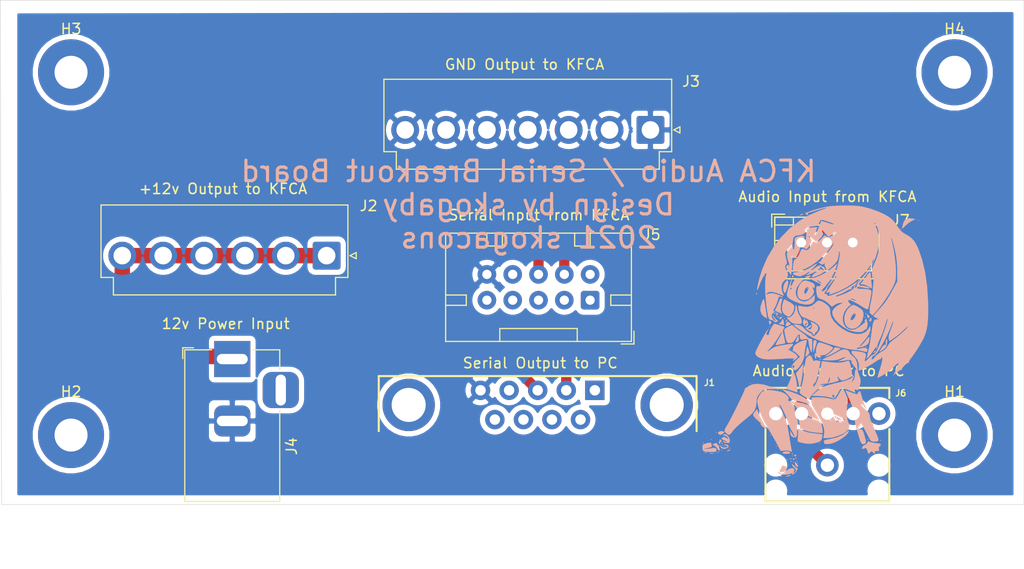
<source format=kicad_pcb>
(kicad_pcb (version 20171130) (host pcbnew "(5.1.9)-1")

  (general
    (thickness 1.6)
    (drawings 12)
    (tracks 35)
    (zones 0)
    (modules 12)
    (nets 21)
  )

  (page A4)
  (layers
    (0 F.Cu signal)
    (31 B.Cu signal)
    (32 B.Adhes user)
    (33 F.Adhes user)
    (34 B.Paste user)
    (35 F.Paste user)
    (36 B.SilkS user)
    (37 F.SilkS user)
    (38 B.Mask user)
    (39 F.Mask user)
    (40 Dwgs.User user)
    (41 Cmts.User user)
    (42 Eco1.User user)
    (43 Eco2.User user)
    (44 Edge.Cuts user)
    (45 Margin user)
    (46 B.CrtYd user)
    (47 F.CrtYd user)
    (48 B.Fab user)
    (49 F.Fab user)
  )

  (setup
    (last_trace_width 0.3)
    (user_trace_width 0.3)
    (user_trace_width 0.5)
    (user_trace_width 0.75)
    (user_trace_width 1)
    (user_trace_width 1.5)
    (trace_clearance 0.2)
    (zone_clearance 0.508)
    (zone_45_only no)
    (trace_min 0.2)
    (via_size 0.8)
    (via_drill 0.4)
    (via_min_size 0.4)
    (via_min_drill 0.3)
    (uvia_size 0.3)
    (uvia_drill 0.1)
    (uvias_allowed no)
    (uvia_min_size 0.2)
    (uvia_min_drill 0.1)
    (edge_width 0.05)
    (segment_width 0.2)
    (pcb_text_width 0.3)
    (pcb_text_size 1.5 1.5)
    (mod_edge_width 0.12)
    (mod_text_size 1 1)
    (mod_text_width 0.15)
    (pad_size 1.524 1.524)
    (pad_drill 0.762)
    (pad_to_mask_clearance 0)
    (aux_axis_origin 0 0)
    (visible_elements 7FFFFFFF)
    (pcbplotparams
      (layerselection 0x010fc_ffffffff)
      (usegerberextensions false)
      (usegerberattributes true)
      (usegerberadvancedattributes true)
      (creategerberjobfile true)
      (excludeedgelayer true)
      (linewidth 0.100000)
      (plotframeref false)
      (viasonmask false)
      (mode 1)
      (useauxorigin false)
      (hpglpennumber 1)
      (hpglpenspeed 20)
      (hpglpendiameter 15.000000)
      (psnegative false)
      (psa4output false)
      (plotreference true)
      (plotvalue true)
      (plotinvisibletext false)
      (padsonsilk false)
      (subtractmaskfromsilk true)
      (outputformat 1)
      (mirror false)
      (drillshape 0)
      (scaleselection 1)
      (outputdirectory "gerbers"))
  )

  (net 0 "")
  (net 1 "Net-(J1-Pad9)")
  (net 2 "Net-(J1-Pad8)")
  (net 3 "Net-(J1-Pad7)")
  (net 4 "Net-(J1-Pad6)")
  (net 5 GND)
  (net 6 "Net-(J1-Pad4)")
  (net 7 /DB9_TX)
  (net 8 /DB9_RX)
  (net 9 "Net-(J1-Pad1)")
  (net 10 +12V)
  (net 11 "Net-(J5-Pad1)")
  (net 12 /AUX_RIGHT)
  (net 13 /AUX_LEFT)
  (net 14 "Net-(J5-Pad7)")
  (net 15 "Net-(J5-Pad8)")
  (net 16 "Net-(J5-Pad2)")
  (net 17 /AUX_GND)
  (net 18 "Net-(J5-Pad5)")
  (net 19 "Net-(J5-Pad3)")
  (net 20 "Net-(J5-Pad9)")

  (net_class Default "This is the default net class."
    (clearance 0.2)
    (trace_width 0.25)
    (via_dia 0.8)
    (via_drill 0.4)
    (uvia_dia 0.3)
    (uvia_drill 0.1)
    (add_net +12V)
    (add_net /AUX_GND)
    (add_net /AUX_LEFT)
    (add_net /AUX_RIGHT)
    (add_net /DB9_RX)
    (add_net /DB9_TX)
    (add_net GND)
    (add_net "Net-(J1-Pad1)")
    (add_net "Net-(J1-Pad4)")
    (add_net "Net-(J1-Pad6)")
    (add_net "Net-(J1-Pad7)")
    (add_net "Net-(J1-Pad8)")
    (add_net "Net-(J1-Pad9)")
    (add_net "Net-(J5-Pad1)")
    (add_net "Net-(J5-Pad2)")
    (add_net "Net-(J5-Pad3)")
    (add_net "Net-(J5-Pad5)")
    (add_net "Net-(J5-Pad7)")
    (add_net "Net-(J5-Pad8)")
    (add_net "Net-(J5-Pad9)")
  )

  (module Connector_BarrelJack:BarrelJack_Horizontal (layer F.Cu) (tedit 5A1DBF6A) (tstamp 605DE773)
    (at 54.229 131.445 90)
    (descr "DC Barrel Jack")
    (tags "Power Jack")
    (path /605E46E2)
    (fp_text reference J4 (at -8.45 5.75 90) (layer F.SilkS)
      (effects (font (size 1 1) (thickness 0.15)))
    )
    (fp_text value Barrel_Jack (at -6.2 -5.5 90) (layer F.Fab)
      (effects (font (size 1 1) (thickness 0.15)))
    )
    (fp_text user %R (at -3 -2.95 90) (layer F.Fab)
      (effects (font (size 1 1) (thickness 0.15)))
    )
    (fp_line (start -0.003213 -4.505425) (end 0.8 -3.75) (layer F.Fab) (width 0.1))
    (fp_line (start 1.1 -3.75) (end 1.1 -4.8) (layer F.SilkS) (width 0.12))
    (fp_line (start 0.05 -4.8) (end 1.1 -4.8) (layer F.SilkS) (width 0.12))
    (fp_line (start 1 -4.5) (end 1 -4.75) (layer F.CrtYd) (width 0.05))
    (fp_line (start 1 -4.75) (end -14 -4.75) (layer F.CrtYd) (width 0.05))
    (fp_line (start 1 -4.5) (end 1 -2) (layer F.CrtYd) (width 0.05))
    (fp_line (start 1 -2) (end 2 -2) (layer F.CrtYd) (width 0.05))
    (fp_line (start 2 -2) (end 2 2) (layer F.CrtYd) (width 0.05))
    (fp_line (start 2 2) (end 1 2) (layer F.CrtYd) (width 0.05))
    (fp_line (start 1 2) (end 1 4.75) (layer F.CrtYd) (width 0.05))
    (fp_line (start 1 4.75) (end -1 4.75) (layer F.CrtYd) (width 0.05))
    (fp_line (start -1 4.75) (end -1 6.75) (layer F.CrtYd) (width 0.05))
    (fp_line (start -1 6.75) (end -5 6.75) (layer F.CrtYd) (width 0.05))
    (fp_line (start -5 6.75) (end -5 4.75) (layer F.CrtYd) (width 0.05))
    (fp_line (start -5 4.75) (end -14 4.75) (layer F.CrtYd) (width 0.05))
    (fp_line (start -14 4.75) (end -14 -4.75) (layer F.CrtYd) (width 0.05))
    (fp_line (start -5 4.6) (end -13.8 4.6) (layer F.SilkS) (width 0.12))
    (fp_line (start -13.8 4.6) (end -13.8 -4.6) (layer F.SilkS) (width 0.12))
    (fp_line (start 0.9 1.9) (end 0.9 4.6) (layer F.SilkS) (width 0.12))
    (fp_line (start 0.9 4.6) (end -1 4.6) (layer F.SilkS) (width 0.12))
    (fp_line (start -13.8 -4.6) (end 0.9 -4.6) (layer F.SilkS) (width 0.12))
    (fp_line (start 0.9 -4.6) (end 0.9 -2) (layer F.SilkS) (width 0.12))
    (fp_line (start -10.2 -4.5) (end -10.2 4.5) (layer F.Fab) (width 0.1))
    (fp_line (start -13.7 -4.5) (end -13.7 4.5) (layer F.Fab) (width 0.1))
    (fp_line (start -13.7 4.5) (end 0.8 4.5) (layer F.Fab) (width 0.1))
    (fp_line (start 0.8 4.5) (end 0.8 -3.75) (layer F.Fab) (width 0.1))
    (fp_line (start 0 -4.5) (end -13.7 -4.5) (layer F.Fab) (width 0.1))
    (pad 3 thru_hole roundrect (at -3 4.7 90) (size 3.5 3.5) (drill oval 3 1) (layers *.Cu *.Mask) (roundrect_rratio 0.25))
    (pad 2 thru_hole roundrect (at -6 0 90) (size 3 3.5) (drill oval 1 3) (layers *.Cu *.Mask) (roundrect_rratio 0.25)
      (net 5 GND))
    (pad 1 thru_hole rect (at 0 0 90) (size 3.5 3.5) (drill oval 1 3) (layers *.Cu *.Mask)
      (net 10 +12V))
    (model ${KISYS3DMOD}/Connector_BarrelJack.3dshapes/BarrelJack_Horizontal.wrl
      (at (xyz 0 0 0))
      (scale (xyz 1 1 1))
      (rotate (xyz 0 0 0))
    )
  )

  (module KFChickenShim:skogalogo (layer B.Cu) (tedit 0) (tstamp 605DD7B5)
    (at 110.998 129.286 180)
    (fp_text reference G*** (at 0 0) (layer B.SilkS) hide
      (effects (font (size 1.524 1.524) (thickness 0.3)) (justify mirror))
    )
    (fp_text value LOGO (at 0.75 0) (layer B.SilkS) hide
      (effects (font (size 1.524 1.524) (thickness 0.3)) (justify mirror))
    )
    (fp_poly (pts (xy 2.75979 -13.413084) (xy 2.836333 -13.429006) (xy 3.05565 -13.487235) (xy 3.12453 -13.527715)
      (xy 3.03555 -13.545122) (xy 2.998611 -13.54537) (xy 2.791308 -13.49993) (xy 2.709333 -13.458132)
      (xy 2.66154 -13.407633) (xy 2.75979 -13.413084)) (layer B.SilkS) (width 0.01))
    (fp_poly (pts (xy 3.697111 -13.490222) (xy 3.685489 -13.540557) (xy 3.640667 -13.546667) (xy 3.570976 -13.515689)
      (xy 3.584222 -13.490222) (xy 3.684702 -13.480089) (xy 3.697111 -13.490222)) (layer B.SilkS) (width 0.01))
    (fp_poly (pts (xy 2.54 -12.391026) (xy 2.478233 -12.528353) (xy 2.329004 -12.684296) (xy 2.322854 -12.689183)
      (xy 2.179676 -12.827504) (xy 2.162165 -12.949029) (xy 2.198833 -13.033995) (xy 2.307056 -13.170529)
      (xy 2.384012 -13.208) (xy 2.423092 -13.161948) (xy 2.371561 -13.082078) (xy 2.299102 -12.908533)
      (xy 2.37313 -12.780324) (xy 2.571129 -12.73227) (xy 2.597163 -12.73323) (xy 2.836715 -12.813781)
      (xy 3.09082 -13.005822) (xy 3.104987 -13.019975) (xy 3.344899 -13.223525) (xy 3.537375 -13.28291)
      (xy 3.712474 -13.204522) (xy 3.761619 -13.159619) (xy 3.863642 -13.086516) (xy 3.894667 -13.106919)
      (xy 3.819105 -13.236902) (xy 3.620208 -13.324411) (xy 3.339651 -13.364975) (xy 3.019112 -13.354118)
      (xy 2.70027 -13.287368) (xy 2.589611 -13.246998) (xy 2.477708 -13.219288) (xy 2.488774 -13.278279)
      (xy 2.528141 -13.362109) (xy 2.46724 -13.350954) (xy 2.349498 -13.285884) (xy 2.208316 -13.152262)
      (xy 2.071456 -12.948346) (xy 2.067338 -12.940473) (xy 2.000587 -12.7848) (xy 2.005339 -12.728242)
      (xy 2.017289 -12.733242) (xy 2.118697 -12.70779) (xy 2.269738 -12.58106) (xy 2.320616 -12.524398)
      (xy 2.463987 -12.379184) (xy 2.534916 -12.364895) (xy 2.54 -12.391026)) (layer B.SilkS) (width 0.01))
    (fp_poly (pts (xy 3.61836 -12.480138) (xy 3.649982 -12.575042) (xy 3.690069 -12.771148) (xy 3.697698 -12.81651)
      (xy 3.72073 -13.018491) (xy 3.678725 -13.10413) (xy 3.539753 -13.123148) (xy 3.500666 -13.123334)
      (xy 3.282708 -13.07236) (xy 3.118522 -12.893816) (xy 3.106494 -12.873891) (xy 2.959145 -12.624449)
      (xy 3.273978 -12.53752) (xy 3.482213 -12.4888) (xy 3.607077 -12.476119) (xy 3.61836 -12.480138)) (layer B.SilkS) (width 0.01))
    (fp_poly (pts (xy 2.274632 -12.137936) (xy 2.264662 -12.23709) (xy 2.192324 -12.469616) (xy 2.078598 -12.601601)
      (xy 2.027003 -12.615334) (xy 1.950138 -12.550291) (xy 1.947333 -12.527127) (xy 2.000301 -12.406689)
      (xy 2.118945 -12.254716) (xy 2.2376 -12.135007) (xy 2.274632 -12.137936)) (layer B.SilkS) (width 0.01))
    (fp_poly (pts (xy 3.81 -12.573) (xy 3.767667 -12.615334) (xy 3.725333 -12.573) (xy 3.767667 -12.530667)
      (xy 3.81 -12.573)) (layer B.SilkS) (width 0.01))
    (fp_poly (pts (xy 2.032 -12.234334) (xy 1.989667 -12.276667) (xy 1.947333 -12.234334) (xy 1.989667 -12.192)
      (xy 2.032 -12.234334)) (layer B.SilkS) (width 0.01))
    (fp_poly (pts (xy 2.455333 -12.149667) (xy 2.413 -12.192) (xy 2.370667 -12.149667) (xy 2.413 -12.107334)
      (xy 2.455333 -12.149667)) (layer B.SilkS) (width 0.01))
    (fp_poly (pts (xy 2.116667 -12.065) (xy 2.074333 -12.107334) (xy 2.032 -12.065) (xy 2.074333 -12.022667)
      (xy 2.116667 -12.065)) (layer B.SilkS) (width 0.01))
    (fp_poly (pts (xy 2.681111 -12.050889) (xy 2.669489 -12.101223) (xy 2.624667 -12.107334) (xy 2.554976 -12.076355)
      (xy 2.568222 -12.050889) (xy 2.668702 -12.040756) (xy 2.681111 -12.050889)) (layer B.SilkS) (width 0.01))
    (fp_poly (pts (xy 2.452873 -11.833096) (xy 2.455333 -11.853334) (xy 2.390904 -11.93554) (xy 2.370667 -11.938)
      (xy 2.28846 -11.873571) (xy 2.286 -11.853334) (xy 2.350429 -11.771127) (xy 2.370667 -11.768667)
      (xy 2.452873 -11.833096)) (layer B.SilkS) (width 0.01))
    (fp_poly (pts (xy 3.104444 -11.881556) (xy 3.092822 -11.93189) (xy 3.048 -11.938) (xy 2.97831 -11.907022)
      (xy 2.991555 -11.881556) (xy 3.092035 -11.871423) (xy 3.104444 -11.881556)) (layer B.SilkS) (width 0.01))
    (fp_poly (pts (xy 2.173111 -11.712222) (xy 2.183244 -11.812702) (xy 2.173111 -11.825111) (xy 2.122777 -11.813489)
      (xy 2.116667 -11.768667) (xy 2.147645 -11.698977) (xy 2.173111 -11.712222)) (layer B.SilkS) (width 0.01))
    (fp_poly (pts (xy 2.771069 -11.802181) (xy 2.745818 -11.840663) (xy 2.659944 -11.846649) (xy 2.569602 -11.825972)
      (xy 2.608792 -11.795497) (xy 2.741115 -11.785403) (xy 2.771069 -11.802181)) (layer B.SilkS) (width 0.01))
    (fp_poly (pts (xy 2.336298 -11.471046) (xy 2.328333 -11.514667) (xy 2.22009 -11.596104) (xy 2.196336 -11.599334)
      (xy 2.118947 -11.534755) (xy 2.116667 -11.514667) (xy 2.185582 -11.440362) (xy 2.248663 -11.43)
      (xy 2.336298 -11.471046)) (layer B.SilkS) (width 0.01))
    (fp_poly (pts (xy 2.54 -11.557) (xy 2.497667 -11.599334) (xy 2.455333 -11.557) (xy 2.497667 -11.514667)
      (xy 2.54 -11.557)) (layer B.SilkS) (width 0.01))
    (fp_poly (pts (xy 2.511778 -11.288889) (xy 2.521911 -11.389369) (xy 2.511778 -11.401778) (xy 2.461443 -11.390156)
      (xy 2.455333 -11.345334) (xy 2.486311 -11.275643) (xy 2.511778 -11.288889)) (layer B.SilkS) (width 0.01))
    (fp_poly (pts (xy -4.788592 -10.229149) (xy -4.667365 -10.394839) (xy -4.546503 -10.463414) (xy -4.317211 -10.599046)
      (xy -4.234745 -10.81315) (xy -4.23463 -10.819146) (xy -4.268982 -10.884929) (xy -4.398232 -10.839687)
      (xy -4.404417 -10.836397) (xy -4.585792 -10.780828) (xy -4.704363 -10.861406) (xy -4.78388 -11.092304)
      (xy -4.84368 -11.29035) (xy -4.916096 -11.329573) (xy -5.025685 -11.220063) (xy -5.041853 -11.198291)
      (xy -5.128892 -11.104205) (xy -5.217311 -11.12106) (xy -5.334842 -11.219096) (xy -5.46478 -11.331183)
      (xy -5.504646 -11.329248) (xy -5.490656 -11.217972) (xy -5.497954 -11.098679) (xy -5.608551 -11.067557)
      (xy -5.69635 -11.073766) (xy -5.860477 -11.074895) (xy -5.900117 -10.998869) (xy -5.877869 -10.884055)
      (xy -5.872333 -10.693233) (xy -5.945909 -10.622812) (xy -6.055089 -10.522809) (xy -6.041171 -10.405032)
      (xy -5.933722 -10.34717) (xy -5.773967 -10.326426) (xy -5.519764 -10.294598) (xy -5.376333 -10.276947)
      (xy -5.122078 -10.231191) (xy -4.94361 -10.171977) (xy -4.898756 -10.139067) (xy -4.836869 -10.136625)
      (xy -4.788592 -10.229149)) (layer B.SilkS) (width 0.01))
    (fp_poly (pts (xy 3.351193 -11.148879) (xy 3.450206 -11.2395) (xy 3.413641 -11.309687) (xy 3.233236 -11.34195)
      (xy 3.097389 -11.345334) (xy 2.86773 -11.329119) (xy 2.728516 -11.288016) (xy 2.709333 -11.26228)
      (xy 2.78078 -11.164602) (xy 2.953346 -11.111858) (xy 3.164371 -11.105975) (xy 3.351193 -11.148879)) (layer B.SilkS) (width 0.01))
    (fp_poly (pts (xy 10.519833 -11.285581) (xy 10.559956 -11.306519) (xy 10.453582 -11.319804) (xy 10.329333 -11.322273)
      (xy 10.146212 -11.315668) (xy 10.095943 -11.298782) (xy 10.138833 -11.285581) (xy 10.38555 -11.271574)
      (xy 10.519833 -11.285581)) (layer B.SilkS) (width 0.01))
    (fp_poly (pts (xy 9.821333 -11.218334) (xy 9.779 -11.260667) (xy 9.736667 -11.218334) (xy 9.779 -11.176)
      (xy 9.821333 -11.218334)) (layer B.SilkS) (width 0.01))
    (fp_poly (pts (xy 10.983736 -11.209514) (xy 10.958485 -11.247996) (xy 10.872611 -11.253983) (xy 10.782269 -11.233305)
      (xy 10.821458 -11.20283) (xy 10.953782 -11.192736) (xy 10.983736 -11.209514)) (layer B.SilkS) (width 0.01))
    (fp_poly (pts (xy 5.236489 -5.214881) (xy 5.478505 -5.371612) (xy 5.677118 -5.644702) (xy 5.754442 -5.793695)
      (xy 5.851623 -6.006631) (xy 5.89716 -6.173011) (xy 5.894616 -6.353823) (xy 5.847556 -6.610054)
      (xy 5.811591 -6.771596) (xy 5.705813 -7.159489) (xy 5.555735 -7.560447) (xy 5.346871 -8.005478)
      (xy 5.064734 -8.525594) (xy 4.715904 -9.117061) (xy 4.477582 -9.519318) (xy 4.229963 -9.951509)
      (xy 4.014366 -10.341066) (xy 3.947467 -10.466566) (xy 3.631184 -11.069464) (xy 3.267322 -11.028452)
      (xy 2.978014 -11.026396) (xy 2.740285 -11.076949) (xy 2.709343 -11.091328) (xy 2.572216 -11.15267)
      (xy 2.545047 -11.102318) (xy 2.570568 -10.995109) (xy 2.60365 -10.837742) (xy 2.654242 -10.551686)
      (xy 2.71578 -10.175865) (xy 2.781702 -9.749203) (xy 2.789909 -9.694334) (xy 2.901562 -9.023767)
      (xy 3.024131 -8.471183) (xy 3.172783 -7.985286) (xy 3.362686 -7.514777) (xy 3.549831 -7.12422)
      (xy 3.677798 -6.855196) (xy 3.760852 -6.649788) (xy 3.782514 -6.549176) (xy 3.780929 -6.546707)
      (xy 3.717891 -6.585705) (xy 3.607627 -6.748006) (xy 3.467037 -7.000187) (xy 3.313019 -7.30883)
      (xy 3.162474 -7.640513) (xy 3.0323 -7.961816) (xy 2.959933 -8.170334) (xy 2.853944 -8.488306)
      (xy 2.751899 -8.760171) (xy 2.675292 -8.928809) (xy 2.67322 -8.932334) (xy 2.566306 -9.110221)
      (xy 2.420783 -9.351156) (xy 2.370517 -9.434157) (xy 2.274221 -9.613465) (xy 2.251902 -9.702412)
      (xy 2.276692 -9.700086) (xy 2.391216 -9.586685) (xy 2.530052 -9.396506) (xy 2.54825 -9.367596)
      (xy 2.712109 -9.101667) (xy 2.692869 -9.374774) (xy 2.640932 -9.590364) (xy 2.49502 -9.708126)
      (xy 2.442686 -9.728389) (xy 2.237763 -9.762842) (xy 2.108748 -9.684771) (xy 2.04731 -9.478935)
      (xy 2.045118 -9.130095) (xy 2.0531 -9.015655) (xy 2.065029 -8.736472) (xy 2.053467 -8.538802)
      (xy 2.02225 -8.466667) (xy 1.959891 -8.411407) (xy 1.965109 -8.237506) (xy 2.039703 -7.932786)
      (xy 2.153505 -7.577916) (xy 2.25485 -7.240675) (xy 2.292477 -7.017633) (xy 2.270792 -6.933268)
      (xy 2.269792 -6.845002) (xy 2.369317 -6.679357) (xy 2.44588 -6.585369) (xy 2.587064 -6.397788)
      (xy 2.650035 -6.258126) (xy 2.643906 -6.22161) (xy 2.643177 -6.193041) (xy 2.688167 -6.214423)
      (xy 2.83357 -6.243937) (xy 2.915998 -6.177656) (xy 2.882461 -6.058239) (xy 2.882344 -6.058098)
      (xy 2.858944 -5.913932) (xy 2.963122 -5.735372) (xy 3.166478 -5.553941) (xy 3.440612 -5.401161)
      (xy 3.49341 -5.379847) (xy 3.766373 -5.300104) (xy 4.126885 -5.226149) (xy 4.469748 -5.177326)
      (xy 4.912945 -5.156215) (xy 5.236489 -5.214881)) (layer B.SilkS) (width 0.01))
    (fp_poly (pts (xy 9.652 -11.133667) (xy 9.609667 -11.176) (xy 9.567333 -11.133667) (xy 9.609667 -11.091334)
      (xy 9.652 -11.133667)) (layer B.SilkS) (width 0.01))
    (fp_poly (pts (xy 10.658974 -10.284763) (xy 10.880285 -10.338817) (xy 11.076409 -10.408605) (xy 11.182324 -10.474173)
      (xy 11.186805 -10.484066) (xy 11.21747 -10.762618) (xy 11.190789 -10.938772) (xy 11.163159 -10.97227)
      (xy 11.117059 -11.059829) (xy 11.123478 -11.076017) (xy 11.063526 -11.106922) (xy 10.873103 -11.135743)
      (xy 10.591038 -11.156942) (xy 10.539924 -11.159259) (xy 10.232259 -11.161341) (xy 9.99525 -11.143065)
      (xy 9.875329 -11.108311) (xy 9.871124 -11.1034) (xy 9.854848 -10.962177) (xy 9.875464 -10.879454)
      (xy 9.952005 -10.787303) (xy 10.111681 -10.772891) (xy 10.235572 -10.790395) (xy 10.488595 -10.830272)
      (xy 10.73706 -10.862549) (xy 10.943173 -10.883577) (xy 11.069138 -10.889708) (xy 11.07716 -10.877296)
      (xy 11.049 -10.868904) (xy 10.854221 -10.818263) (xy 10.598441 -10.752283) (xy 10.561089 -10.742687)
      (xy 10.359748 -10.678245) (xy 10.293611 -10.607006) (xy 10.325277 -10.506246) (xy 10.375958 -10.364733)
      (xy 10.368688 -10.312243) (xy 10.402673 -10.276463) (xy 10.4775 -10.266397) (xy 10.658974 -10.284763)) (layer B.SilkS) (width 0.01))
    (fp_poly (pts (xy 8.704067 -10.982618) (xy 8.763 -11.006667) (xy 8.858424 -11.064411) (xy 8.805333 -11.084086)
      (xy 8.624591 -11.044106) (xy 8.551333 -11.006667) (xy 8.484836 -10.943175) (xy 8.546393 -10.935158)
      (xy 8.704067 -10.982618)) (layer B.SilkS) (width 0.01))
    (fp_poly (pts (xy 9.398 -10.964334) (xy 9.355667 -11.006667) (xy 9.313333 -10.964334) (xy 9.355667 -10.922)
      (xy 9.398 -10.964334)) (layer B.SilkS) (width 0.01))
    (fp_poly (pts (xy 9.949636 -10.310642) (xy 10.0428 -10.349204) (xy 10.255304 -10.446028) (xy 10.044133 -10.556672)
      (xy 9.866827 -10.698071) (xy 9.779108 -10.836991) (xy 9.683787 -10.974493) (xy 9.600982 -11.006667)
      (xy 9.521611 -10.976397) (xy 9.556142 -10.858778) (xy 9.56827 -10.835584) (xy 9.61759 -10.662146)
      (xy 9.6005 -10.568502) (xy 9.592406 -10.51193) (xy 9.632822 -10.529148) (xy 9.726446 -10.508452)
      (xy 9.777385 -10.419087) (xy 9.837763 -10.30779) (xy 9.949636 -10.310642)) (layer B.SilkS) (width 0.01))
    (fp_poly (pts (xy 8.94357 -10.540978) (xy 8.791584 -10.616835) (xy 8.786146 -10.668551) (xy 8.844662 -10.697465)
      (xy 9.125674 -10.74998) (xy 9.332554 -10.675215) (xy 9.391218 -10.6045) (xy 9.458835 -10.503028)
      (xy 9.478511 -10.549507) (xy 9.480092 -10.601521) (xy 9.409727 -10.759791) (xy 9.230366 -10.853959)
      (xy 9.017 -10.856645) (xy 8.796398 -10.769485) (xy 8.68665 -10.648596) (xy 8.696582 -10.531911)
      (xy 8.835017 -10.457364) (xy 8.921934 -10.448013) (xy 9.186333 -10.439693) (xy 8.94357 -10.540978)) (layer B.SilkS) (width 0.01))
    (fp_poly (pts (xy 8.636 -10.795) (xy 8.593667 -10.837334) (xy 8.551333 -10.795) (xy 8.593667 -10.752667)
      (xy 8.636 -10.795)) (layer B.SilkS) (width 0.01))
    (fp_poly (pts (xy 4.064 -10.625667) (xy 4.021667 -10.668) (xy 3.979333 -10.625667) (xy 4.021667 -10.583334)
      (xy 4.064 -10.625667)) (layer B.SilkS) (width 0.01))
    (fp_poly (pts (xy 9.144 -10.625667) (xy 9.101667 -10.668) (xy 9.059333 -10.625667) (xy 9.101667 -10.583334)
      (xy 9.144 -10.625667)) (layer B.SilkS) (width 0.01))
    (fp_poly (pts (xy 9.313333 -10.541) (xy 9.271 -10.583334) (xy 9.228667 -10.541) (xy 9.271 -10.498667)
      (xy 9.313333 -10.541)) (layer B.SilkS) (width 0.01))
    (fp_poly (pts (xy -2.799527 -5.551541) (xy -2.94049 -5.874426) (xy -3.092784 -6.223367) (xy -3.134688 -6.319401)
      (xy -3.247123 -6.62205) (xy -3.328329 -6.921319) (xy -3.345144 -7.017901) (xy -3.389106 -7.304043)
      (xy -3.456882 -7.681883) (xy -3.5373 -8.095183) (xy -3.619188 -8.487702) (xy -3.691374 -8.8032)
      (xy -3.72544 -8.932334) (xy -3.786111 -9.140632) (xy -3.875124 -9.446821) (xy -3.973656 -9.78616)
      (xy -3.977721 -9.800167) (xy -4.095206 -10.151891) (xy -4.208966 -10.353163) (xy -4.337674 -10.421377)
      (xy -4.499999 -10.373928) (xy -4.557364 -10.340171) (xy -4.620658 -10.259503) (xy -4.620152 -10.107187)
      (xy -4.573768 -9.896967) (xy -4.459036 -9.474238) (xy -4.368328 -9.197105) (xy -4.293057 -9.045001)
      (xy -4.224641 -8.997358) (xy -4.200139 -9.001778) (xy -4.056156 -8.988398) (xy -3.954413 -8.934596)
      (xy -3.865897 -8.851097) (xy -3.875948 -8.759053) (xy -3.988771 -8.600899) (xy -4.167957 -8.373102)
      (xy -4.456807 -8.906718) (xy -4.635441 -9.239676) (xy -4.811372 -9.57238) (xy -4.9297 -9.800167)
      (xy -5.057612 -10.021732) (xy -5.178431 -10.127248) (xy -5.347865 -10.157924) (xy -5.414371 -10.158704)
      (xy -5.656282 -10.147285) (xy -5.798696 -10.098743) (xy -5.84648 -9.987857) (xy -5.8045 -9.789403)
      (xy -5.677622 -9.478159) (xy -5.58493 -9.274659) (xy -5.441093 -8.94186) (xy -5.336837 -8.658507)
      (xy -5.285869 -8.464337) (xy -5.286071 -8.408387) (xy -5.288821 -8.328367) (xy -5.256611 -8.335169)
      (xy -5.18284 -8.29966) (xy -5.102893 -8.146755) (xy -5.03511 -7.926608) (xy -4.99783 -7.689372)
      (xy -4.995333 -7.620619) (xy -4.952521 -7.446365) (xy -4.807931 -7.252833) (xy -4.572 -7.035547)
      (xy -4.353542 -6.831134) (xy -4.20066 -6.649482) (xy -4.148667 -6.538659) (xy -4.186674 -6.492198)
      (xy -4.305058 -6.582836) (xy -4.40621 -6.691865) (xy -4.663753 -6.985) (xy -4.544325 -6.731)
      (xy -4.462687 -6.526642) (xy -4.356757 -6.220176) (xy -4.247483 -5.872675) (xy -4.231858 -5.81997)
      (xy -4.135149 -5.498691) (xy -4.068779 -5.317226) (xy -4.016807 -5.2525) (xy -3.963292 -5.28144)
      (xy -3.910152 -5.354303) (xy -3.809643 -5.503387) (xy -3.764189 -5.570164) (xy -3.682906 -5.554861)
      (xy -3.485286 -5.491553) (xy -3.212813 -5.39361) (xy -3.191308 -5.385538) (xy -2.635721 -5.176416)
      (xy -2.799527 -5.551541)) (layer B.SilkS) (width 0.01))
    (fp_poly (pts (xy -2.79651 -9.189947) (xy -2.7305 -9.25062) (xy -2.330865 -9.532781) (xy -1.7904 -9.756356)
      (xy -1.130071 -9.912726) (xy -1.113812 -9.915435) (xy -0.78715 -9.977704) (xy -0.604615 -10.036544)
      (xy -0.541511 -10.101625) (xy -0.546293 -10.137667) (xy -0.588819 -10.295312) (xy -0.592667 -10.336258)
      (xy -0.66744 -10.390165) (xy -0.862943 -10.401838) (xy -1.135948 -10.37138) (xy -1.312333 -10.334556)
      (xy -1.645003 -10.219073) (xy -2.000104 -10.04059) (xy -2.343375 -9.823618) (xy -2.640558 -9.592669)
      (xy -2.857395 -9.372255) (xy -2.959625 -9.186887) (xy -2.963333 -9.15331) (xy -2.923234 -9.105874)
      (xy -2.79651 -9.189947)) (layer B.SilkS) (width 0.01))
    (fp_poly (pts (xy 1.948489 -9.344342) (xy 1.958539 -9.634858) (xy 1.982743 -9.87978) (xy 1.998332 -9.960456)
      (xy 2.001973 -10.094834) (xy 1.896535 -10.183603) (xy 1.764343 -10.233143) (xy 1.209704 -10.352947)
      (xy 0.670342 -10.361637) (xy 0.465667 -10.330708) (xy 0.088184 -10.2378) (xy -0.153723 -10.13939)
      (xy -0.293157 -10.015122) (xy -0.363223 -9.844637) (xy -0.369092 -9.817373) (xy -0.406716 -9.611473)
      (xy -0.423295 -9.485544) (xy -0.423333 -9.482962) (xy -0.345509 -9.448509) (xy -0.13915 -9.413855)
      (xy 0.155071 -9.385366) (xy 0.232833 -9.380238) (xy 0.974513 -9.268881) (xy 1.418167 -9.125202)
      (xy 1.947333 -8.909684) (xy 1.948489 -9.344342)) (layer B.SilkS) (width 0.01))
    (fp_poly (pts (xy 9.371437 -10.299357) (xy 9.355667 -10.329334) (xy 9.275892 -10.41019) (xy 9.261006 -10.414)
      (xy 9.25523 -10.35931) (xy 9.271 -10.329334) (xy 9.350774 -10.248477) (xy 9.36566 -10.244667)
      (xy 9.371437 -10.299357)) (layer B.SilkS) (width 0.01))
    (fp_poly (pts (xy 9.546901 -9.943335) (xy 9.539439 -10.06111) (xy 9.581413 -10.134632) (xy 9.631735 -10.263976)
      (xy 9.568257 -10.354088) (xy 9.493455 -10.411522) (xy 9.51436 -10.355704) (xy 9.500781 -10.237451)
      (xy 9.436764 -10.180011) (xy 9.351102 -10.11039) (xy 9.400601 -10.031672) (xy 9.45615 -9.987098)
      (xy 9.549836 -9.923963) (xy 9.546901 -9.943335)) (layer B.SilkS) (width 0.01))
    (fp_poly (pts (xy -0.084667 -10.287) (xy -0.127 -10.329334) (xy -0.169333 -10.287) (xy -0.127 -10.244667)
      (xy -0.084667 -10.287)) (layer B.SilkS) (width 0.01))
    (fp_poly (pts (xy 9.17169 -9.484718) (xy 9.223552 -9.562577) (xy 9.144 -9.553835) (xy 9.000591 -9.581184)
      (xy 8.824814 -9.699732) (xy 8.813088 -9.710707) (xy 8.6926 -9.852204) (xy 8.704107 -9.903103)
      (xy 8.831268 -9.854477) (xy 8.944209 -9.782337) (xy 9.099429 -9.703296) (xy 9.232421 -9.743256)
      (xy 9.280548 -9.776816) (xy 9.368459 -9.856127) (xy 9.349334 -9.917757) (xy 9.201488 -9.994923)
      (xy 9.113682 -10.032439) (xy 8.923359 -10.125728) (xy 8.83115 -10.197693) (xy 8.831264 -10.214153)
      (xy 8.929914 -10.212823) (xy 9.061878 -10.158638) (xy 9.194546 -10.101256) (xy 9.218751 -10.14238)
      (xy 9.210037 -10.172945) (xy 9.103296 -10.253468) (xy 8.884929 -10.289412) (xy 8.864843 -10.289792)
      (xy 8.6621 -10.280273) (xy 8.579265 -10.21573) (xy 8.567134 -10.049796) (xy 8.568475 -10.010512)
      (xy 8.627237 -9.789367) (xy 8.760229 -9.597247) (xy 8.927789 -9.468724) (xy 9.090256 -9.438368)
      (xy 9.17169 -9.484718)) (layer B.SilkS) (width 0.01))
    (fp_poly (pts (xy 11.176 -10.287) (xy 11.133667 -10.329334) (xy 11.091333 -10.287) (xy 11.133667 -10.244667)
      (xy 11.176 -10.287)) (layer B.SilkS) (width 0.01))
    (fp_poly (pts (xy -6.011333 -10.033) (xy -6.053667 -10.075334) (xy -6.096 -10.033) (xy -6.053667 -9.990667)
      (xy -6.011333 -10.033)) (layer B.SilkS) (width 0.01))
    (fp_poly (pts (xy -4.741333 -9.948334) (xy -4.783667 -9.990667) (xy -4.826 -9.948334) (xy -4.783667 -9.906)
      (xy -4.741333 -9.948334)) (layer B.SilkS) (width 0.01))
    (fp_poly (pts (xy 10.414 -9.948334) (xy 10.371667 -9.990667) (xy 10.329333 -9.948334) (xy 10.371667 -9.906)
      (xy 10.414 -9.948334)) (layer B.SilkS) (width 0.01))
    (fp_poly (pts (xy -2.295327 -5.080467) (xy -2.172815 -5.234989) (xy -2.079388 -5.394366) (xy -1.90057 -5.729087)
      (xy -1.763737 -5.93662) (xy -1.630054 -6.03858) (xy -1.460686 -6.056582) (xy -1.216799 -6.012239)
      (xy -1.043737 -5.970776) (xy -0.595817 -5.89221) (xy -0.12497 -5.856032) (xy 0.084667 -5.857745)
      (xy 0.635 -5.884334) (xy 0.661178 -6.200159) (xy 0.658928 -6.354224) (xy 0.617552 -6.525205)
      (xy 0.523817 -6.743322) (xy 0.364492 -7.038795) (xy 0.126345 -7.441842) (xy 0.094356 -7.494725)
      (xy -0.212556 -8.027035) (xy -0.421963 -8.459731) (xy -0.543868 -8.824027) (xy -0.588271 -9.151135)
      (xy -0.565176 -9.472271) (xy -0.556026 -9.524435) (xy -0.500327 -9.821334) (xy -0.90633 -9.815396)
      (xy -1.240536 -9.780561) (xy -1.605248 -9.699804) (xy -1.735667 -9.658559) (xy -2.121508 -9.517207)
      (xy -2.385359 -9.40665) (xy -2.566282 -9.305384) (xy -2.703341 -9.191902) (xy -2.822674 -9.060126)
      (xy -2.991537 -8.823803) (xy -3.036503 -8.623478) (xy -2.965877 -8.389336) (xy -2.914833 -8.285408)
      (xy -2.848525 -8.099361) (xy -2.841775 -8.054792) (xy -2.579991 -8.054792) (xy -2.517173 -8.115592)
      (xy -2.319797 -8.18564) (xy -2.022735 -8.258287) (xy -1.825655 -8.240081) (xy -1.674533 -8.110558)
      (xy -1.537194 -7.889219) (xy -1.5202 -7.855078) (xy -1.326812 -7.855078) (xy -1.283258 -7.83986)
      (xy -1.215529 -7.835666) (xy -1.215907 -7.965125) (xy -1.224754 -8.015073) (xy -1.270961 -8.255)
      (xy -1.147299 -8.001) (xy -1.060738 -7.801352) (xy -1.020111 -7.664961) (xy -1.019819 -7.660879)
      (xy -0.96634 -7.558036) (xy -0.82914 -7.368106) (xy -0.636944 -7.130612) (xy -0.619886 -7.110546)
      (xy -0.223772 -6.646334) (xy -0.626769 -7.027334) (xy -0.840811 -7.240527) (xy -1.039382 -7.456565)
      (xy -1.200937 -7.648781) (xy -1.303929 -7.790508) (xy -1.326812 -7.855078) (xy -1.5202 -7.855078)
      (xy -1.428886 -7.67163) (xy -1.375628 -7.520903) (xy -1.377371 -7.484407) (xy -1.469778 -7.494689)
      (xy -1.665455 -7.561839) (xy -1.91705 -7.665353) (xy -2.177212 -7.784726) (xy -2.398587 -7.899453)
      (xy -2.52502 -7.981368) (xy -2.579991 -8.054792) (xy -2.841775 -8.054792) (xy -2.80777 -7.830295)
      (xy -2.789165 -7.446446) (xy -2.787469 -7.096782) (xy -2.793444 -6.71388) (xy -2.805155 -6.394237)
      (xy -2.820803 -6.175446) (xy -2.835338 -6.097611) (xy -2.82583 -5.98818) (xy -2.758428 -5.78211)
      (xy -2.65579 -5.531703) (xy -2.540573 -5.289267) (xy -2.435438 -5.107106) (xy -2.378191 -5.042317)
      (xy -2.295327 -5.080467)) (layer B.SilkS) (width 0.01))
    (fp_poly (pts (xy 4.656667 -9.525) (xy 4.614333 -9.567334) (xy 4.572 -9.525) (xy 4.614333 -9.482667)
      (xy 4.656667 -9.525)) (layer B.SilkS) (width 0.01))
    (fp_poly (pts (xy 6.316527 -4.596077) (xy 6.700798 -4.747035) (xy 6.821948 -4.838503) (xy 6.964004 -4.937821)
      (xy 7.046314 -4.94813) (xy 7.08399 -4.966469) (xy 7.084317 -5.010856) (xy 7.117236 -5.122659)
      (xy 7.215334 -5.358372) (xy 7.365741 -5.69163) (xy 7.555587 -6.096069) (xy 7.772002 -6.545325)
      (xy 8.002117 -7.013032) (xy 8.233062 -7.472827) (xy 8.451967 -7.898345) (xy 8.645963 -8.263222)
      (xy 8.80218 -8.541093) (xy 8.831463 -8.590006) (xy 8.989993 -8.857657) (xy 9.067921 -9.024194)
      (xy 9.075479 -9.13141) (xy 9.022902 -9.221098) (xy 8.994061 -9.254014) (xy 8.78627 -9.450092)
      (xy 8.625926 -9.498543) (xy 8.475748 -9.39835) (xy 8.354961 -9.236593) (xy 8.173378 -9.00339)
      (xy 7.904222 -8.726252) (xy 7.531989 -8.390778) (xy 7.041172 -7.982566) (xy 6.776707 -7.770685)
      (xy 6.40426 -7.439908) (xy 6.164042 -7.127617) (xy 6.03106 -6.789407) (xy 5.980324 -6.380873)
      (xy 5.979377 -6.354034) (xy 5.953507 -6.030603) (xy 5.883554 -5.798135) (xy 5.74369 -5.579246)
      (xy 5.703998 -5.528976) (xy 5.428407 -5.234288) (xy 5.162267 -5.073383) (xy 4.85301 -5.022477)
      (xy 4.614333 -5.035966) (xy 4.307793 -5.046238) (xy 4.026797 -5.018678) (xy 3.937 -4.996201)
      (xy 3.683 -4.910479) (xy 3.947791 -4.948714) (xy 4.188478 -4.939799) (xy 4.497465 -4.871682)
      (xy 4.652563 -4.81977) (xy 5.272334 -4.632272) (xy 5.833681 -4.557766) (xy 6.316527 -4.596077)) (layer B.SilkS) (width 0.01))
    (fp_poly (pts (xy 9.564042 -9.176946) (xy 9.681694 -9.25962) (xy 9.700164 -9.366465) (xy 9.592999 -9.468931)
      (xy 9.429828 -9.49754) (xy 9.242339 -9.392044) (xy 9.240597 -9.390636) (xy 9.115634 -9.271549)
      (xy 9.122309 -9.205254) (xy 9.171585 -9.180277) (xy 9.382306 -9.142485) (xy 9.564042 -9.176946)) (layer B.SilkS) (width 0.01))
    (fp_poly (pts (xy 2.050847 -7.472308) (xy 1.974855 -7.68036) (xy 1.893979 -7.988315) (xy 1.827904 -8.31764)
      (xy 1.726531 -8.91928) (xy 1.265432 -9.079215) (xy 0.930554 -9.170751) (xy 0.523306 -9.247982)
      (xy 0.1905 -9.288463) (xy -0.423333 -9.337775) (xy -0.423333 -9.102544) (xy -0.398269 -8.860864)
      (xy -0.336955 -8.580208) (xy -0.327251 -8.546617) (xy -0.274532 -8.395399) (xy -0.201566 -8.286094)
      (xy -0.074511 -8.195755) (xy 0.140479 -8.101434) (xy 0.477246 -7.980182) (xy 0.540583 -7.958175)
      (xy 0.938837 -7.811013) (xy 1.332496 -7.650463) (xy 1.655299 -7.504017) (xy 1.742375 -7.459522)
      (xy 2.172416 -7.228616) (xy 2.050847 -7.472308)) (layer B.SilkS) (width 0.01))
    (fp_poly (pts (xy 9.906 -9.271) (xy 9.863667 -9.313334) (xy 9.821333 -9.271) (xy 9.863667 -9.228667)
      (xy 9.906 -9.271)) (layer B.SilkS) (width 0.01))
    (fp_poly (pts (xy 6.142983 -7.271419) (xy 6.276876 -7.446588) (xy 6.307494 -7.565475) (xy 6.247761 -7.694972)
      (xy 6.230044 -7.722109) (xy 6.082423 -7.896421) (xy 5.868688 -8.097792) (xy 5.793448 -8.159854)
      (xy 5.629924 -8.312175) (xy 5.560483 -8.425512) (xy 5.571566 -8.45651) (xy 5.560471 -8.530506)
      (xy 5.437166 -8.660702) (xy 5.326437 -8.747647) (xy 5.135455 -8.877794) (xy 5.01582 -8.945596)
      (xy 4.995333 -8.946956) (xy 5.034137 -8.860992) (xy 5.138143 -8.662865) (xy 5.288747 -8.387547)
      (xy 5.376333 -8.230761) (xy 5.543491 -7.928847) (xy 5.673336 -7.685436) (xy 5.747213 -7.535943)
      (xy 5.757333 -7.507475) (xy 5.784419 -7.402785) (xy 5.842258 -7.238322) (xy 5.927182 -7.014954)
      (xy 6.142983 -7.271419)) (layer B.SilkS) (width 0.01))
    (fp_poly (pts (xy -4.064 -8.678334) (xy -4.106333 -8.720667) (xy -4.148667 -8.678334) (xy -4.106333 -8.636)
      (xy -4.064 -8.678334)) (layer B.SilkS) (width 0.01))
    (fp_poly (pts (xy 1.947333 -8.593667) (xy 1.905 -8.636) (xy 1.862667 -8.593667) (xy 1.905 -8.551334)
      (xy 1.947333 -8.593667)) (layer B.SilkS) (width 0.01))
    (fp_poly (pts (xy 2.422692 -6.485832) (xy 2.209444 -6.725615) (xy 2.001353 -6.99784) (xy 1.972109 -7.040691)
      (xy 1.662792 -7.353592) (xy 1.327417 -7.539181) (xy 1.063645 -7.647386) (xy 0.752821 -7.767118)
      (xy 0.439634 -7.882183) (xy 0.168777 -7.97639) (xy -0.015061 -8.033542) (xy -0.063951 -8.043334)
      (xy -0.049734 -7.979853) (xy 0.032052 -7.822034) (xy 0.063632 -7.768167) (xy 0.311685 -7.356673)
      (xy 0.49655 -7.064659) (xy 0.642449 -6.866575) (xy 0.773603 -6.736872) (xy 0.914233 -6.650001)
      (xy 1.088558 -6.58041) (xy 1.23691 -6.530518) (xy 1.604267 -6.424534) (xy 1.993379 -6.336174)
      (xy 2.210576 -6.29983) (xy 2.667 -6.240664) (xy 2.422692 -6.485832)) (layer B.SilkS) (width 0.01))
    (fp_poly (pts (xy 3.157499 -5.399629) (xy 2.93471 -5.624444) (xy 2.745112 -5.843848) (xy 2.677872 -5.936298)
      (xy 2.537217 -6.088542) (xy 2.326837 -6.173373) (xy 2.128055 -6.205869) (xy 1.802889 -6.263636)
      (xy 1.432353 -6.356523) (xy 1.253697 -6.411723) (xy 0.993399 -6.497071) (xy 0.858486 -6.527079)
      (xy 0.814238 -6.501536) (xy 0.82593 -6.420231) (xy 0.828808 -6.409149) (xy 0.956183 -6.207247)
      (xy 1.223314 -5.984843) (xy 1.604274 -5.756409) (xy 2.073137 -5.536421) (xy 2.603976 -5.339352)
      (xy 2.911614 -5.246352) (xy 3.494896 -5.084259) (xy 3.157499 -5.399629)) (layer B.SilkS) (width 0.01))
    (fp_poly (pts (xy 1.00359 -1.894609) (xy 1.076551 -1.9685) (xy 1.154119 -2.078732) (xy 1.213779 -2.236836)
      (xy 1.262146 -2.47412) (xy 1.305836 -2.821895) (xy 1.345371 -3.24079) (xy 1.403257 -3.800312)
      (xy 1.476364 -4.255846) (xy 1.579108 -4.672739) (xy 1.725901 -5.116335) (xy 1.807084 -5.334)
      (xy 1.776449 -5.446728) (xy 1.606366 -5.603921) (xy 1.355149 -5.773224) (xy 1.091204 -5.932943)
      (xy 0.934639 -6.008177) (xy 0.851995 -6.008453) (xy 0.809813 -5.943299) (xy 0.805327 -5.929798)
      (xy 0.703903 -5.759282) (xy 0.506874 -5.527205) (xy 0.254564 -5.272985) (xy -0.012704 -5.036042)
      (xy -0.254607 -4.855794) (xy -0.348899 -4.801466) (xy -0.635 -4.660523) (xy -0.388056 -4.658595)
      (xy -0.208082 -4.647805) (xy -0.181462 -4.623462) (xy -0.293342 -4.591479) (xy -0.528865 -4.557769)
      (xy -0.678557 -4.542966) (xy -1.033671 -4.499021) (xy -1.386752 -4.434012) (xy -1.694075 -4.358397)
      (xy -1.911919 -4.282629) (xy -1.992487 -4.22877) (xy -1.975633 -4.129578) (xy -1.948715 -4.107187)
      (xy -1.874335 -3.985615) (xy -1.86492 -3.910837) (xy -1.881596 -3.874935) (xy -1.229674 -3.874935)
      (xy -1.217332 -3.958167) (xy -1.118475 -4.212987) (xy -1.012421 -4.405403) (xy -0.926177 -4.487016)
      (xy -0.922048 -4.487334) (xy -0.910548 -4.423363) (xy -0.971223 -4.26802) (xy -0.978166 -4.2545)
      (xy -1.065302 -4.055618) (xy -1.100145 -3.915834) (xy -1.152513 -3.81744) (xy -1.182676 -3.81)
      (xy -1.229674 -3.874935) (xy -1.881596 -3.874935) (xy -1.892062 -3.852406) (xy -1.974756 -3.943434)
      (xy -2.01153 -4.0005) (xy -2.165869 -4.167287) (xy -2.326777 -4.231474) (xy -2.532213 -4.191934)
      (xy -2.787834 -4.095639) (xy -3.034884 -3.970833) (xy -3.214613 -3.845757) (xy -3.266798 -3.779613)
      (xy -3.277726 -3.623089) (xy -3.2519 -3.360015) (xy -3.198623 -3.046792) (xy -3.1272 -2.73982)
      (xy -3.060591 -2.529628) (xy -2.975733 -2.307589) (xy -2.525033 -2.42852) (xy -2.241018 -2.486545)
      (xy -1.926133 -2.509407) (xy -1.542775 -2.496576) (xy -1.053342 -2.447521) (xy -0.710521 -2.402876)
      (xy -0.362708 -2.355045) (xy -0.214005 -3.146023) (xy -0.119298 -3.570273) (xy -0.001721 -3.979227)
      (xy 0.126428 -4.340591) (xy 0.25285 -4.622075) (xy 0.365248 -4.791387) (xy 0.425814 -4.826)
      (xy 0.500558 -4.767792) (xy 0.494133 -4.645244) (xy 0.416917 -4.536468) (xy 0.385095 -4.519523)
      (xy 0.299746 -4.452812) (xy 0.219174 -4.307269) (xy 0.136033 -4.06096) (xy 0.042975 -3.691947)
      (xy -0.067347 -3.178293) (xy -0.072425 -3.153436) (xy -0.232251 -2.369873) (xy 0.032041 -2.299866)
      (xy 0.220646 -2.271141) (xy 0.322186 -2.295865) (xy 0.324555 -2.300263) (xy 0.397653 -2.369469)
      (xy 0.490586 -2.277669) (xy 0.581138 -2.074334) (xy 0.696328 -1.850247) (xy 0.831121 -1.791625)
      (xy 1.00359 -1.894609)) (layer B.SilkS) (width 0.01))
    (fp_poly (pts (xy -2.30373 -1.248179) (xy -2.082604 -1.347864) (xy -1.787941 -1.517994) (xy -1.449814 -1.708102)
      (xy -1.104759 -1.879343) (xy -0.826353 -1.995252) (xy -0.821697 -1.996848) (xy -0.592583 -2.088966)
      (xy -0.448561 -2.173899) (xy -0.423333 -2.209292) (xy -0.501398 -2.244332) (xy -0.709296 -2.270754)
      (xy -1.007582 -2.284275) (xy -1.121833 -2.285173) (xy -1.533109 -2.272741) (xy -1.844059 -2.228325)
      (xy -2.122553 -2.139528) (xy -2.268462 -2.07572) (xy -2.495132 -1.979926) (xy -2.635432 -1.939929)
      (xy -2.660183 -1.958364) (xy -2.554027 -2.047857) (xy -2.352644 -2.166391) (xy -2.254388 -2.215544)
      (xy -1.905 -2.381456) (xy -2.286 -2.336393) (xy -2.575559 -2.296211) (xy -2.830866 -2.251216)
      (xy -2.886582 -2.238995) (xy -3.101219 -2.241728) (xy -3.308765 -2.37948) (xy -3.314065 -2.384496)
      (xy -3.410953 -2.482616) (xy -3.396099 -2.483225) (xy -3.369131 -2.462908) (xy -3.224207 -2.372112)
      (xy -3.181775 -2.396873) (xy -3.238571 -2.520497) (xy -3.391329 -2.726295) (xy -3.429521 -2.771661)
      (xy -3.622605 -3.011238) (xy -3.716438 -3.159695) (xy -3.704606 -3.20478) (xy -3.640667 -3.175)
      (xy -3.589599 -3.218258) (xy -3.560839 -3.41001) (xy -3.556 -3.583957) (xy -3.530691 -3.928331)
      (xy -3.44555 -4.163859) (xy -3.387125 -4.24512) (xy -3.21825 -4.445) (xy -3.344792 -4.13022)
      (xy -3.437962 -3.887809) (xy -3.458222 -3.786248) (xy -3.399835 -3.810945) (xy -3.268427 -3.935937)
      (xy -3.135579 -4.041742) (xy -2.945735 -4.139542) (xy -2.674085 -4.237778) (xy -2.295817 -4.344892)
      (xy -1.78612 -4.469325) (xy -1.524 -4.529435) (xy -0.976835 -4.671411) (xy -0.549134 -4.830796)
      (xy -0.191136 -5.031063) (xy 0.14692 -5.295686) (xy 0.198549 -5.341985) (xy 0.608764 -5.715)
      (xy -0.014805 -5.727658) (xy -0.702821 -5.785376) (xy -1.315044 -5.922864) (xy -1.481314 -5.98058)
      (xy -1.594554 -5.935677) (xy -1.704927 -5.798231) (xy -1.582898 -5.798231) (xy -1.515705 -5.886324)
      (xy -1.433483 -5.880718) (xy -1.361056 -5.761939) (xy -1.354667 -5.710003) (xy -1.406551 -5.600336)
      (xy -1.51394 -5.614413) (xy -1.566333 -5.672667) (xy -1.582898 -5.798231) (xy -1.704927 -5.798231)
      (xy -1.751807 -5.739852) (xy -1.852476 -5.573724) (xy -2.000884 -5.312517) (xy -2.123007 -5.100028)
      (xy -2.179952 -5.003102) (xy -2.241917 -4.953906) (xy -2.360416 -4.956557) (xy -2.567245 -5.017469)
      (xy -2.894202 -5.143054) (xy -2.914578 -5.151269) (xy -3.269372 -5.293311) (xy -3.490516 -5.37628)
      (xy -3.601003 -5.405425) (xy -3.623821 -5.385998) (xy -3.581962 -5.323251) (xy -3.562256 -5.299205)
      (xy -3.519445 -5.172379) (xy -3.591405 -5.10326) (xy -3.724478 -5.132046) (xy -3.75541 -5.154494)
      (xy -3.843998 -5.176776) (xy -3.922534 -5.061095) (xy -3.956418 -4.971283) (xy -4.073584 -4.584482)
      (xy -4.114216 -4.290093) (xy -4.079016 -4.029833) (xy -3.971138 -3.750677) (xy -3.817962 -3.259298)
      (xy -3.803265 -2.949116) (xy -3.763845 -2.504385) (xy -3.60602 -2.129575) (xy -3.345954 -1.861075)
      (xy -3.309998 -1.838526) (xy -3.123613 -1.677896) (xy -3.016021 -1.492772) (xy -3.015822 -1.491983)
      (xy -2.923766 -1.333142) (xy -2.720099 -1.244539) (xy -2.660366 -1.232008) (xy -2.480225 -1.214836)
      (xy -2.30373 -1.248179)) (layer B.SilkS) (width 0.01))
    (fp_poly (pts (xy 2.452465 -3.444639) (xy 2.509521 -3.562315) (xy 2.585533 -3.779948) (xy 2.619929 -3.894667)
      (xy 2.730115 -4.217116) (xy 2.873795 -4.56043) (xy 2.920032 -4.656667) (xy 3.111659 -5.037667)
      (xy 2.011699 -5.393513) (xy 2.052408 -4.749923) (xy 2.089971 -4.410626) (xy 2.153925 -4.075808)
      (xy 2.233817 -3.779574) (xy 2.319193 -3.556026) (xy 2.399603 -3.43927) (xy 2.452465 -3.444639)) (layer B.SilkS) (width 0.01))
    (fp_poly (pts (xy 3.640667 -5.207) (xy 3.598333 -5.249334) (xy 3.556 -5.207) (xy 3.598333 -5.164667)
      (xy 3.640667 -5.207)) (layer B.SilkS) (width 0.01))
    (fp_poly (pts (xy 3.979333 -5.122334) (xy 3.937 -5.164667) (xy 3.894667 -5.122334) (xy 3.937 -5.08)
      (xy 3.979333 -5.122334)) (layer B.SilkS) (width 0.01))
    (fp_poly (pts (xy 1.731683 -3.001663) (xy 1.906452 -3.233075) (xy 2.050644 -3.406249) (xy 2.120209 -3.473523)
      (xy 2.149432 -3.587241) (xy 2.082831 -3.81844) (xy 2.07241 -3.843876) (xy 1.983742 -4.1164)
      (xy 1.905338 -4.4578) (xy 1.875094 -4.642016) (xy 1.810571 -5.122334) (xy 1.675236 -4.529667)
      (xy 1.598177 -4.131033) (xy 1.52874 -3.667012) (xy 1.484027 -3.259667) (xy 1.428153 -2.582334)
      (xy 1.731683 -3.001663)) (layer B.SilkS) (width 0.01))
    (fp_poly (pts (xy 4.233333 -4.868334) (xy 4.191 -4.910667) (xy 4.148667 -4.868334) (xy 4.191 -4.826)
      (xy 4.233333 -4.868334)) (layer B.SilkS) (width 0.01))
    (fp_poly (pts (xy 0.423333 -4.699) (xy 0.381 -4.741334) (xy 0.338667 -4.699) (xy 0.381 -4.656667)
      (xy 0.423333 -4.699)) (layer B.SilkS) (width 0.01))
    (fp_poly (pts (xy 6.604 -4.529667) (xy 6.561667 -4.572) (xy 6.519333 -4.529667) (xy 6.561667 -4.487334)
      (xy 6.604 -4.529667)) (layer B.SilkS) (width 0.01))
    (fp_poly (pts (xy -1.918325 12.720241) (xy -1.349874 12.687793) (xy -0.889112 12.630516) (xy -0.677333 12.58914)
      (xy -0.28494 12.494238) (xy 0.115571 12.385459) (xy 0.496065 12.272063) (xy 0.828408 12.16331)
      (xy 1.084466 12.068459) (xy 1.236105 11.996771) (xy 1.25519 11.957505) (xy 1.247797 11.955523)
      (xy 1.145247 11.896183) (xy 1.146361 11.847895) (xy 1.125846 11.807336) (xy 1.055632 11.823752)
      (xy 0.970552 11.885227) (xy 1.020173 11.940579) (xy 1.026663 11.998421) (xy 0.877635 12.056056)
      (xy 0.836772 12.065392) (xy 0.612027 12.123093) (xy 0.294794 12.216363) (xy -0.047417 12.325325)
      (xy -0.057262 12.328595) (xy -0.373115 12.426862) (xy -0.641351 12.498199) (xy -0.808954 12.528668)
      (xy -0.819262 12.528924) (xy -0.813333 12.503961) (xy -0.672531 12.438172) (xy -0.423101 12.342824)
      (xy -0.223294 12.273087) (xy 0.846104 11.823156) (xy 1.848628 11.226578) (xy 2.772186 10.496931)
      (xy 3.604686 9.647796) (xy 4.334038 8.692751) (xy 4.948148 7.645377) (xy 5.434925 6.519253)
      (xy 5.716518 5.602491) (xy 5.821105 5.165728) (xy 5.887392 4.834188) (xy 5.915413 4.618765)
      (xy 5.9052 4.530357) (xy 5.856786 4.579859) (xy 5.770206 4.778168) (xy 5.71448 4.931184)
      (xy 5.561322 5.331034) (xy 5.400675 5.686425) (xy 5.248941 5.966262) (xy 5.122524 6.13945)
      (xy 5.055351 6.180667) (xy 5.015072 6.117272) (xy 5.032593 6.036357) (xy 5.098213 5.747378)
      (xy 5.133969 5.322415) (xy 5.140905 4.791973) (xy 5.120063 4.186557) (xy 5.072485 3.536673)
      (xy 4.999213 2.872825) (xy 4.902631 2.233203) (xy 4.837627 1.9245) (xy 4.76511 1.745559)
      (xy 4.666824 1.657147) (xy 4.627352 1.641696) (xy 4.483022 1.609198) (xy 4.438952 1.61741)
      (xy 4.383875 1.591612) (xy 4.278482 1.496577) (xy 4.145057 1.399833) (xy 4.061739 1.442997)
      (xy 4.061162 1.443924) (xy 3.945228 1.500597) (xy 3.882966 1.483222) (xy 3.86096 1.489251)
      (xy 3.948536 1.581385) (xy 3.991455 1.620541) (xy 4.173157 1.807736) (xy 4.303558 1.984517)
      (xy 4.306381 1.989666) (xy 4.377322 2.084558) (xy 4.400092 2.037457) (xy 4.34772 1.893856)
      (xy 4.218575 1.719957) (xy 4.119087 1.588016) (xy 4.119607 1.524914) (xy 4.127763 1.524)
      (xy 4.240737 1.584809) (xy 4.384323 1.731611) (xy 4.388332 1.736673) (xy 4.504013 1.977328)
      (xy 4.481929 2.195573) (xy 4.328685 2.348132) (xy 4.292691 2.363459) (xy 4.177816 2.41803)
      (xy 4.217105 2.46226) (xy 4.265585 2.482082) (xy 4.353482 2.532634) (xy 4.344636 2.615152)
      (xy 4.241733 2.771521) (xy 4.124391 2.985573) (xy 4.002742 3.284808) (xy 3.935946 3.492295)
      (xy 3.854429 3.759867) (xy 3.789347 3.893383) (xy 3.716946 3.923283) (xy 3.627467 3.887602)
      (xy 3.47979 3.830446) (xy 3.419172 3.833939) (xy 3.456803 3.889662) (xy 3.612298 3.972445)
      (xy 3.840035 4.065231) (xy 4.094392 4.150964) (xy 4.329747 4.212586) (xy 4.487428 4.233333)
      (xy 4.742555 4.201333) (xy 4.937399 4.134805) (xy 5.062144 4.075344) (xy 5.058867 4.110585)
      (xy 5.01065 4.171696) (xy 4.858004 4.305512) (xy 4.66381 4.36554) (xy 4.403294 4.349389)
      (xy 4.051682 4.254664) (xy 3.5842 4.078974) (xy 3.44161 4.020152) (xy 3.34308 3.987899)
      (xy 3.332845 4.033771) (xy 3.407294 4.191307) (xy 3.420443 4.216787) (xy 3.509995 4.478776)
      (xy 3.554812 4.783866) (xy 3.556 4.832965) (xy 3.53037 5.090914) (xy 3.428107 5.289293)
      (xy 3.270385 5.456375) (xy 3.023506 5.730109) (xy 2.920748 5.968554) (xy 2.953024 6.20854)
      (xy 3.041887 6.382443) (xy 3.18522 6.668274) (xy 3.201893 6.872709) (xy 3.102751 7.017027)
      (xy 3.041394 7.099969) (xy 3.034112 7.234159) (xy 3.080904 7.467724) (xy 3.102751 7.553845)
      (xy 3.180996 7.880033) (xy 3.19953 8.099714) (xy 3.144024 8.26952) (xy 3.00015 8.446082)
      (xy 2.836333 8.606755) (xy 2.602829 8.855719) (xy 2.484837 9.056657) (xy 2.455333 9.232808)
      (xy 2.408491 9.552298) (xy 2.27723 9.756017) (xy 2.092521 9.821805) (xy 1.885684 9.844793)
      (xy 1.624446 9.900519) (xy 1.5875 9.910452) (xy 1.362122 10.001866) (xy 1.274279 10.124118)
      (xy 1.27 10.169546) (xy 1.236637 10.407956) (xy 1.11756 10.564374) (xy 0.884289 10.660432)
      (xy 0.554431 10.713019) (xy 0.257583 10.749648) (xy 0.084241 10.795705) (xy -0.010767 10.87549)
      (xy -0.072614 11.013302) (xy -0.087801 11.058496) (xy -0.178675 11.248524) (xy -0.279052 11.343014)
      (xy -0.293981 11.345333) (xy -0.464793 11.318417) (xy -0.720819 11.249312) (xy -1.011152 11.15548)
      (xy -1.284886 11.054385) (xy -1.491115 10.963491) (xy -1.576646 10.905315) (xy -1.578591 10.846292)
      (xy -1.474389 10.872518) (xy -1.286604 10.940209) (xy -1.031519 11.024396) (xy -0.756934 11.110391)
      (xy -0.510653 11.1835) (xy -0.340478 11.229035) (xy -0.291393 11.236078) (xy -0.257999 11.154364)
      (xy -0.180111 10.953018) (xy -0.072733 10.670947) (xy -0.039628 10.583333) (xy 0.081423 10.274728)
      (xy 0.187484 10.026126) (xy 0.259401 9.881882) (xy 0.269297 9.8679) (xy 0.329633 9.836051)
      (xy 0.331364 9.931503) (xy 0.278544 10.124243) (xy 0.210555 10.302719) (xy 0.134542 10.50213)
      (xy 0.103153 10.620793) (xy 0.105066 10.631954) (xy 0.194222 10.634989) (xy 0.400304 10.619016)
      (xy 0.592205 10.597788) (xy 0.861428 10.557213) (xy 1.008425 10.501434) (xy 1.079826 10.40252)
      (xy 1.111011 10.287) (xy 1.146693 10.042608) (xy 1.171176 9.733876) (xy 1.175316 9.625836)
      (xy 1.204764 9.381892) (xy 1.261005 9.275052) (xy 1.318778 9.312314) (xy 1.35282 9.500672)
      (xy 1.354667 9.576166) (xy 1.365493 9.738831) (xy 1.43066 9.798998) (xy 1.599197 9.787439)
      (xy 1.672167 9.775443) (xy 1.986187 9.719423) (xy 2.169425 9.655765) (xy 2.257041 9.543126)
      (xy 2.284195 9.340157) (xy 2.286 9.053628) (xy 2.297286 8.751789) (xy 2.327489 8.543474)
      (xy 2.370667 8.466666) (xy 2.437309 8.538252) (xy 2.455333 8.652609) (xy 2.465502 8.753152)
      (xy 2.516142 8.759173) (xy 2.637449 8.660349) (xy 2.751667 8.551333) (xy 2.942874 8.324694)
      (xy 3.032983 8.088495) (xy 3.026591 7.800894) (xy 2.928298 7.420052) (xy 2.888913 7.3025)
      (xy 2.817114 7.061227) (xy 2.791202 6.899797) (xy 2.80701 6.858) (xy 2.874111 6.924827)
      (xy 2.878667 6.960809) (xy 2.922403 6.997871) (xy 3.018888 6.923398) (xy 3.09126 6.832064)
      (xy 3.095804 6.732673) (xy 3.02215 6.578645) (xy 2.898488 6.382524) (xy 2.637866 5.981872)
      (xy 2.593173 6.271769) (xy 2.544906 6.650203) (xy 2.515093 7.018752) (xy 2.505016 7.337705)
      (xy 2.51596 7.567346) (xy 2.548032 7.667297) (xy 2.622821 7.786087) (xy 2.624667 7.807452)
      (xy 2.573275 7.826947) (xy 2.452698 7.744615) (xy 2.317377 7.658556) (xy 2.197484 7.681783)
      (xy 2.073666 7.830559) (xy 1.926572 8.121147) (xy 1.880631 8.225394) (xy 1.781679 8.496079)
      (xy 1.771945 8.657716) (xy 1.803427 8.712227) (xy 1.856793 8.792811) (xy 1.772543 8.786551)
      (xy 1.557584 8.694855) (xy 1.446003 8.639403) (xy 1.237702 8.540826) (xy 1.11999 8.521584)
      (xy 1.035341 8.578936) (xy 1.00153 8.618236) (xy 0.888178 8.790743) (xy 0.763014 9.028549)
      (xy 0.742816 9.072199) (xy 0.659293 9.27657) (xy 0.654042 9.395603) (xy 0.730634 9.495924)
      (xy 0.767328 9.529822) (xy 0.91465 9.682149) (xy 0.936948 9.74803) (xy 0.854155 9.728548)
      (xy 0.686206 9.624786) (xy 0.547159 9.517868) (xy 0.162986 9.203067) (xy -0.095127 9.4487)
      (xy -0.337526 9.702713) (xy -0.452925 9.897329) (xy -0.454861 10.067616) (xy -0.387018 10.205032)
      (xy -0.275198 10.392013) (xy -0.268075 10.449619) (xy -0.362617 10.379119) (xy -0.555791 10.181783)
      (xy -0.62649 10.104691) (xy -0.998979 9.694333) (xy -1.38849 9.967755) (xy -1.634148 10.125952)
      (xy -1.755664 10.177101) (xy -1.745832 10.129019) (xy -1.597443 9.989524) (xy -1.464947 9.884833)
      (xy -1.172345 9.703219) (xy -0.949498 9.662988) (xy -0.77745 9.761289) (xy -0.761939 9.779073)
      (xy -0.687984 9.833346) (xy -0.594896 9.802602) (xy -0.450344 9.668217) (xy -0.321043 9.525073)
      (xy -0.055005 9.264687) (xy 0.159259 9.154088) (xy 0.336547 9.187364) (xy 0.39846 9.23766)
      (xy 0.478181 9.251861) (xy 0.574102 9.129824) (xy 0.655633 8.962493) (xy 0.828563 8.631884)
      (xy 0.995548 8.453364) (xy 1.176497 8.411674) (xy 1.318824 8.454219) (xy 1.474777 8.522504)
      (xy 1.569661 8.526997) (xy 1.644437 8.440719) (xy 1.740063 8.236691) (xy 1.777272 8.15226)
      (xy 1.941254 7.827542) (xy 2.098098 7.598716) (xy 2.228807 7.490399) (xy 2.286074 7.493046)
      (xy 2.329637 7.44058) (xy 2.376799 7.266801) (xy 2.419019 7.019293) (xy 2.44776 6.74564)
      (xy 2.455333 6.549849) (xy 2.422815 6.403133) (xy 2.292259 6.352623) (xy 2.2167 6.35)
      (xy 1.73661 6.421039) (xy 1.202112 6.621613) (xy 0.640441 6.932903) (xy 0.078833 7.336091)
      (xy -0.455479 7.812361) (xy -0.935259 8.342894) (xy -1.212774 8.719536) (xy -1.368093 8.938889)
      (xy -1.479638 9.072618) (xy -1.523954 9.092714) (xy -1.524 9.091185) (xy -1.470249 8.943417)
      (xy -1.325609 8.707417) (xy -1.115002 8.418492) (xy -0.863349 8.11195) (xy -0.72093 7.953421)
      (xy -0.511024 7.715062) (xy -0.339205 7.497513) (xy -0.261252 7.37955) (xy -0.15889 7.255966)
      (xy -0.080419 7.241625) (xy -0.004464 7.25857) (xy 0 7.246701) (xy -0.0665 7.180557)
      (xy -0.226788 7.083253) (xy -0.230161 7.081481) (xy -0.401906 7.007704) (xy -0.502951 7.030751)
      (xy -0.564617 7.099944) (xy -0.638088 7.184704) (xy -0.639112 7.123903) (xy -0.623413 7.058055)
      (xy -0.623711 6.891398) (xy -0.669958 6.820225) (xy -0.747407 6.696544) (xy -0.762 6.599003)
      (xy -0.78255 6.477343) (xy -0.855845 6.452386) (xy -0.999352 6.531867) (xy -1.230536 6.72352)
      (xy -1.40662 6.88441) (xy -1.647909 7.114926) (xy -1.798186 7.292355) (xy -1.887663 7.474485)
      (xy -1.946548 7.719101) (xy -1.993106 8.006244) (xy -2.043503 8.313589) (xy -2.077042 8.462085)
      (xy -2.097015 8.461012) (xy -2.106538 8.325948) (xy -2.08641 7.946325) (xy -2.016209 7.470413)
      (xy -1.908034 6.95943) (xy -1.773985 6.474592) (xy -1.695513 6.246303) (xy -1.547679 5.925423)
      (xy -1.337592 5.556312) (xy -1.118816 5.230303) (xy -0.931815 4.970917) (xy -0.792077 4.762605)
      (xy -0.724597 4.643024) (xy -0.721933 4.632412) (xy -0.648131 4.52653) (xy -0.484721 4.435595)
      (xy -0.334513 4.403963) (xy -0.322502 4.457184) (xy -0.422192 4.605671) (xy -0.620234 4.830517)
      (xy -0.678749 4.891514) (xy -0.912675 5.186016) (xy -0.324346 5.186016) (xy -0.309688 5.167483)
      (xy -0.199428 5.213303) (xy -0.030763 5.328011) (xy -0.023103 5.334) (xy 0.098364 5.447097)
      (xy 0.113819 5.502272) (xy 0.105464 5.503333) (xy 0.002863 5.46366) (xy -0.135673 5.371096)
      (xy -0.261093 5.265321) (xy -0.324346 5.186016) (xy -0.912675 5.186016) (xy -1.19885 5.546296)
      (xy -1.58599 6.304921) (xy -1.725671 6.708906) (xy -1.845537 7.110146) (xy -1.411425 6.730396)
      (xy -1.021121 6.429274) (xy -0.574956 6.148744) (xy -0.122713 5.915625) (xy 0.285822 5.756735)
      (xy 0.484864 5.708879) (xy 0.831125 5.653509) (xy 0.241376 5.35847) (xy -0.050686 5.207943)
      (xy -0.211341 5.107949) (xy -0.262808 5.037804) (xy -0.22731 4.976823) (xy -0.195593 4.951716)
      (xy -0.020385 4.888557) (xy 0.05748 4.923237) (xy 0.132567 4.91955) (xy 0.177983 4.786168)
      (xy 0.190332 4.560676) (xy 0.16622 4.280663) (xy 0.131987 4.098399) (xy 0.06385 3.873992)
      (xy -0.043717 3.751257) (xy -0.248719 3.671704) (xy -0.307079 3.655678) (xy -0.614091 3.522488)
      (xy -0.925021 3.306828) (xy -0.999044 3.240278) (xy -1.331625 2.921) (xy -1.609667 3.1115)
      (xy -1.86185 3.236795) (xy -2.117428 3.295397) (xy -2.150354 3.296019) (xy -2.413 3.290039)
      (xy -2.066496 3.135818) (xy -1.758543 2.950722) (xy -1.515138 2.714863) (xy -1.374504 2.470124)
      (xy -1.354667 2.355876) (xy -1.430565 2.032282) (xy -1.642071 1.679445) (xy -1.964904 1.323883)
      (xy -2.374785 0.992112) (xy -2.847432 0.71065) (xy -2.872422 0.698302) (xy -3.238971 0.558674)
      (xy -3.621865 0.478041) (xy -3.97821 0.458751) (xy -4.265108 0.503154) (xy -4.438878 0.612517)
      (xy -4.540907 0.711576) (xy -4.590142 0.715636) (xy -4.653835 0.732768) (xy -4.718625 0.86365)
      (xy -4.769084 1.053505) (xy -4.789782 1.247558) (xy -4.774349 1.369592) (xy -4.708425 1.573855)
      (xy -4.671804 1.726314) (xy -4.665954 1.756833) (xy -4.624809 1.755705) (xy -4.554451 1.66459)
      (xy -4.498071 1.546573) (xy -4.48863 1.497836) (xy -4.545631 1.46557) (xy -4.593167 1.481822)
      (xy -4.612795 1.47605) (xy -4.517889 1.391272) (xy -4.504961 1.380985) (xy -4.32209 1.235696)
      (xy -4.081425 1.043522) (xy -3.967783 0.9525) (xy -3.603121 0.740125) (xy -3.254276 0.677895)
      (xy -2.9397 0.746644) (xy -2.677848 0.927203) (xy -2.487171 1.200406) (xy -2.386122 1.547085)
      (xy -2.393156 1.948072) (xy -2.526724 2.384201) (xy -2.547267 2.428011) (xy -2.713949 2.695398)
      (xy -2.917981 2.924335) (xy -2.984049 2.978084) (xy -3.143243 3.101941) (xy -3.173415 3.170484)
      (xy -3.089448 3.217644) (xy -3.089173 3.21774) (xy -2.956767 3.338012) (xy -2.921023 3.449859)
      (xy -2.922004 3.556496) (xy -2.974324 3.586297) (xy -3.119584 3.544788) (xy -3.253131 3.493964)
      (xy -3.494171 3.380973) (xy -3.810656 3.206522) (xy -4.139047 3.005884) (xy -4.178446 2.980276)
      (xy -4.481474 2.790683) (xy -4.675942 2.694256) (xy -4.787262 2.680596) (xy -4.828937 2.714086)
      (xy -4.873289 2.842758) (xy -4.934498 3.090802) (xy -5.003093 3.410316) (xy -5.013552 3.464269)
      (xy -3.767667 3.464269) (xy -3.556 3.520376) (xy -3.340991 3.592007) (xy -3.217333 3.648333)
      (xy -3.132908 3.706479) (xy -3.200214 3.719741) (xy -3.217333 3.719758) (xy -3.38027 3.677744)
      (xy -3.556 3.591801) (xy -3.767667 3.464269) (xy -5.013552 3.464269) (xy -5.069606 3.753398)
      (xy -5.124566 4.072147) (xy -5.158505 4.318659) (xy -5.164839 4.41325) (xy -5.084376 4.532773)
      (xy -4.84247 4.612156) (xy -4.437819 4.651718) (xy -4.173361 4.656666) (xy -3.893236 4.669018)
      (xy -3.761349 4.709312) (xy -3.748557 4.7625) (xy -3.77903 4.816384) (xy -3.845042 4.84136)
      (xy -3.98059 4.836823) (xy -4.219671 4.802166) (xy -4.529667 4.748578) (xy -4.777295 4.711768)
      (xy -4.946286 4.699704) (xy -4.987167 4.706427) (xy -4.958768 4.76269) (xy -4.815395 4.832197)
      (xy -4.60889 4.899094) (xy -4.391094 4.947527) (xy -4.213846 4.961641) (xy -4.171881 4.955767)
      (xy -4.029464 4.938536) (xy -4.02421 4.999188) (xy -4.028462 5.006328) (xy -4.036946 5.072573)
      (xy -3.944196 5.052144) (xy -3.925729 5.081394) (xy -4.006448 5.209011) (xy -4.169549 5.409991)
      (xy -4.233289 5.482255) (xy -4.764162 6.157125) (xy -5.204186 6.885921) (xy -5.500592 7.546042)
      (xy -5.418667 7.546042) (xy -5.371691 7.371943) (xy -5.247711 7.107946) (xy -5.072144 6.799)
      (xy -4.870408 6.490052) (xy -4.680688 6.241057) (xy -4.442287 5.958269) (xy -4.168317 5.633114)
      (xy -3.995803 5.428277) (xy -3.827754 5.212886) (xy -3.732175 5.057847) (xy -3.728813 4.995446)
      (xy -3.731003 4.995333) (xy -3.784772 4.962719) (xy -3.725333 4.868333) (xy -3.597848 4.76161)
      (xy -3.535266 4.741333) (xy -3.50946 4.792316) (xy -3.556 4.868333) (xy -3.613968 4.97064)
      (xy -3.606269 4.980978) (xy -3.538066 4.980978) (xy -3.486155 4.886229) (xy -3.482435 4.88171)
      (xy -3.424106 4.762854) (xy -3.434188 4.722034) (xy -3.403538 4.651009) (xy -3.2484 4.535201)
      (xy -3.001318 4.39318) (xy -2.694839 4.243517) (xy -2.361511 4.104781) (xy -2.334835 4.094776)
      (xy -2.006015 3.975788) (xy -1.809978 3.91543) (xy -1.722539 3.908812) (xy -1.719512 3.951044)
      (xy -1.731641 3.972819) (xy -1.842379 4.045973) (xy -2.02384 4.104541) (xy -2.236252 4.181162)
      (xy -2.508984 4.317562) (xy -2.663349 4.408999) (xy -2.893334 4.539579) (xy -3.068448 4.611282)
      (xy -3.132296 4.614562) (xy -3.234484 4.631065) (xy -3.266898 4.668367) (xy -3.278459 4.727278)
      (xy -3.209249 4.697528) (xy -3.171761 4.699566) (xy -3.240581 4.798696) (xy -3.251622 4.811446)
      (xy -3.381948 4.93176) (xy -3.49038 4.992213) (xy -3.538066 4.980978) (xy -3.606269 4.980978)
      (xy -3.595578 4.995333) (xy -3.595359 5.047466) (xy -3.683 5.164666) (xy -3.785618 5.296362)
      (xy -3.760075 5.3216) (xy -3.609154 5.241288) (xy -3.335642 5.056332) (xy -3.323363 5.047603)
      (xy -3.00582 4.840811) (xy -2.643348 4.635513) (xy -2.260255 4.441531) (xy -1.880845 4.268685)
      (xy -1.529426 4.126797) (xy -1.230302 4.025688) (xy -1.007781 3.975177) (xy -0.886168 3.985086)
      (xy -0.889 4.064) (xy -0.863077 4.13064) (xy -0.766997 4.148666) (xy -0.624591 4.171947)
      (xy -0.614576 4.255138) (xy -0.737581 4.418262) (xy -0.776759 4.46071) (xy -0.881624 4.601313)
      (xy -0.857452 4.656408) (xy -0.850642 4.656666) (xy -0.84372 4.71149) (xy -0.935493 4.854305)
      (xy -1.082702 5.027984) (xy -1.299246 5.283607) (xy -1.485993 5.539318) (xy -1.565395 5.670852)
      (xy -1.66859 5.834982) (xy -1.745848 5.896778) (xy -1.755998 5.892224) (xy -1.761734 5.852047)
      (xy -1.726661 5.764126) (xy -1.639684 5.610058) (xy -1.489709 5.371435) (xy -1.265639 5.029854)
      (xy -0.962844 4.57654) (xy -0.830856 4.357532) (xy -0.813026 4.257115) (xy -0.910951 4.267373)
      (xy -1.015158 4.317549) (xy -1.142263 4.375602) (xy -1.148463 4.32765) (xy -1.107293 4.245715)
      (xy -1.058875 4.130492) (xy -1.116085 4.109935) (xy -1.249051 4.143957) (xy -2.008443 4.42422)
      (xy -2.757572 4.808645) (xy -3.466618 5.274558) (xy -4.10576 5.799283) (xy -4.645179 6.360145)
      (xy -5.055055 6.934469) (xy -5.150653 7.110702) (xy -5.280174 7.357237) (xy -5.375303 7.514177)
      (xy -5.417922 7.552092) (xy -5.418667 7.546042) (xy -5.500592 7.546042) (xy -5.543019 7.640528)
      (xy -5.770317 8.392834) (xy -5.875739 9.114722) (xy -5.848942 9.778079) (xy -5.83788 9.844056)
      (xy -5.756824 10.188958) (xy -5.648863 10.521889) (xy -5.575365 10.692768) (xy -5.482872 10.902773)
      (xy -5.447463 11.044503) (xy -5.453875 11.070097) (xy -5.50996 11.024963) (xy -5.609889 10.860775)
      (xy -5.720375 10.637716) (xy -5.935247 9.966469) (xy -5.996273 9.233413) (xy -5.904033 8.446213)
      (xy -5.659104 7.612532) (xy -5.455046 7.12732) (xy -5.305413 6.791697) (xy -5.221261 6.55009)
      (xy -5.190403 6.346044) (xy -5.200653 6.123104) (xy -5.214143 6.011333) (xy -5.25175 5.759958)
      (xy -5.283433 5.658942) (xy -5.318449 5.689993) (xy -5.342672 5.757333) (xy -5.379255 5.840893)
      (xy -5.387826 5.767706) (xy -5.374853 5.588) (xy -5.350226 5.309695) (xy -5.319016 4.940653)
      (xy -5.287823 4.558957) (xy -5.286718 4.545146) (xy -5.236329 4.104471) (xy -5.157724 3.615444)
      (xy -5.079035 3.233612) (xy -5.002664 2.878398) (xy -4.977551 2.656921) (xy -5.001586 2.542213)
      (xy -5.023291 2.520929) (xy -5.064917 2.467554) (xy -4.997685 2.45663) (xy -4.9433 2.422361)
      (xy -5.020567 2.311462) (xy -5.066249 2.264833) (xy -5.259461 2.074333) (xy -5.679175 2.54)
      (xy -6.072232 3.015571) (xy -6.479273 3.575601) (xy -6.860356 4.160751) (xy -7.175537 4.711679)
      (xy -7.274915 4.910666) (xy -7.392035 5.171416) (xy -7.467642 5.391799) (xy -7.510719 5.62258)
      (xy -7.530251 5.914519) (xy -7.535222 6.318379) (xy -7.535267 6.381695) (xy -7.513746 6.884397)
      (xy -7.454832 7.482152) (xy -7.367088 8.117519) (xy -7.259081 8.733054) (xy -7.139374 9.271314)
      (xy -7.065205 9.534209) (xy -7.035191 9.643446) (xy -7.07242 9.603408) (xy -7.110537 9.544875)
      (xy -7.167329 9.405005) (xy -7.248238 9.139472) (xy -7.341874 8.788183) (xy -7.424743 8.444208)
      (xy -7.542726 7.862402) (xy -7.613645 7.321988) (xy -7.647162 6.737775) (xy -7.652647 6.434666)
      (xy -7.662333 5.376333) (xy -7.248934 4.614333) (xy -6.946452 4.072771) (xy -6.680695 3.639766)
      (xy -6.419423 3.269223) (xy -6.130397 2.915045) (xy -5.822844 2.57533) (xy -5.599027 2.329374)
      (xy -5.432668 2.133619) (xy -5.348087 2.017319) (xy -5.343331 1.998563) (xy -5.433538 1.942979)
      (xy -5.609399 1.846041) (xy -5.630333 1.834894) (xy -5.884333 1.700113) (xy -5.661772 1.696723)
      (xy -5.523667 1.669209) (xy -5.417134 1.576067) (xy -5.333294 1.394228) (xy -5.263265 1.100624)
      (xy -5.198166 0.672187) (xy -5.165596 0.407912) (xy -5.099659 -0.065164) (xy -5.008545 -0.60665)
      (xy -4.908744 -1.120829) (xy -4.877322 -1.265497) (xy -4.685441 -2.119152) (xy -4.884343 -1.932293)
      (xy -5.044498 -1.752843) (xy -5.23634 -1.498465) (xy -5.344449 -1.338384) (xy -5.51507 -1.087485)
      (xy -5.627558 -0.952891) (xy -5.671701 -0.944116) (xy -5.640362 -1.062731) (xy -5.634342 -1.150258)
      (xy -5.679409 -1.138833) (xy -5.73334 -1.02395) (xy -5.721755 -0.96074) (xy -5.733077 -0.825297)
      (xy -5.809557 -0.594982) (xy -5.917392 -0.355471) (xy -6.061209 -0.037237) (xy -6.220875 0.365826)
      (xy -6.365799 0.775704) (xy -6.388748 0.846666) (xy -6.540107 1.313807) (xy -6.647018 1.621486)
      (xy -6.710982 1.773225) (xy -6.733501 1.772541) (xy -6.716075 1.622955) (xy -6.713681 1.608666)
      (xy -6.660732 1.392915) (xy -6.55925 1.057257) (xy -6.422482 0.639448) (xy -6.263675 0.177243)
      (xy -6.096075 -0.291603) (xy -5.932929 -0.729335) (xy -5.787483 -1.098197) (xy -5.672984 -1.360434)
      (xy -5.669252 -1.368137) (xy -5.517553 -1.625335) (xy -5.39267 -1.721271) (xy -5.359219 -1.717384)
      (xy -5.235986 -1.751943) (xy -5.053665 -1.901316) (xy -4.94242 -2.021413) (xy -4.729029 -2.246953)
      (xy -4.579694 -2.356311) (xy -4.507787 -2.343121) (xy -4.519941 -2.2225) (xy -4.603226 -1.919896)
      (xy -4.627288 -1.735767) (xy -4.588278 -1.628564) (xy -4.482345 -1.556738) (xy -4.457151 -1.544942)
      (xy -4.258602 -1.483252) (xy -3.965489 -1.423983) (xy -3.732309 -1.391058) (xy -3.446096 -1.364478)
      (xy -3.289859 -1.370968) (xy -3.226426 -1.416467) (xy -3.217333 -1.473317) (xy -3.277212 -1.611002)
      (xy -3.428122 -1.793436) (xy -3.508497 -1.869486) (xy -3.795042 -2.217797) (xy -3.942645 -2.620067)
      (xy -3.94168 -3.010499) (xy -3.912575 -3.202054) (xy -3.947564 -3.262797) (xy -4.078822 -3.228216)
      (xy -4.123792 -3.211349) (xy -4.387202 -3.092407) (xy -4.733597 -2.910318) (xy -5.106091 -2.697376)
      (xy -5.447796 -2.485875) (xy -5.664136 -2.336904) (xy -5.857414 -2.214413) (xy -5.998505 -2.163478)
      (xy -6.026068 -2.168106) (xy -6.079798 -2.150812) (xy -6.076931 -2.112377) (xy -6.11932 -1.994474)
      (xy -6.155083 -1.9735) (xy -6.216566 -2.01535) (xy -6.215603 -2.201483) (xy -6.154276 -2.519626)
      (xy -6.03467 -2.957508) (xy -5.933112 -3.280834) (xy -5.836158 -3.592577) (xy -5.771107 -3.832051)
      (xy -5.747357 -3.963083) (xy -5.752227 -3.977077) (xy -5.845394 -3.938451) (xy -6.043383 -3.839502)
      (xy -6.296142 -3.705513) (xy -6.607118 -3.50621) (xy -6.957063 -3.235854) (xy -7.273395 -2.950792)
      (xy -7.290975 -2.933187) (xy -7.515164 -2.719635) (xy -7.687031 -2.580161) (xy -7.780064 -2.53523)
      (xy -7.789267 -2.548585) (xy -7.754766 -2.680912) (xy -7.664334 -2.914528) (xy -7.537467 -3.199116)
      (xy -7.536065 -3.202081) (xy -7.28293 -3.737162) (xy -7.633038 -3.437482) (xy -7.841238 -3.280487)
      (xy -8.005425 -3.194553) (xy -8.068655 -3.19065) (xy -8.116204 -3.190396) (xy -8.102255 -3.159507)
      (xy -8.12581 -3.058994) (xy -8.241036 -2.902745) (xy -8.405603 -2.732056) (xy -8.577182 -2.588222)
      (xy -8.713444 -2.512539) (xy -8.760741 -2.517111) (xy -8.797368 -2.526321) (xy -8.783196 -2.4953)
      (xy -8.796179 -2.375174) (xy -8.895576 -2.205051) (xy -8.900366 -2.198966) (xy -9.213243 -1.778567)
      (xy -9.544549 -1.288652) (xy -9.857224 -0.787282) (xy -10.114206 -0.332515) (xy -10.198781 -0.164867)
      (xy -10.368273 0.241717) (xy -10.495625 0.679236) (xy -10.560086 1.039662) (xy -8.729691 1.039662)
      (xy -8.724298 1.022785) (xy -8.599185 0.858988) (xy -8.376184 0.628025) (xy -8.093044 0.364106)
      (xy -7.787515 0.101438) (xy -7.497344 -0.125771) (xy -7.327741 -0.242769) (xy -6.945875 -0.567976)
      (xy -6.746842 -0.860698) (xy -6.552249 -1.151457) (xy -6.278586 -1.363431) (xy -6.15548 -1.429087)
      (xy -5.870757 -1.605347) (xy -5.616412 -1.820255) (xy -5.531597 -1.915921) (xy -5.361796 -2.108803)
      (xy -5.23164 -2.201845) (xy -5.167372 -2.178058) (xy -5.164667 -2.153434) (xy -5.206064 -2.019933)
      (xy -5.297312 -1.884052) (xy -5.388996 -1.8132) (xy -5.411912 -1.816159) (xy -5.504771 -1.780301)
      (xy -5.653652 -1.614447) (xy -5.844683 -1.342834) (xy -6.063989 -0.989701) (xy -6.297695 -0.579284)
      (xy -6.531927 -0.135823) (xy -6.752812 0.316446) (xy -6.946474 0.753284) (xy -7.081572 1.100666)
      (xy -7.176877 1.348345) (xy -7.247173 1.493641) (xy -7.278947 1.509293) (xy -7.279548 1.500102)
      (xy -7.251023 1.354654) (xy -7.173534 1.099565) (xy -7.061869 0.782068) (xy -7.020696 0.673348)
      (xy -6.882518 0.283048) (xy -6.818131 0.011182) (xy -6.820905 -0.172834) (xy -6.830196 -0.205512)
      (xy -6.900333 -0.408516) (xy -7.363963 -0.098425) (xy -7.666128 0.12447) (xy -8.009198 0.408392)
      (xy -8.312817 0.686121) (xy -8.525098 0.886478) (xy -8.671588 1.010488) (xy -8.729691 1.039662)
      (xy -10.560086 1.039662) (xy -10.584136 1.174129) (xy -10.637105 1.752835) (xy -10.657829 2.441793)
      (xy -10.649609 3.267443) (xy -10.645729 3.417554) (xy -10.552572 4.908707) (xy -10.358774 6.26846)
      (xy -10.063356 7.502318) (xy -9.761307 8.382) (xy -9.538809 8.891121) (xy -9.315108 9.270605)
      (xy -9.060658 9.557758) (xy -8.745909 9.789886) (xy -8.564765 9.892701) (xy -8.212641 10.10565)
      (xy -7.95737 10.335909) (xy -7.738706 10.632922) (xy -7.527045 10.935895) (xy -7.293372 11.229386)
      (xy -7.152816 11.383539) (xy -6.81809 11.647077) (xy -6.349276 11.914354) (xy -5.780463 12.169326)
      (xy -5.145736 12.395951) (xy -4.767035 12.506422) (xy -4.412919 12.595741) (xy -4.100545 12.657811)
      (xy -3.783785 12.697447) (xy -3.416513 12.719464) (xy -2.952601 12.728676) (xy -2.624667 12.730045)
      (xy -1.918325 12.720241)) (layer B.SilkS) (width 0.01))
    (fp_poly (pts (xy 1.356316 -0.342506) (xy 1.485484 -0.377913) (xy 1.778435 -0.493364) (xy 2.055016 -0.647966)
      (xy 2.277854 -0.814727) (xy 2.409577 -0.966657) (xy 2.425344 -1.056694) (xy 2.439185 -1.207302)
      (xy 2.470472 -1.251273) (xy 2.489599 -1.338608) (xy 2.394096 -1.389564) (xy 2.23068 -1.483003)
      (xy 2.034586 -1.647911) (xy 1.995639 -1.687099) (xy 1.760131 -1.932917) (xy 1.985473 -2.128849)
      (xy 2.192182 -2.333015) (xy 2.400363 -2.5738) (xy 2.422954 -2.602909) (xy 2.553271 -2.784237)
      (xy 2.587093 -2.898098) (xy 2.531531 -3.010965) (xy 2.474546 -3.085139) (xy 2.342204 -3.221311)
      (xy 2.216911 -3.232892) (xy 2.109499 -3.187549) (xy 1.916516 -3.026792) (xy 1.83181 -2.91485)
      (xy 2.31059 -2.91485) (xy 2.328333 -2.963334) (xy 2.421943 -3.013652) (xy 2.474445 -2.978088)
      (xy 2.51541 -2.842483) (xy 2.497667 -2.794) (xy 2.404057 -2.743682) (xy 2.351554 -2.779246)
      (xy 2.31059 -2.91485) (xy 1.83181 -2.91485) (xy 1.712723 -2.757475) (xy 1.529811 -2.434953)
      (xy 1.399467 -2.114581) (xy 1.353196 -1.866412) (xy 1.334519 -1.627755) (xy 1.287165 -1.298436)
      (xy 1.226196 -0.973698) (xy 1.164325 -0.673822) (xy 1.119492 -0.44169) (xy 1.100766 -0.324419)
      (xy 1.100667 -0.321581) (xy 1.17276 -0.30872) (xy 1.356316 -0.342506)) (layer B.SilkS) (width 0.01))
    (fp_poly (pts (xy -3.330222 -2.906889) (xy -3.320089 -3.007369) (xy -3.330222 -3.019778) (xy -3.380557 -3.008156)
      (xy -3.386667 -2.963334) (xy -3.355689 -2.893643) (xy -3.330222 -2.906889)) (layer B.SilkS) (width 0.01))
    (fp_poly (pts (xy -7.535333 -2.836334) (xy -7.577667 -2.878667) (xy -7.62 -2.836334) (xy -7.577667 -2.794)
      (xy -7.535333 -2.836334)) (layer B.SilkS) (width 0.01))
    (fp_poly (pts (xy 4.3276 1.200612) (xy 4.450767 1.027664) (xy 4.57986 0.801822) (xy 4.685782 0.575001)
      (xy 4.739431 0.399114) (xy 4.741333 0.373402) (xy 4.781315 0.216978) (xy 4.854222 0.169333)
      (xy 4.996912 0.20653) (xy 5.017531 0.329442) (xy 4.918 0.555055) (xy 4.901182 0.584489)
      (xy 4.801545 0.760808) (xy 4.787954 0.803793) (xy 4.858953 0.725083) (xy 4.887992 0.689897)
      (xy 5.019978 0.502258) (xy 5.193989 0.217949) (xy 5.391728 -0.128534) (xy 5.594899 -0.502692)
      (xy 5.785206 -0.870029) (xy 5.944352 -1.196047) (xy 6.054041 -1.446251) (xy 6.095978 -1.586142)
      (xy 6.096 -1.58777) (xy 6.016355 -1.799282) (xy 5.796676 -1.98033) (xy 5.465848 -2.112293)
      (xy 5.203545 -2.163095) (xy 4.939707 -2.178885) (xy 4.557591 -2.179813) (xy 4.107528 -2.166652)
      (xy 3.639847 -2.140174) (xy 3.620411 -2.138771) (xy 3.071096 -2.103246) (xy 2.679306 -2.08915)
      (xy 2.434521 -2.097074) (xy 2.326221 -2.127612) (xy 2.343883 -2.181357) (xy 2.382282 -2.208512)
      (xy 2.458419 -2.289182) (xy 2.452881 -2.316527) (xy 2.37035 -2.293052) (xy 2.215562 -2.185086)
      (xy 2.170721 -2.147734) (xy 2.017471 -2.006174) (xy 1.98076 -1.913117) (xy 2.047277 -1.808379)
      (xy 2.086055 -1.764928) (xy 2.26404 -1.613866) (xy 2.508442 -1.457106) (xy 2.571164 -1.423503)
      (xy 2.898662 -1.256358) (xy 2.618055 -0.966846) (xy 2.489893 -0.829612) (xy 2.43077 -0.738876)
      (xy 2.458766 -0.691197) (xy 2.591957 -0.683135) (xy 2.848422 -0.711249) (xy 3.246237 -0.772101)
      (xy 3.46001 -0.806624) (xy 3.872875 -0.882285) (xy 4.163831 -0.961347) (xy 4.379817 -1.06007)
      (xy 4.558801 -1.187283) (xy 4.794515 -1.368622) (xy 4.91119 -1.431676) (xy 4.905193 -1.382076)
      (xy 4.772891 -1.225454) (xy 4.628338 -1.0795) (xy 4.40203 -0.824685) (xy 4.149401 -0.487479)
      (xy 3.921269 -0.136235) (xy 3.899624 -0.099283) (xy 3.732734 0.176137) (xy 3.595873 0.377623)
      (xy 3.510796 0.474109) (xy 3.496367 0.476589) (xy 3.517116 0.389408) (xy 3.610256 0.193798)
      (xy 3.758323 -0.075144) (xy 3.838868 -0.211818) (xy 4.024325 -0.534762) (xy 4.115147 -0.731462)
      (xy 4.115794 -0.812982) (xy 4.08144 -0.813371) (xy 3.906044 -0.771909) (xy 3.655544 -0.72309)
      (xy 3.598333 -0.713061) (xy 3.373127 -0.670199) (xy 3.22809 -0.63462) (xy 3.210228 -0.627574)
      (xy 3.205586 -0.538612) (xy 3.238803 -0.328978) (xy 3.302859 -0.041277) (xy 3.314532 0.005343)
      (xy 3.391229 0.327811) (xy 3.421377 0.533929) (xy 3.40673 0.669645) (xy 3.349043 0.780909)
      (xy 3.344386 0.787618) (xy 3.285567 0.888411) (xy 3.302615 0.95822) (xy 3.423583 1.02254)
      (xy 3.676523 1.106862) (xy 3.705748 1.116) (xy 3.971441 1.196812) (xy 4.166856 1.252264)
      (xy 4.23946 1.268753) (xy 4.3276 1.200612)) (layer B.SilkS) (width 0.01))
    (fp_poly (pts (xy -0.107597 -2.150181) (xy -0.132848 -2.188663) (xy -0.218722 -2.194649) (xy -0.309065 -2.173972)
      (xy -0.269875 -2.143497) (xy -0.137551 -2.133403) (xy -0.107597 -2.150181)) (layer B.SilkS) (width 0.01))
    (fp_poly (pts (xy -0.021882 -0.577622) (xy 0.075983 -0.745603) (xy 0.159507 -0.981113) (xy 0.211274 -1.233871)
      (xy 0.21387 -1.453598) (xy 0.21063 -1.472461) (xy 0.18785 -1.634631) (xy 0.216485 -1.64808)
      (xy 0.247566 -1.608667) (xy 0.30553 -1.560886) (xy 0.332354 -1.64975) (xy 0.33737 -1.799167)
      (xy 0.316071 -2.005003) (xy 0.261203 -2.111977) (xy 0.244941 -2.116667) (xy 0.188328 -2.05508)
      (xy 0.199951 -1.989667) (xy 0.205057 -1.880477) (xy 0.173731 -1.862667) (xy 0.080419 -1.928856)
      (xy 0.06681 -1.958568) (xy -0.032451 -2.013981) (xy -0.173078 -1.988374) (xy -0.313784 -1.935733)
      (xy -0.301766 -1.894836) (xy -0.211667 -1.85609) (xy -0.143477 -1.813696) (xy -0.22295 -1.791027)
      (xy -0.386927 -1.783951) (xy -0.65041 -1.747116) (xy -0.892148 -1.625973) (xy -1.085427 -1.475069)
      (xy -1.282177 -1.287601) (xy -1.410672 -1.128609) (xy -1.439333 -1.059983) (xy -1.358809 -0.978)
      (xy -1.126034 -0.865261) (xy -0.754205 -0.727078) (xy -0.256517 -0.568765) (xy -0.116675 -0.52745)
      (xy -0.021882 -0.577622)) (layer B.SilkS) (width 0.01))
    (fp_poly (pts (xy -1.578849 -1.031707) (xy -1.426877 -1.280596) (xy -1.20031 -1.504299) (xy -0.978584 -1.668643)
      (xy -0.745824 -1.837563) (xy -0.658966 -1.923381) (xy -0.718578 -1.926321) (xy -0.925226 -1.846608)
      (xy -1.160269 -1.740541) (xy -1.473535 -1.58246) (xy -1.777962 -1.409593) (xy -1.905638 -1.328308)
      (xy -2.210404 -1.121214) (xy -1.900884 -1.063147) (xy -1.697698 -1.03195) (xy -1.585476 -1.028028)
      (xy -1.578849 -1.031707)) (layer B.SilkS) (width 0.01))
    (fp_poly (pts (xy 1.084596 -1.032037) (xy 1.123786 -1.222206) (xy 1.168118 -1.463162) (xy 1.207957 -1.700259)
      (xy 1.233669 -1.878855) (xy 1.236016 -1.944517) (xy 1.173009 -1.89492) (xy 1.032032 -1.77879)
      (xy 1.02455 -1.772562) (xy 0.90005 -1.651774) (xy 0.86323 -1.531052) (xy 0.900595 -1.341093)
      (xy 0.924585 -1.259136) (xy 0.994022 -1.056564) (xy 1.047551 -0.951395) (xy 1.060184 -0.947296)
      (xy 1.084596 -1.032037)) (layer B.SilkS) (width 0.01))
    (fp_poly (pts (xy 0.592667 -1.820334) (xy 0.550333 -1.862667) (xy 0.508 -1.820334) (xy 0.550333 -1.778)
      (xy 0.592667 -1.820334)) (layer B.SilkS) (width 0.01))
    (fp_poly (pts (xy -5.494974 -1.329278) (xy -5.422548 -1.432082) (xy -5.36041 -1.579859) (xy -5.396294 -1.591475)
      (xy -5.505032 -1.479621) (xy -5.57236 -1.353791) (xy -5.564592 -1.303036) (xy -5.494974 -1.329278)) (layer B.SilkS) (width 0.01))
    (fp_poly (pts (xy 0.057104 3.484909) (xy 0.197379 3.371047) (xy 0.297815 3.263952) (xy 0.641908 3.00383)
      (xy 1.054874 2.897707) (xy 1.533338 2.946435) (xy 1.544419 2.949215) (xy 1.767816 2.997452)
      (xy 1.910526 3.012377) (xy 1.93184 3.007048) (xy 1.939278 2.911403) (xy 1.91868 2.711518)
      (xy 1.906385 2.632864) (xy 1.81311 2.32145) (xy 1.662645 2.061939) (xy 1.485371 1.897742)
      (xy 1.36736 1.862666) (xy 1.184173 1.816227) (xy 1.056005 1.747714) (xy 0.862105 1.643809)
      (xy 0.609403 1.54212) (xy 0.578932 1.531934) (xy 0.289427 1.393111) (xy 0.039936 1.195736)
      (xy -0.125965 0.980676) (xy -0.169333 0.830156) (xy -0.118833 0.661633) (xy 0.00745 0.454444)
      (xy 0.17169 0.253954) (xy 0.336059 0.105529) (xy 0.462732 0.054532) (xy 0.474865 0.057578)
      (xy 0.581415 0.160975) (xy 0.592667 0.211546) (xy 0.664508 0.31278) (xy 0.793477 0.37071)
      (xy 0.962218 0.460628) (xy 1.177531 0.636621) (xy 1.311693 0.77244) (xy 1.540657 0.995878)
      (xy 1.751231 1.114176) (xy 1.999882 1.165563) (xy 2.222814 1.183257) (xy 2.355012 1.17939)
      (xy 2.370667 1.170609) (xy 2.303071 1.085269) (xy 2.121053 0.934678) (xy 1.855765 0.740082)
      (xy 1.53836 0.522727) (xy 1.199989 0.303859) (xy 0.871805 0.104724) (xy 0.58496 -0.053431)
      (xy 0.550333 -0.070865) (xy 0.073484 -0.284241) (xy -0.492462 -0.500514) (xy -1.110735 -0.709077)
      (xy -1.744568 -0.899319) (xy -2.357189 -1.060633) (xy -2.911832 -1.182409) (xy -3.371725 -1.254038)
      (xy -3.601049 -1.268674) (xy -3.835826 -1.291177) (xy -4.140683 -1.346796) (xy -4.292404 -1.382744)
      (xy -4.544957 -1.444187) (xy -4.678501 -1.454076) (xy -4.737472 -1.405116) (xy -4.763375 -1.305435)
      (xy -4.754052 -1.154268) (xy -4.621407 -1.082084) (xy -4.584305 -1.074204) (xy -4.333102 -1.071662)
      (xy -4.168607 -1.109181) (xy -3.924212 -1.17635) (xy -3.7655 -1.168735) (xy -3.725333 -1.113551)
      (xy -3.798795 -1.060134) (xy -3.96804 -1.034869) (xy -4.203589 -0.993359) (xy -4.478919 -0.899429)
      (xy -4.536128 -0.873817) (xy -4.762722 -0.737146) (xy -4.881433 -0.563534) (xy -4.930316 -0.386682)
      (xy -4.974642 -0.128076) (xy -4.96413 -0.011487) (xy -4.887941 -0.036583) (xy -4.735235 -0.203029)
      (xy -4.597858 -0.376445) (xy -4.386916 -0.627335) (xy -4.18545 -0.830716) (xy -4.047525 -0.935856)
      (xy -3.98825 -0.942322) (xy -4.050446 -0.841393) (xy -4.230115 -0.63939) (xy -4.244875 -0.623845)
      (xy -4.649848 -0.153904) (xy -4.921438 0.262678) (xy -5.053598 0.615464) (xy -5.063743 0.789262)
      (xy -5.037667 1.058333) (xy -4.855524 0.750157) (xy -4.599994 0.471901) (xy -4.248109 0.310908)
      (xy -3.822941 0.264396) (xy -3.34756 0.329583) (xy -2.845038 0.503687) (xy -2.338448 0.783924)
      (xy -1.921301 1.104006) (xy -1.524916 1.505229) (xy -1.27937 1.88575) (xy -1.171776 2.26809)
      (xy -1.164479 2.426579) (xy -1.146878 2.688919) (xy -1.072952 2.854397) (xy 0.352314 2.854397)
      (xy 0.372915 2.807082) (xy 0.458165 2.716188) (xy 0.507176 2.734834) (xy 0.508 2.74667)
      (xy 0.447863 2.818282) (xy 0.410251 2.844418) (xy 0.352314 2.854397) (xy -1.072952 2.854397)
      (xy -1.06001 2.883366) (xy -0.883796 3.078698) (xy -0.632781 3.275398) (xy -0.356555 3.426195)
      (xy -0.281234 3.453837) (xy -0.079346 3.504935) (xy 0.057104 3.484909)) (layer B.SilkS) (width 0.01))
    (fp_poly (pts (xy 0.432575 -0.382282) (xy 0.467481 -0.530232) (xy 0.494972 -0.801266) (xy 0.496101 -1.114409)
      (xy 0.492642 -1.172195) (xy 0.465667 -1.536245) (xy 0.284935 -0.97754) (xy 0.192584 -0.682945)
      (xy 0.152605 -0.508236) (xy 0.163407 -0.412798) (xy 0.223396 -0.356013) (xy 0.259774 -0.335577)
      (xy 0.37034 -0.302666) (xy 0.432575 -0.382282)) (layer B.SilkS) (width 0.01))
    (fp_poly (pts (xy 2.890139 0.990853) (xy 3.107827 0.863794) (xy 3.252087 0.743715) (xy 3.276234 0.707024)
      (xy 3.278838 0.572241) (xy 3.244212 0.325853) (xy 3.179764 0.0196) (xy 3.174976 -0.000099)
      (xy 3.096856 -0.30619) (xy 3.032701 -0.483111) (xy 2.956628 -0.566268) (xy 2.84275 -0.591068)
      (xy 2.741764 -0.592667) (xy 2.565978 -0.575282) (xy 2.432568 -0.499424) (xy 2.295466 -0.329535)
      (xy 2.193288 -0.169334) (xy 2.00112 0.112349) (xy 1.867457 0.238513) (xy 1.793536 0.208382)
      (xy 1.778 0.091591) (xy 1.750474 -0.159483) (xy 1.654539 -0.267395) (xy 1.470153 -0.25126)
      (xy 1.431775 -0.238678) (xy 1.155014 -0.18753) (xy 0.987585 -0.264166) (xy 0.931333 -0.467739)
      (xy 0.931333 -0.467851) (xy 0.910053 -0.700046) (xy 0.856186 -0.976147) (xy 0.784695 -1.238427)
      (xy 0.71054 -1.429154) (xy 0.66692 -1.488103) (xy 0.630731 -1.434181) (xy 0.604303 -1.249369)
      (xy 0.592799 -0.972044) (xy 0.592667 -0.93633) (xy 0.590494 -0.631254) (xy 0.584783 -0.395209)
      (xy 0.576745 -0.277111) (xy 0.5763 -0.275167) (xy 0.636838 -0.217743) (xy 0.804333 -0.169334)
      (xy 0.978304 -0.113823) (xy 1.048546 -0.042334) (xy 1.113014 0.0455) (xy 1.282187 0.19432)
      (xy 1.519013 0.371599) (xy 1.813657 0.583066) (xy 2.096948 0.795092) (xy 2.268835 0.930496)
      (xy 2.548004 1.160129) (xy 2.890139 0.990853)) (layer B.SilkS) (width 0.01))
    (fp_poly (pts (xy 2.709333 -1.227667) (xy 2.667 -1.27) (xy 2.624667 -1.227667) (xy 2.667 -1.185334)
      (xy 2.709333 -1.227667)) (layer B.SilkS) (width 0.01))
    (fp_poly (pts (xy -4.572 -0.973667) (xy -4.614333 -1.016) (xy -4.656667 -0.973667) (xy -4.614333 -0.931334)
      (xy -4.572 -0.973667)) (layer B.SilkS) (width 0.01))
    (fp_poly (pts (xy 2.054327 -0.143962) (xy 2.16991 -0.389101) (xy 2.178655 -0.506064) (xy 2.079187 -0.499156)
      (xy 1.96172 -0.434017) (xy 1.886581 -0.301152) (xy 1.878214 -0.117813) (xy 1.907321 0.127)
      (xy 2.054327 -0.143962)) (layer B.SilkS) (width 0.01))
    (fp_poly (pts (xy -4.995333 0.211666) (xy -5.037667 0.169333) (xy -5.08 0.211666) (xy -5.037667 0.254)
      (xy -4.995333 0.211666)) (layer B.SilkS) (width 0.01))
    (fp_poly (pts (xy 0.749031 1.41551) (xy 0.694267 1.337733) (xy 0.608407 1.171315) (xy 0.610502 0.977882)
      (xy 0.680587 0.80669) (xy 0.798696 0.706996) (xy 0.9421 0.726321) (xy 0.973694 0.794244)
      (xy 0.861142 0.857881) (xy 0.716568 0.966883) (xy 0.677333 1.070363) (xy 0.695011 1.151543)
      (xy 0.769908 1.12149) (xy 0.882732 1.021888) (xy 1.070787 0.895281) (xy 1.200232 0.894683)
      (xy 1.234539 0.890617) (xy 1.163299 0.790325) (xy 1.158046 0.78429) (xy 0.962855 0.620531)
      (xy 0.755879 0.505464) (xy 0.583086 0.400659) (xy 0.508093 0.289316) (xy 0.508 0.286061)
      (xy 0.458819 0.180146) (xy 0.423333 0.169333) (xy 0.344788 0.23626) (xy 0.338667 0.275967)
      (xy 0.273878 0.400161) (xy 0.169333 0.488351) (xy 0.035767 0.658856) (xy 0.003822 0.889294)
      (xy 0.064796 1.063241) (xy 0.210697 1.205664) (xy 0.418643 1.343584) (xy 0.612657 1.429846)
      (xy 0.670772 1.439333) (xy 0.749031 1.41551)) (layer B.SilkS) (width 0.01))
    (fp_poly (pts (xy -3.328863 3.082751) (xy -3.163342 2.985034) (xy -3.128468 2.960343) (xy -2.834455 2.669773)
      (xy -2.634149 2.307) (xy -2.532908 1.911095) (xy -2.536092 1.521128) (xy -2.649061 1.176168)
      (xy -2.850668 0.935184) (xy -3.160189 0.784875) (xy -3.494548 0.801816) (xy -3.783746 0.937853)
      (xy -4.058816 1.201621) (xy -4.266868 1.569537) (xy -4.378451 1.980635) (xy -4.382588 2.065787)
      (xy -3.622361 2.065787) (xy -3.517485 1.838484) (xy -3.503929 1.817354) (xy -3.368078 1.671288)
      (xy -3.231954 1.608621) (xy -3.143815 1.644928) (xy -3.132667 1.697538) (xy -3.177765 1.872134)
      (xy -3.285612 2.070423) (xy -3.415038 2.229178) (xy -3.515841 2.286) (xy -3.622084 2.225617)
      (xy -3.622361 2.065787) (xy -4.382588 2.065787) (xy -4.388623 2.189971) (xy -4.359028 2.414998)
      (xy -4.27094 2.59049) (xy -4.094759 2.749225) (xy -3.800883 2.923978) (xy -3.658912 2.997974)
      (xy -3.464457 3.084964) (xy -3.328863 3.082751)) (layer B.SilkS) (width 0.01))
    (fp_poly (pts (xy 4.741333 0.973666) (xy 4.699 0.931333) (xy 4.656667 0.973666) (xy 4.699 1.016)
      (xy 4.741333 0.973666)) (layer B.SilkS) (width 0.01))
    (fp_poly (pts (xy 1.359534 1.732844) (xy 1.436366 1.61421) (xy 1.479182 1.406678) (xy 1.426309 1.197084)
      (xy 1.303263 1.049061) (xy 1.196487 1.016) (xy 1.036345 1.077839) (xy 0.98245 1.15064)
      (xy 0.971387 1.303683) (xy 1.054126 1.303683) (xy 1.100667 1.227666) (xy 1.228152 1.120944)
      (xy 1.290734 1.100666) (xy 1.31654 1.15165) (xy 1.27 1.227666) (xy 1.142514 1.334389)
      (xy 1.079933 1.354666) (xy 1.054126 1.303683) (xy 0.971387 1.303683) (xy 0.970077 1.321805)
      (xy 0.993262 1.383474) (xy 1.052366 1.511198) (xy 1.057037 1.538111) (xy 1.111888 1.640948)
      (xy 1.135407 1.665111) (xy 1.171501 1.675271) (xy 1.144789 1.618849) (xy 1.126927 1.53596)
      (xy 1.194715 1.544766) (xy 1.288261 1.635996) (xy 1.291167 1.68275) (xy 1.295026 1.773455)
      (xy 1.359534 1.732844)) (layer B.SilkS) (width 0.01))
    (fp_poly (pts (xy 3.043964 1.402032) (xy 3.153009 1.181316) (xy 3.159199 1.164166) (xy 3.158521 1.043008)
      (xy 3.038796 1.031239) (xy 2.811649 1.129695) (xy 2.678165 1.216333) (xy 2.685464 1.291984)
      (xy 2.778343 1.38283) (xy 2.925524 1.465501) (xy 3.043964 1.402032)) (layer B.SilkS) (width 0.01))
    (fp_poly (pts (xy 3.475151 1.718506) (xy 3.511928 1.592345) (xy 3.627318 1.395544) (xy 3.754462 1.338345)
      (xy 3.838167 1.311891) (xy 3.778019 1.268435) (xy 3.6195 1.214425) (xy 3.415558 1.158797)
      (xy 3.326518 1.170608) (xy 3.307184 1.26214) (xy 3.307951 1.299091) (xy 3.346369 1.536967)
      (xy 3.382916 1.651) (xy 3.436077 1.755891) (xy 3.475151 1.718506)) (layer B.SilkS) (width 0.01))
    (fp_poly (pts (xy 2.195746 2.986164) (xy 2.200037 2.846327) (xy 2.252023 2.519484) (xy 2.386807 2.230194)
      (xy 2.5766 2.008438) (xy 2.793614 1.884197) (xy 3.010059 1.887453) (xy 3.064354 1.913812)
      (xy 3.072944 1.89633) (xy 2.983471 1.783122) (xy 2.846896 1.632671) (xy 2.633559 1.425574)
      (xy 2.448483 1.316134) (xy 2.216419 1.267992) (xy 2.067387 1.256054) (xy 1.806105 1.244098)
      (xy 1.669217 1.264851) (xy 1.61218 1.339413) (xy 1.591157 1.481666) (xy 1.642889 1.787423)
      (xy 1.799167 2.06587) (xy 1.947836 2.334411) (xy 2.027924 2.59486) (xy 2.033296 2.658536)
      (xy 2.059859 2.888275) (xy 2.116667 3.048) (xy 2.170333 3.089116) (xy 2.195746 2.986164)) (layer B.SilkS) (width 0.01))
    (fp_poly (pts (xy 4.77567 1.482812) (xy 4.761352 1.393319) (xy 4.72142 1.225489) (xy 4.67027 1.206081)
      (xy 4.5769 1.306429) (xy 4.528518 1.41785) (xy 4.627548 1.508321) (xy 4.638755 1.514414)
      (xy 4.753823 1.557464) (xy 4.77567 1.482812)) (layer B.SilkS) (width 0.01))
    (fp_poly (pts (xy -5.09415 1.825278) (xy -5.020129 1.754414) (xy -4.929 1.606212) (xy -4.962273 1.523193)
      (xy -5.072174 1.477766) (xy -5.106811 1.494366) (xy -5.154706 1.618668) (xy -5.164667 1.725587)
      (xy -5.153993 1.844074) (xy -5.09415 1.825278)) (layer B.SilkS) (width 0.01))
    (fp_poly (pts (xy 3.102887 1.62898) (xy 3.112985 1.52293) (xy 3.153306 1.495582) (xy 3.209668 1.456379)
      (xy 3.15883 1.446017) (xy 3.027348 1.495979) (xy 3.009282 1.51815) (xy 3.022631 1.625208)
      (xy 3.0597 1.658231) (xy 3.119636 1.669594) (xy 3.102887 1.62898)) (layer B.SilkS) (width 0.01))
    (fp_poly (pts (xy 3.273778 1.834444) (xy 3.283911 1.733965) (xy 3.273778 1.721555) (xy 3.223443 1.733178)
      (xy 3.217333 1.778) (xy 3.248311 1.84769) (xy 3.273778 1.834444)) (layer B.SilkS) (width 0.01))
    (fp_poly (pts (xy 3.718963 1.878858) (xy 3.755951 1.820333) (xy 3.762638 1.711065) (xy 3.733043 1.693333)
      (xy 3.625065 1.751145) (xy 3.556 1.820333) (xy 3.495859 1.920795) (xy 3.569381 1.947262)
      (xy 3.578908 1.947333) (xy 3.718963 1.878858)) (layer B.SilkS) (width 0.01))
    (fp_poly (pts (xy -4.743313 2.134647) (xy -4.741333 2.055139) (xy -4.778315 1.882615) (xy -4.86322 1.809407)
      (xy -4.956991 1.869123) (xy -4.957168 1.86941) (xy -4.950693 1.99521) (xy -4.878352 2.100601)
      (xy -4.775125 2.187708) (xy -4.743313 2.134647)) (layer B.SilkS) (width 0.01))
    (fp_poly (pts (xy 5.318346 3.639894) (xy 5.374092 3.537983) (xy 5.441242 3.388704) (xy 5.587729 2.928699)
      (xy 5.599734 2.521098) (xy 5.480802 2.18602) (xy 5.234479 1.943582) (xy 5.181318 1.913611)
      (xy 4.94899 1.793469) (xy 5.065903 2.568901) (xy 5.138637 3.050081) (xy 5.192523 3.380898)
      (xy 5.235287 3.578225) (xy 5.274653 3.658932) (xy 5.318346 3.639894)) (layer B.SilkS) (width 0.01))
    (fp_poly (pts (xy -4.487333 1.905) (xy -4.529667 1.862666) (xy -4.572 1.905) (xy -4.529667 1.947333)
      (xy -4.487333 1.905)) (layer B.SilkS) (width 0.01))
    (fp_poly (pts (xy 3.894667 1.989666) (xy 3.975437 1.913584) (xy 3.979333 1.900003) (xy 3.913827 1.863637)
      (xy 3.894667 1.862666) (xy 3.813253 1.927754) (xy 3.81 1.95233) (xy 3.86187 2.002896)
      (xy 3.894667 1.989666)) (layer B.SilkS) (width 0.01))
    (fp_poly (pts (xy 3.387286 3.42737) (xy 3.509719 2.960127) (xy 3.49937 2.56598) (xy 3.358958 2.259229)
      (xy 3.129819 2.072861) (xy 2.928211 1.976374) (xy 2.803447 1.968661) (xy 2.681465 2.061676)
      (xy 2.588633 2.160203) (xy 2.400052 2.457534) (xy 2.319067 2.79283) (xy 2.338899 3.014244)
      (xy 2.434018 3.136728) (xy 2.636015 3.289925) (xy 2.84356 3.409937) (xy 3.304591 3.644875)
      (xy 3.387286 3.42737)) (layer B.SilkS) (width 0.01))
    (fp_poly (pts (xy 3.386667 1.989666) (xy 3.344333 1.947333) (xy 3.302 1.989666) (xy 3.344333 2.032)
      (xy 3.386667 1.989666)) (layer B.SilkS) (width 0.01))
    (fp_poly (pts (xy 3.556 2.074333) (xy 3.513667 2.032) (xy 3.471333 2.074333) (xy 3.513667 2.116666)
      (xy 3.556 2.074333)) (layer B.SilkS) (width 0.01))
    (fp_poly (pts (xy 4.13163 2.322233) (xy 4.254406 2.281359) (xy 4.365876 2.227654) (xy 4.330326 2.222307)
      (xy 4.197381 2.247043) (xy 4.034359 2.270694) (xy 4.008665 2.23481) (xy 4.059581 2.164324)
      (xy 4.115688 2.059421) (xy 4.06772 2.041712) (xy 3.958507 2.114167) (xy 3.919605 2.154609)
      (xy 3.878812 2.266952) (xy 3.962984 2.327936) (xy 4.13163 2.322233)) (layer B.SilkS) (width 0.01))
    (fp_poly (pts (xy -4.59883 2.301875) (xy -4.588736 2.169551) (xy -4.605514 2.139597) (xy -4.643996 2.164848)
      (xy -4.649983 2.250722) (xy -4.629305 2.341064) (xy -4.59883 2.301875)) (layer B.SilkS) (width 0.01))
    (fp_poly (pts (xy 3.725333 2.159) (xy 3.683 2.116666) (xy 3.640667 2.159) (xy 3.683 2.201333)
      (xy 3.725333 2.159)) (layer B.SilkS) (width 0.01))
    (fp_poly (pts (xy 3.644467 3.728262) (xy 3.73273 3.607316) (xy 3.842728 3.345669) (xy 3.860178 3.298029)
      (xy 3.972926 3.0117) (xy 4.080715 2.779047) (xy 4.146984 2.669027) (xy 4.195894 2.568504)
      (xy 4.114626 2.494241) (xy 4.02517 2.456665) (xy 3.789508 2.357528) (xy 3.628558 2.27952)
      (xy 3.510097 2.227793) (xy 3.513268 2.287403) (xy 3.549591 2.358692) (xy 3.627064 2.638947)
      (xy 3.627508 2.997828) (xy 3.551278 3.36334) (xy 3.544548 3.383124) (xy 3.491415 3.586605)
      (xy 3.521446 3.69619) (xy 3.563277 3.729831) (xy 3.644467 3.728262)) (layer B.SilkS) (width 0.01))
    (fp_poly (pts (xy 2.567769 5.596278) (xy 2.655217 5.39262) (xy 2.764523 5.095002) (xy 2.847539 4.846442)
      (xy 2.975675 4.431965) (xy 3.035079 4.139901) (xy 3.009517 3.931673) (xy 2.882754 3.768703)
      (xy 2.638555 3.612414) (xy 2.260687 3.424228) (xy 2.246055 3.417175) (xy 1.751949 3.226443)
      (xy 1.285975 3.135339) (xy 0.883894 3.147931) (xy 0.635 3.233839) (xy 0.443521 3.378465)
      (xy 0.357186 3.566901) (xy 0.339963 3.791655) (xy 0.338667 4.069644) (xy 0.625298 3.783012)
      (xy 0.963758 3.531649) (xy 1.312589 3.427274) (xy 1.644738 3.471682) (xy 1.933153 3.666671)
      (xy 1.958485 3.69445) (xy 2.143835 4.023969) (xy 2.175977 4.396577) (xy 2.090399 4.681345)
      (xy 2.574444 4.681345) (xy 2.585949 4.650816) (xy 2.667683 4.575742) (xy 2.707677 4.661249)
      (xy 2.709333 4.703997) (xy 2.667677 4.791199) (xy 2.623285 4.782813) (xy 2.574444 4.681345)
      (xy 2.090399 4.681345) (xy 2.057814 4.78977) (xy 1.792253 5.181043) (xy 1.762329 5.214194)
      (xy 1.432544 5.571969) (xy 1.777533 5.630254) (xy 2.071756 5.646225) (xy 2.270468 5.556319)
      (xy 2.415825 5.334256) (xy 2.469868 5.198686) (xy 2.555456 5.009448) (xy 2.632389 4.913586)
      (xy 2.643288 4.910666) (xy 2.674057 4.979954) (xy 2.653923 5.149725) (xy 2.593867 5.362845)
      (xy 2.525309 5.5245) (xy 2.491367 5.643764) (xy 2.515854 5.671942) (xy 2.567769 5.596278)) (layer B.SilkS) (width 0.01))
    (fp_poly (pts (xy 1.359207 5.459559) (xy 1.604957 5.30376) (xy 1.805612 5.034867) (xy 1.947341 4.699563)
      (xy 2.016314 4.344529) (xy 1.9987 4.016446) (xy 1.880669 3.761998) (xy 1.866737 3.7465)
      (xy 1.617048 3.597232) (xy 1.289589 3.563226) (xy 0.959053 3.640881) (xy 0.797885 3.755759)
      (xy 0.616638 3.953723) (xy 0.561424 4.029491) (xy 0.433239 4.234582) (xy 0.396043 4.374044)
      (xy 0.438704 4.517326) (xy 0.472377 4.584977) (xy 0.535545 4.74807) (xy 0.529867 4.785015)
      (xy 0.950559 4.785015) (xy 0.951706 4.649663) (xy 1.059018 4.401345) (xy 1.060507 4.398462)
      (xy 1.188494 4.208493) (xy 1.291945 4.156981) (xy 1.349377 4.249396) (xy 1.354667 4.323566)
      (xy 1.310035 4.562318) (xy 1.199314 4.749241) (xy 1.057263 4.825985) (xy 1.055354 4.826)
      (xy 0.950559 4.785015) (xy 0.529867 4.785015) (xy 0.523707 4.825087) (xy 0.51723 4.826)
      (xy 0.416585 4.759821) (xy 0.39474 4.720166) (xy 0.364452 4.717735) (xy 0.346337 4.850765)
      (xy 0.345351 4.879074) (xy 0.357353 5.039565) (xy 0.428917 5.150409) (xy 0.598316 5.252388)
      (xy 0.766484 5.327856) (xy 1.04105 5.424112) (xy 1.270416 5.466324) (xy 1.359207 5.459559)) (layer B.SilkS) (width 0.01))
    (fp_poly (pts (xy 3.132667 3.683) (xy 3.090333 3.640666) (xy 3.048 3.683) (xy 3.090333 3.725333)
      (xy 3.132667 3.683)) (layer B.SilkS) (width 0.01))
    (fp_poly (pts (xy 5.984503 4.249208) (xy 5.994597 4.116884) (xy 5.977819 4.08693) (xy 5.939337 4.112181)
      (xy 5.933351 4.198055) (xy 5.954028 4.288398) (xy 5.984503 4.249208)) (layer B.SilkS) (width 0.01))
    (fp_poly (pts (xy 3.038524 5.459026) (xy 3.172208 5.318498) (xy 3.181206 5.308112) (xy 3.343516 5.004279)
      (xy 3.390133 4.644107) (xy 3.335275 4.367258) (xy 3.265718 4.251394) (xy 3.191399 4.274905)
      (xy 3.103874 4.447267) (xy 3.007584 4.735002) (xy 2.935902 5.026447) (xy 2.90494 5.270572)
      (xy 2.915718 5.391168) (xy 2.966448 5.479051) (xy 3.038524 5.459026)) (layer B.SilkS) (width 0.01))
    (fp_poly (pts (xy -4.88401 6.14135) (xy -4.769962 5.997875) (xy -4.560438 5.717372) (xy -4.343636 5.437783)
      (xy -4.265696 5.340733) (xy -4.128192 5.165191) (xy -4.094857 5.089622) (xy -4.158942 5.086055)
      (xy -4.207025 5.097652) (xy -4.399312 5.083345) (xy -4.675376 4.980665) (xy -4.798356 4.91808)
      (xy -5.211797 4.691988) (xy -5.145167 5.415161) (xy -5.112412 5.758605) (xy -5.083193 6.043601)
      (xy -5.062405 6.223096) (xy -5.058102 6.251875) (xy -5.003566 6.254065) (xy -4.88401 6.14135)) (layer B.SilkS) (width 0.01))
    (fp_poly (pts (xy 2.850444 5.559778) (xy 2.838822 5.509443) (xy 2.794 5.503333) (xy 2.72431 5.534311)
      (xy 2.737555 5.559778) (xy 2.838035 5.569911) (xy 2.850444 5.559778)) (layer B.SilkS) (width 0.01))
    (fp_poly (pts (xy 0.89688 5.928711) (xy 1.01689 5.897175) (xy 1.219335 5.833174) (xy 1.270994 5.783837)
      (xy 1.210656 5.744683) (xy 1.035979 5.688375) (xy 0.925745 5.719786) (xy 0.814189 5.831109)
      (xy 0.73478 5.927362) (xy 0.753615 5.957051) (xy 0.89688 5.928711)) (layer B.SilkS) (width 0.01))
    (fp_poly (pts (xy -0.125786 6.937462) (xy 0.127442 6.810693) (xy 0.467084 6.571709) (xy 0.884557 6.225392)
      (xy 1.143 5.992078) (xy 1.130872 5.971238) (xy 1.006409 6.005064) (xy 0.811084 6.077389)
      (xy 0.586368 6.172046) (xy 0.373733 6.272869) (xy 0.254 6.338629) (xy -0.023667 6.519983)
      (xy -0.166118 6.655502) (xy -0.192394 6.769206) (xy -0.151102 6.849685) (xy -0.142626 6.881707)
      (xy -0.235506 6.811835) (xy -0.320734 6.736326) (xy -0.487562 6.566419) (xy -0.583538 6.435075)
      (xy -0.592667 6.405704) (xy -0.541166 6.393133) (xy -0.426538 6.4741) (xy -0.31187 6.562577)
      (xy -0.213376 6.562553) (xy -0.07047 6.463943) (xy 0.003292 6.402556) (xy 0.182141 6.262239)
      (xy 0.305544 6.183784) (xy 0.323996 6.178006) (xy 0.408962 6.114709) (xy 0.533119 5.966339)
      (xy 0.619592 5.835126) (xy 0.618483 5.777063) (xy 0.508287 5.788125) (xy 0.267499 5.86429)
      (xy 0.169333 5.898273) (xy -0.21508 6.062301) (xy -0.498473 6.244489) (xy -0.654846 6.425906)
      (xy -0.677333 6.514731) (xy -0.63142 6.670328) (xy -0.528269 6.788622) (xy -0.419766 6.817154)
      (xy -0.394377 6.800821) (xy -0.342072 6.807423) (xy -0.338667 6.83483) (xy -0.284016 6.947135)
      (xy -0.125786 6.937462)) (layer B.SilkS) (width 0.01))
    (fp_poly (pts (xy 2.527816 5.949806) (xy 2.54 5.88933) (xy 2.495795 5.773488) (xy 2.455333 5.757333)
      (xy 2.37309 5.818101) (xy 2.370667 5.837003) (xy 2.432211 5.95167) (xy 2.455333 5.969)
      (xy 2.527816 5.949806)) (layer B.SilkS) (width 0.01))
    (fp_poly (pts (xy 2.765778 5.898444) (xy 2.775911 5.797965) (xy 2.765778 5.785555) (xy 2.715443 5.797178)
      (xy 2.709333 5.842) (xy 2.740311 5.91169) (xy 2.765778 5.898444)) (layer B.SilkS) (width 0.01))
    (fp_poly (pts (xy 0.206046 7.073577) (xy 0.419663 6.945627) (xy 0.569447 6.844849) (xy 1.053977 6.562829)
      (xy 1.549667 6.364771) (xy 2.003669 6.270457) (xy 2.117575 6.265333) (xy 2.357744 6.23733)
      (xy 2.450731 6.166534) (xy 2.406686 6.072767) (xy 2.235757 5.975849) (xy 1.948094 5.895601)
      (xy 1.926167 5.891536) (xy 1.69266 5.871925) (xy 1.608855 5.923433) (xy 1.608667 5.927827)
      (xy 1.556799 5.98146) (xy 1.522362 5.967988) (xy 1.408533 5.98648) (xy 1.205883 6.097885)
      (xy 0.948079 6.278196) (xy 0.668787 6.503402) (xy 0.401673 6.749495) (xy 0.343224 6.808887)
      (xy 0.167494 7.005155) (xy 0.121879 7.093403) (xy 0.206046 7.073577)) (layer B.SilkS) (width 0.01))
    (fp_poly (pts (xy 5.249333 5.884333) (xy 5.207 5.842) (xy 5.164667 5.884333) (xy 5.207 5.926666)
      (xy 5.249333 5.884333)) (layer B.SilkS) (width 0.01))
    (fp_poly (pts (xy -7.958667 10.456333) (xy -8.001 10.414) (xy -8.043333 10.456333) (xy -8.001 10.498666)
      (xy -7.958667 10.456333)) (layer B.SilkS) (width 0.01))
    (fp_poly (pts (xy -8.497757 11.410062) (xy -8.319828 11.218428) (xy -8.308483 11.192248) (xy -8.226434 10.955886)
      (xy -8.164095 10.726464) (xy -8.133937 10.556749) (xy -8.144546 10.498666) (xy -8.218448 10.553986)
      (xy -8.367546 10.694828) (xy -8.465493 10.793788) (xy -8.719144 11.015923) (xy -9.002259 11.209308)
      (xy -9.08022 11.25153) (xy -9.408905 11.41415) (xy -9.149452 11.471136) (xy -8.784194 11.49758)
      (xy -8.497757 11.410062)) (layer B.SilkS) (width 0.01))
    (fp_poly (pts (xy -9.652 11.303) (xy -9.694333 11.260666) (xy -9.736667 11.303) (xy -9.694333 11.345333)
      (xy -9.652 11.303)) (layer B.SilkS) (width 0.01))
    (fp_poly (pts (xy 2.624667 11.387666) (xy 2.582333 11.345333) (xy 2.54 11.387666) (xy 2.582333 11.43)
      (xy 2.624667 11.387666)) (layer B.SilkS) (width 0.01))
    (fp_poly (pts (xy 2.455333 11.472333) (xy 2.413 11.43) (xy 2.370667 11.472333) (xy 2.413 11.514666)
      (xy 2.455333 11.472333)) (layer B.SilkS) (width 0.01))
    (fp_poly (pts (xy 2.286 11.557) (xy 2.243667 11.514666) (xy 2.201333 11.557) (xy 2.243667 11.599333)
      (xy 2.286 11.557)) (layer B.SilkS) (width 0.01))
    (fp_poly (pts (xy 2.116667 11.641666) (xy 2.074333 11.599333) (xy 2.032 11.641666) (xy 2.074333 11.684)
      (xy 2.116667 11.641666)) (layer B.SilkS) (width 0.01))
    (fp_poly (pts (xy 1.947333 11.726333) (xy 1.905 11.684) (xy 1.862667 11.726333) (xy 1.905 11.768666)
      (xy 1.947333 11.726333)) (layer B.SilkS) (width 0.01))
    (fp_poly (pts (xy 1.620806 11.893251) (xy 1.693333 11.853333) (xy 1.761102 11.786246) (xy 1.735667 11.771259)
      (xy 1.596527 11.813416) (xy 1.524 11.853333) (xy 1.456231 11.920421) (xy 1.481667 11.935407)
      (xy 1.620806 11.893251)) (layer B.SilkS) (width 0.01))
    (fp_poly (pts (xy -1.589591 -7.720153) (xy -1.632729 -7.7964) (xy -1.756063 -7.925827) (xy -1.8407 -7.958667)
      (xy -1.939623 -8.011807) (xy -1.947333 -8.043334) (xy -2.011087 -8.117505) (xy -2.156618 -8.109382)
      (xy -2.25459 -8.063204) (xy -2.24353 -7.996398) (xy -2.093251 -7.892601) (xy -1.940786 -7.817566)
      (xy -1.707632 -7.71621) (xy -1.599924 -7.684382) (xy -1.589591 -7.720153)) (layer B.SilkS) (width 0.01))
    (fp_poly (pts (xy -1.439333 -5.715) (xy -1.481667 -5.757334) (xy -1.524 -5.715) (xy -1.481667 -5.672667)
      (xy -1.439333 -5.715)) (layer B.SilkS) (width 0.01))
    (fp_poly (pts (xy -6.592997 -0.28271) (xy -6.537191 -0.486881) (xy -6.542725 -0.648963) (xy -6.551572 -0.787185)
      (xy -6.497198 -0.773731) (xy -6.416458 -0.763716) (xy -6.295421 -0.871882) (xy -6.121841 -1.111522)
      (xy -5.981517 -1.3335) (xy -5.939378 -1.416875) (xy -5.976719 -1.423183) (xy -6.118644 -1.346639)
      (xy -6.238763 -1.274214) (xy -6.513875 -1.050772) (xy -6.653446 -0.775873) (xy -6.686092 -0.450066)
      (xy -6.677502 -0.255021) (xy -6.648615 -0.208794) (xy -6.592997 -0.28271)) (layer B.SilkS) (width 0.01))
    (fp_poly (pts (xy -3.907749 5.469085) (xy -3.816855 5.383834) (xy -3.835501 5.334824) (xy -3.847337 5.334)
      (xy -3.918949 5.394137) (xy -3.945085 5.431748) (xy -3.955064 5.489685) (xy -3.907749 5.469085)) (layer B.SilkS) (width 0.01))
    (fp_poly (pts (xy -3.471333 2.159) (xy -3.513667 2.116666) (xy -3.556 2.159) (xy -3.513667 2.201333)
      (xy -3.471333 2.159)) (layer B.SilkS) (width 0.01))
    (fp_poly (pts (xy 1.100667 4.699) (xy 1.058333 4.656666) (xy 1.016 4.699) (xy 1.058333 4.741333)
      (xy 1.100667 4.699)) (layer B.SilkS) (width 0.01))
  )

  (module Connector_JST:JST_XH_B3B-XH-A_1x03_P2.50mm_Vertical (layer F.Cu) (tedit 5C28146C) (tstamp 60549920)
    (at 109.347 120.142)
    (descr "JST XH series connector, B3B-XH-A (http://www.jst-mfg.com/product/pdf/eng/eXH.pdf), generated with kicad-footprint-generator")
    (tags "connector JST XH vertical")
    (path /6053541D)
    (fp_text reference J7 (at 9.652 -2.159) (layer F.SilkS)
      (effects (font (size 1 1) (thickness 0.15)))
    )
    (fp_text value "Audio from KFCA" (at 2.5 4.6) (layer F.Fab)
      (effects (font (size 1 1) (thickness 0.15)))
    )
    (fp_line (start -2.85 -2.75) (end -2.85 -1.5) (layer F.SilkS) (width 0.12))
    (fp_line (start -1.6 -2.75) (end -2.85 -2.75) (layer F.SilkS) (width 0.12))
    (fp_line (start 6.8 2.75) (end 2.5 2.75) (layer F.SilkS) (width 0.12))
    (fp_line (start 6.8 -0.2) (end 6.8 2.75) (layer F.SilkS) (width 0.12))
    (fp_line (start 7.55 -0.2) (end 6.8 -0.2) (layer F.SilkS) (width 0.12))
    (fp_line (start -1.8 2.75) (end 2.5 2.75) (layer F.SilkS) (width 0.12))
    (fp_line (start -1.8 -0.2) (end -1.8 2.75) (layer F.SilkS) (width 0.12))
    (fp_line (start -2.55 -0.2) (end -1.8 -0.2) (layer F.SilkS) (width 0.12))
    (fp_line (start 7.55 -2.45) (end 5.75 -2.45) (layer F.SilkS) (width 0.12))
    (fp_line (start 7.55 -1.7) (end 7.55 -2.45) (layer F.SilkS) (width 0.12))
    (fp_line (start 5.75 -1.7) (end 7.55 -1.7) (layer F.SilkS) (width 0.12))
    (fp_line (start 5.75 -2.45) (end 5.75 -1.7) (layer F.SilkS) (width 0.12))
    (fp_line (start -0.75 -2.45) (end -2.55 -2.45) (layer F.SilkS) (width 0.12))
    (fp_line (start -0.75 -1.7) (end -0.75 -2.45) (layer F.SilkS) (width 0.12))
    (fp_line (start -2.55 -1.7) (end -0.75 -1.7) (layer F.SilkS) (width 0.12))
    (fp_line (start -2.55 -2.45) (end -2.55 -1.7) (layer F.SilkS) (width 0.12))
    (fp_line (start 4.25 -2.45) (end 0.75 -2.45) (layer F.SilkS) (width 0.12))
    (fp_line (start 4.25 -1.7) (end 4.25 -2.45) (layer F.SilkS) (width 0.12))
    (fp_line (start 0.75 -1.7) (end 4.25 -1.7) (layer F.SilkS) (width 0.12))
    (fp_line (start 0.75 -2.45) (end 0.75 -1.7) (layer F.SilkS) (width 0.12))
    (fp_line (start 0 -1.35) (end 0.625 -2.35) (layer F.Fab) (width 0.1))
    (fp_line (start -0.625 -2.35) (end 0 -1.35) (layer F.Fab) (width 0.1))
    (fp_line (start 7.95 -2.85) (end -2.95 -2.85) (layer F.CrtYd) (width 0.05))
    (fp_line (start 7.95 3.9) (end 7.95 -2.85) (layer F.CrtYd) (width 0.05))
    (fp_line (start -2.95 3.9) (end 7.95 3.9) (layer F.CrtYd) (width 0.05))
    (fp_line (start -2.95 -2.85) (end -2.95 3.9) (layer F.CrtYd) (width 0.05))
    (fp_line (start 7.56 -2.46) (end -2.56 -2.46) (layer F.SilkS) (width 0.12))
    (fp_line (start 7.56 3.51) (end 7.56 -2.46) (layer F.SilkS) (width 0.12))
    (fp_line (start -2.56 3.51) (end 7.56 3.51) (layer F.SilkS) (width 0.12))
    (fp_line (start -2.56 -2.46) (end -2.56 3.51) (layer F.SilkS) (width 0.12))
    (fp_line (start 7.45 -2.35) (end -2.45 -2.35) (layer F.Fab) (width 0.1))
    (fp_line (start 7.45 3.4) (end 7.45 -2.35) (layer F.Fab) (width 0.1))
    (fp_line (start -2.45 3.4) (end 7.45 3.4) (layer F.Fab) (width 0.1))
    (fp_line (start -2.45 -2.35) (end -2.45 3.4) (layer F.Fab) (width 0.1))
    (fp_text user %R (at 2.5 2.7) (layer F.Fab)
      (effects (font (size 1 1) (thickness 0.15)))
    )
    (pad 3 thru_hole oval (at 5 0) (size 1.7 1.95) (drill 0.95) (layers *.Cu *.Mask)
      (net 13 /AUX_LEFT))
    (pad 2 thru_hole oval (at 2.5 0) (size 1.7 1.95) (drill 0.95) (layers *.Cu *.Mask)
      (net 17 /AUX_GND))
    (pad 1 thru_hole roundrect (at 0 0) (size 1.7 1.95) (drill 0.95) (layers *.Cu *.Mask) (roundrect_rratio 0.1470588235294118)
      (net 12 /AUX_RIGHT))
    (model ${KISYS3DMOD}/Connector_JST.3dshapes/JST_XH_B3B-XH-A_1x03_P2.50mm_Vertical.wrl
      (at (xyz 0 0 0))
      (scale (xyz 1 1 1))
      (rotate (xyz 0 0 0))
    )
  )

  (module Connector_JST_Better:JST_XAD_B10B-XADSS-N_2x05_P2.50mm_Vertical (layer F.Cu) (tedit 605462C5) (tstamp 6054D470)
    (at 88.9 125.73)
    (descr "JST XAD series connector, B10B-XADSS-N (http://www.jst-mfg.com/product/pdf/eng/eXAD1.pdf)")
    (tags "connector JST XAD Top Entry")
    (path /60549D0E)
    (fp_text reference J5 (at 5.969 -6.35) (layer F.SilkS)
      (effects (font (size 1 1) (thickness 0.15)))
    )
    (fp_text value "Serial from KFCA" (at -5 -7.75) (layer F.Fab)
      (effects (font (size 1 1) (thickness 0.15)))
    )
    (fp_line (start 3.75 3.8) (end 3.75 -6.3) (layer F.Fab) (width 0.1))
    (fp_line (start 3.75 -6.3) (end -13.75 -6.3) (layer F.Fab) (width 0.1))
    (fp_line (start -13.75 -6.3) (end -13.75 3.8) (layer F.Fab) (width 0.1))
    (fp_line (start -13.75 3.8) (end 3.75 3.8) (layer F.Fab) (width 0.1))
    (fp_line (start 4 4) (end 4 -6.5) (layer F.SilkS) (width 0.12))
    (fp_line (start 4 -6.5) (end -14 -6.5) (layer F.SilkS) (width 0.12))
    (fp_line (start -14 -6.5) (end -14 4) (layer F.SilkS) (width 0.12))
    (fp_line (start -14 4) (end 4 4) (layer F.SilkS) (width 0.12))
    (fp_line (start -8.75 4) (end -8.75 2.75) (layer F.SilkS) (width 0.12))
    (fp_line (start -8.75 2.75) (end -1.25 2.75) (layer F.SilkS) (width 0.12))
    (fp_line (start -1.25 2.75) (end -1.25 4) (layer F.SilkS) (width 0.12))
    (fp_line (start -8.5 -6.5) (end -8.5 -5.25) (layer F.SilkS) (width 0.12))
    (fp_line (start -8.5 -5.25) (end -10 -5.25) (layer F.SilkS) (width 0.12))
    (fp_line (start -10 -5.25) (end -10 -6.5) (layer F.SilkS) (width 0.12))
    (fp_line (start -1.5 -6.5) (end -1.5 -5.25) (layer F.SilkS) (width 0.12))
    (fp_line (start -1.5 -5.25) (end 0 -5.25) (layer F.SilkS) (width 0.12))
    (fp_line (start 0 -5.25) (end 0 -6.5) (layer F.SilkS) (width 0.12))
    (fp_line (start 4 0.5) (end 2 0.5) (layer F.SilkS) (width 0.12))
    (fp_line (start 2 0.5) (end 2 -0.5) (layer F.SilkS) (width 0.12))
    (fp_line (start 2 -0.5) (end 4 -0.5) (layer F.SilkS) (width 0.12))
    (fp_line (start -14 0.5) (end -12 0.5) (layer F.SilkS) (width 0.12))
    (fp_line (start -12 0.5) (end -12 -0.5) (layer F.SilkS) (width 0.12))
    (fp_line (start -12 -0.5) (end -14 -0.5) (layer F.SilkS) (width 0.12))
    (fp_line (start 0 2.75) (end -0.75 3.75) (layer F.Fab) (width 0.1))
    (fp_line (start 0 2.75) (end 0.75 3.75) (layer F.Fab) (width 0.1))
    (fp_line (start 3 4.25) (end 4.25 4.25) (layer F.SilkS) (width 0.12))
    (fp_line (start 4.25 4.25) (end 4.25 3) (layer F.SilkS) (width 0.12))
    (fp_line (start 4.5 4.5) (end 4.5 -7) (layer F.CrtYd) (width 0.05))
    (fp_line (start 4.5 -7) (end -14.5 -7) (layer F.CrtYd) (width 0.05))
    (fp_line (start -14.5 -7) (end -14.5 4.5) (layer F.CrtYd) (width 0.05))
    (fp_line (start -14.5 4.5) (end 4.5 4.5) (layer F.CrtYd) (width 0.05))
    (fp_text user %R (at -5 -1.25) (layer F.Fab)
      (effects (font (size 1 1) (thickness 0.15)))
    )
    (pad 8 thru_hole circle (at -7.5 -2.5 180) (size 1.8 1.8) (drill 0.9) (layers *.Cu *.Mask)
      (net 15 "Net-(J5-Pad8)"))
    (pad 7 thru_hole circle (at -7.5 0 180) (size 1.8 1.8) (drill 0.9) (layers *.Cu *.Mask)
      (net 14 "Net-(J5-Pad7)"))
    (pad 6 thru_hole circle (at -5 -2.5 180) (size 1.8 1.8) (drill 0.9) (layers *.Cu *.Mask)
      (net 7 /DB9_TX))
    (pad 5 thru_hole circle (at -5 0 180) (size 1.8 1.8) (drill 0.9) (layers *.Cu *.Mask)
      (net 18 "Net-(J5-Pad5)"))
    (pad 4 thru_hole circle (at -2.5 -2.5 180) (size 1.8 1.8) (drill 0.9) (layers *.Cu *.Mask)
      (net 8 /DB9_RX))
    (pad 3 thru_hole circle (at -2.5 0 180) (size 1.8 1.8) (drill 0.9) (layers *.Cu *.Mask)
      (net 19 "Net-(J5-Pad3)"))
    (pad 2 thru_hole circle (at 0 -2.5 180) (size 1.8 1.8) (drill 0.9) (layers *.Cu *.Mask)
      (net 16 "Net-(J5-Pad2)"))
    (pad 1 thru_hole roundrect (at 0 0 180) (size 1.8 1.8) (drill 0.9) (layers *.Cu *.Mask) (roundrect_rratio 0.15)
      (net 11 "Net-(J5-Pad1)"))
    (pad 9 thru_hole circle (at -10 0 180) (size 1.8 1.8) (drill 0.9) (layers *.Cu *.Mask)
      (net 20 "Net-(J5-Pad9)"))
    (pad 10 thru_hole circle (at -10 -2.5 180) (size 1.8 1.8) (drill 0.9) (layers *.Cu *.Mask)
      (net 5 GND))
    (model ${KIPRJMOD}/BetterJST/Connector_JST.3dshapes/JST_XAD_B10B-XADSS-N_2x05_P2.50mm_Vertical.step
      (offset (xyz -5 1.25 0))
      (scale (xyz 1 1 1))
      (rotate (xyz -90 0 0))
    )
  )

  (module Connector_JST:JST_VH_B7P-VH_1x07_P3.96mm_Vertical (layer F.Cu) (tedit 5D12549B) (tstamp 60521F3C)
    (at 94.742 109.22 180)
    (descr "JST VH series connector, B7P-VH (http://www.jst-mfg.com/product/pdf/eng/eVH.pdf), generated with kicad-footprint-generator")
    (tags "connector JST VH vertical")
    (path /60528DD0)
    (fp_text reference J3 (at -3.937 4.699) (layer F.SilkS)
      (effects (font (size 1 1) (thickness 0.15)))
    )
    (fp_text value "GND to KFCA" (at 11.88 6) (layer F.Fab) hide
      (effects (font (size 1 1) (thickness 0.15)))
    )
    (fp_line (start -2.86 -0.3) (end -2.26 0) (layer F.SilkS) (width 0.12))
    (fp_line (start -2.86 0.3) (end -2.86 -0.3) (layer F.SilkS) (width 0.12))
    (fp_line (start -2.26 0) (end -2.86 0.3) (layer F.SilkS) (width 0.12))
    (fp_line (start 25.82 4.91) (end -2.06 4.91) (layer F.SilkS) (width 0.12))
    (fp_line (start 25.82 -2.11) (end 25.82 4.91) (layer F.SilkS) (width 0.12))
    (fp_line (start 24.62 -2.11) (end 25.82 -2.11) (layer F.SilkS) (width 0.12))
    (fp_line (start 24.62 -3.81) (end 24.62 -2.11) (layer F.SilkS) (width 0.12))
    (fp_line (start -0.86 -3.81) (end 24.62 -3.81) (layer F.SilkS) (width 0.12))
    (fp_line (start -0.86 -2.11) (end -0.86 -3.81) (layer F.SilkS) (width 0.12))
    (fp_line (start -2.06 -2.11) (end -0.86 -2.11) (layer F.SilkS) (width 0.12))
    (fp_line (start -2.06 4.91) (end -2.06 -2.11) (layer F.SilkS) (width 0.12))
    (fp_line (start 26.21 -4.2) (end -2.45 -4.2) (layer F.CrtYd) (width 0.05))
    (fp_line (start 26.21 5.3) (end 26.21 -4.2) (layer F.CrtYd) (width 0.05))
    (fp_line (start -2.45 5.3) (end 26.21 5.3) (layer F.CrtYd) (width 0.05))
    (fp_line (start -2.45 -4.2) (end -2.45 5.3) (layer F.CrtYd) (width 0.05))
    (fp_line (start -1.95 1) (end -0.95 0) (layer F.Fab) (width 0.1))
    (fp_line (start -1.95 -1) (end -0.95 0) (layer F.Fab) (width 0.1))
    (fp_line (start 24.51 -3.7) (end 24.51 -2) (layer F.Fab) (width 0.1))
    (fp_line (start -0.75 -3.7) (end 24.51 -3.7) (layer F.Fab) (width 0.1))
    (fp_line (start -0.75 -2) (end -0.75 -3.7) (layer F.Fab) (width 0.1))
    (fp_line (start 25.71 -2) (end -1.95 -2) (layer F.Fab) (width 0.1))
    (fp_line (start 25.71 4.8) (end 25.71 -2) (layer F.Fab) (width 0.1))
    (fp_line (start -1.95 4.8) (end 25.71 4.8) (layer F.Fab) (width 0.1))
    (fp_line (start -1.95 -2) (end -1.95 4.8) (layer F.Fab) (width 0.1))
    (fp_text user %R (at 11.88 4.1) (layer F.Fab)
      (effects (font (size 1 1) (thickness 0.15)))
    )
    (pad 7 thru_hole circle (at 23.76 0 180) (size 2.7 2.7) (drill 1.7) (layers *.Cu *.Mask)
      (net 5 GND))
    (pad 6 thru_hole circle (at 19.8 0 180) (size 2.7 2.7) (drill 1.7) (layers *.Cu *.Mask)
      (net 5 GND))
    (pad 5 thru_hole circle (at 15.84 0 180) (size 2.7 2.7) (drill 1.7) (layers *.Cu *.Mask)
      (net 5 GND))
    (pad 4 thru_hole circle (at 11.88 0 180) (size 2.7 2.7) (drill 1.7) (layers *.Cu *.Mask)
      (net 5 GND))
    (pad 3 thru_hole circle (at 7.92 0 180) (size 2.7 2.7) (drill 1.7) (layers *.Cu *.Mask)
      (net 5 GND))
    (pad 2 thru_hole circle (at 3.96 0 180) (size 2.7 2.7) (drill 1.7) (layers *.Cu *.Mask)
      (net 5 GND))
    (pad 1 thru_hole roundrect (at 0 0 180) (size 2.7 2.7) (drill 1.7) (layers *.Cu *.Mask) (roundrect_rratio 0.09259296296296296)
      (net 5 GND))
    (model ${KISYS3DMOD}/Connector_JST.3dshapes/JST_VH_B7P-VH_1x07_P3.96mm_Vertical.wrl
      (at (xyz 0 0 0))
      (scale (xyz 1 1 1))
      (rotate (xyz 0 0 0))
    )
  )

  (module Connector_JST:JST_VH_B6P-VH_1x06_P3.96mm_Vertical (layer F.Cu) (tedit 5D12549B) (tstamp 6054E67C)
    (at 63.373 121.412 180)
    (descr "JST VH series connector, B6P-VH (http://www.jst-mfg.com/product/pdf/eng/eVH.pdf), generated with kicad-footprint-generator")
    (tags "connector JST VH vertical")
    (path /60526CFB)
    (fp_text reference J2 (at -4.064 4.826) (layer F.SilkS)
      (effects (font (size 1 1) (thickness 0.15)))
    )
    (fp_text value "+12v to KFCA" (at 9.9 6) (layer F.Fab) hide
      (effects (font (size 1 1) (thickness 0.15)))
    )
    (fp_line (start -2.86 -0.3) (end -2.26 0) (layer F.SilkS) (width 0.12))
    (fp_line (start -2.86 0.3) (end -2.86 -0.3) (layer F.SilkS) (width 0.12))
    (fp_line (start -2.26 0) (end -2.86 0.3) (layer F.SilkS) (width 0.12))
    (fp_line (start 21.86 4.91) (end -2.06 4.91) (layer F.SilkS) (width 0.12))
    (fp_line (start 21.86 -2.11) (end 21.86 4.91) (layer F.SilkS) (width 0.12))
    (fp_line (start 20.66 -2.11) (end 21.86 -2.11) (layer F.SilkS) (width 0.12))
    (fp_line (start 20.66 -3.81) (end 20.66 -2.11) (layer F.SilkS) (width 0.12))
    (fp_line (start -0.86 -3.81) (end 20.66 -3.81) (layer F.SilkS) (width 0.12))
    (fp_line (start -0.86 -2.11) (end -0.86 -3.81) (layer F.SilkS) (width 0.12))
    (fp_line (start -2.06 -2.11) (end -0.86 -2.11) (layer F.SilkS) (width 0.12))
    (fp_line (start -2.06 4.91) (end -2.06 -2.11) (layer F.SilkS) (width 0.12))
    (fp_line (start 22.25 -4.2) (end -2.45 -4.2) (layer F.CrtYd) (width 0.05))
    (fp_line (start 22.25 5.3) (end 22.25 -4.2) (layer F.CrtYd) (width 0.05))
    (fp_line (start -2.45 5.3) (end 22.25 5.3) (layer F.CrtYd) (width 0.05))
    (fp_line (start -2.45 -4.2) (end -2.45 5.3) (layer F.CrtYd) (width 0.05))
    (fp_line (start -1.95 1) (end -0.95 0) (layer F.Fab) (width 0.1))
    (fp_line (start -1.95 -1) (end -0.95 0) (layer F.Fab) (width 0.1))
    (fp_line (start 20.55 -3.7) (end 20.55 -2) (layer F.Fab) (width 0.1))
    (fp_line (start -0.75 -3.7) (end 20.55 -3.7) (layer F.Fab) (width 0.1))
    (fp_line (start -0.75 -2) (end -0.75 -3.7) (layer F.Fab) (width 0.1))
    (fp_line (start 21.75 -2) (end -1.95 -2) (layer F.Fab) (width 0.1))
    (fp_line (start 21.75 4.8) (end 21.75 -2) (layer F.Fab) (width 0.1))
    (fp_line (start -1.95 4.8) (end 21.75 4.8) (layer F.Fab) (width 0.1))
    (fp_line (start -1.95 -2) (end -1.95 4.8) (layer F.Fab) (width 0.1))
    (fp_text user %R (at 9.9 4.1) (layer F.Fab)
      (effects (font (size 1 1) (thickness 0.15)))
    )
    (pad 6 thru_hole circle (at 19.8 0 180) (size 2.7 2.7) (drill 1.7) (layers *.Cu *.Mask)
      (net 10 +12V))
    (pad 5 thru_hole circle (at 15.84 0 180) (size 2.7 2.7) (drill 1.7) (layers *.Cu *.Mask)
      (net 10 +12V))
    (pad 4 thru_hole circle (at 11.88 0 180) (size 2.7 2.7) (drill 1.7) (layers *.Cu *.Mask)
      (net 10 +12V))
    (pad 3 thru_hole circle (at 7.92 0 180) (size 2.7 2.7) (drill 1.7) (layers *.Cu *.Mask)
      (net 10 +12V))
    (pad 2 thru_hole circle (at 3.96 0 180) (size 2.7 2.7) (drill 1.7) (layers *.Cu *.Mask)
      (net 10 +12V))
    (pad 1 thru_hole roundrect (at 0 0 180) (size 2.7 2.7) (drill 1.7) (layers *.Cu *.Mask) (roundrect_rratio 0.09259296296296296)
      (net 10 +12V))
    (model ${KISYS3DMOD}/Connector_JST.3dshapes/JST_VH_B6P-VH_1x06_P3.96mm_Vertical.wrl
      (at (xyz 0 0 0))
      (scale (xyz 1 1 1))
      (rotate (xyz 0 0 0))
    )
  )

  (module SparkFun-Connectors:DB9 (layer F.Cu) (tedit 200000) (tstamp 60552915)
    (at 83.82 135.89 180)
    (descr "9 PIN SERIAL CONNECTOR - FEMALE PCB MOUNT RIGHT ANGLE")
    (tags "9 PIN SERIAL CONNECTOR - FEMALE PCB MOUNT RIGHT ANGLE")
    (path /606116A1)
    (attr virtual)
    (fp_text reference J1 (at -16.637 2.159 180) (layer F.SilkS)
      (effects (font (size 0.6096 0.6096) (thickness 0.127)))
    )
    (fp_text value DB9FEMALE (at 16.129 0 90) (layer F.SilkS) hide
      (effects (font (size 0.6096 0.6096) (thickness 0.127)))
    )
    (fp_line (start -15.39748 2.79908) (end 15.39748 2.79908) (layer F.SilkS) (width 0.2032))
    (fp_line (start -7.62 -15.80642) (end 7.62 -15.80642) (layer Dwgs.User) (width 0.2032))
    (fp_line (start 8.128 -10.21842) (end 8.128 -15.29842) (layer Dwgs.User) (width 0.2032))
    (fp_line (start -15.39748 -9.4996) (end 15.39748 -9.4996) (layer Dwgs.User) (width 0.2032))
    (fp_line (start -8.128 -10.21842) (end -8.128 -15.29842) (layer Dwgs.User) (width 0.2032))
    (fp_line (start 15.39748 -2.54) (end 15.39748 -9.4996) (layer Dwgs.User) (width 0.2032))
    (fp_line (start 15.39748 2.79908) (end 15.39748 -2.54) (layer F.SilkS) (width 0.2032))
    (fp_line (start -15.39748 -2.54254) (end -15.39748 -9.4996) (layer Dwgs.User) (width 0.2032))
    (fp_line (start -15.39748 2.79908) (end -15.39748 -2.54) (layer F.SilkS) (width 0.2032))
    (fp_arc (start -7.62 -15.29842) (end -8.128 -15.29842) (angle 90) (layer Dwgs.User) (width 0.2032))
    (fp_arc (start 7.62 -15.29842) (end 7.62 -15.80642) (angle 90) (layer Dwgs.User) (width 0.2032))
    (fp_arc (start -8.76046 -10.21842) (end -8.128 -10.21842) (angle 90) (layer Dwgs.User) (width 0.2032))
    (fp_arc (start 8.76046 -10.21842) (end 8.76046 -9.58342) (angle 90) (layer Dwgs.User) (width 0.2032))
    (pad 1 thru_hole rect (at -5.53974 1.41986 180) (size 1.8796 1.8796) (drill 1.016) (layers *.Cu *.Mask)
      (net 9 "Net-(J1-Pad1)") (solder_mask_margin 0.1016))
    (pad 2 thru_hole circle (at -2.7686 1.41986 180) (size 1.8796 1.8796) (drill 1.016) (layers *.Cu *.Mask)
      (net 8 /DB9_RX) (solder_mask_margin 0.1016))
    (pad 3 thru_hole circle (at 0 1.41986 180) (size 1.8796 1.8796) (drill 1.016) (layers *.Cu *.Mask)
      (net 7 /DB9_TX) (solder_mask_margin 0.1016))
    (pad 4 thru_hole circle (at 2.7686 1.41986 180) (size 1.8796 1.8796) (drill 1.016) (layers *.Cu *.Mask)
      (net 6 "Net-(J1-Pad4)") (solder_mask_margin 0.1016))
    (pad 5 thru_hole circle (at 5.53974 1.41986 180) (size 1.8796 1.8796) (drill 1.016) (layers *.Cu *.Mask)
      (net 5 GND) (solder_mask_margin 0.1016))
    (pad 6 thru_hole circle (at -4.14782 -1.41986 180) (size 1.8796 1.8796) (drill 1.016) (layers *.Cu *.Mask)
      (net 4 "Net-(J1-Pad6)") (solder_mask_margin 0.1016))
    (pad 7 thru_hole circle (at -1.37922 -1.41986 180) (size 1.8796 1.8796) (drill 1.016) (layers *.Cu *.Mask)
      (net 3 "Net-(J1-Pad7)") (solder_mask_margin 0.1016))
    (pad 8 thru_hole circle (at 1.37922 -1.41986 180) (size 1.8796 1.8796) (drill 1.016) (layers *.Cu *.Mask)
      (net 2 "Net-(J1-Pad8)") (solder_mask_margin 0.1016))
    (pad 9 thru_hole circle (at 4.14782 -1.41986 180) (size 1.8796 1.8796) (drill 1.016) (layers *.Cu *.Mask)
      (net 1 "Net-(J1-Pad9)") (solder_mask_margin 0.1016))
    (pad G1 thru_hole circle (at -12.49934 0 180) (size 5.08 5.08) (drill 3.302) (layers *.Cu *.Mask)
      (solder_mask_margin 0.1016))
    (pad G2 thru_hole circle (at 12.49934 0 180) (size 5.08 5.08) (drill 3.302) (layers *.Cu *.Mask)
      (solder_mask_margin 0.1016))
  )

  (module SparkFun-Connectors:AUDIO-JACK (layer F.Cu) (tedit 200000) (tstamp 6054717B)
    (at 111.887 141.732 90)
    (descr "3.5MM STEREO AUDIO JACK")
    (tags "3.5MM STEREO AUDIO JACK")
    (path /605F86A4)
    (attr virtual)
    (fp_text reference J6 (at 6.985 7.112 180) (layer F.SilkS)
      (effects (font (size 0.6096 0.6096) (thickness 0.127)))
    )
    (fp_text value "3.5mm Audio to PC" (at 8.89 0 180) (layer F.SilkS) hide
      (effects (font (size 0.6096 0.6096) (thickness 0.127)))
    )
    (fp_line (start 7.49808 -5.99948) (end 7.49808 5.99948) (layer F.SilkS) (width 0.2032))
    (fp_line (start -3.49758 -5.99948) (end -3.49758 -4.49834) (layer Dwgs.User) (width 0.2032))
    (fp_line (start -3.49758 4.49834) (end -3.49758 5.99948) (layer Dwgs.User) (width 0.2032))
    (fp_line (start -4.49834 -4.49834) (end -4.49834 -2.99974) (layer Dwgs.User) (width 0.2032))
    (fp_line (start -4.49834 2.99974) (end -4.49834 4.49834) (layer Dwgs.User) (width 0.2032))
    (fp_line (start -4.49834 4.49834) (end -3.49758 4.49834) (layer Dwgs.User) (width 0.2032))
    (fp_line (start -4.49834 -4.49834) (end -3.49758 -4.49834) (layer Dwgs.User) (width 0.2032))
    (fp_line (start -6.49986 -2.99974) (end -6.49986 2.99974) (layer Dwgs.User) (width 0.2032))
    (fp_line (start -6.49986 2.99974) (end -4.49834 2.99974) (layer Dwgs.User) (width 0.2032))
    (fp_line (start -6.49986 -2.99974) (end -4.49834 -2.99974) (layer Dwgs.User) (width 0.2032))
    (fp_line (start -3.49758 -5.99948) (end 3.49758 -5.99948) (layer F.SilkS) (width 0.2032))
    (fp_line (start 7.49808 -5.99948) (end 6.49986 -5.99948) (layer F.SilkS) (width 0.2032))
    (fp_line (start -3.49758 -5.99948) (end -3.49758 5.99948) (layer F.SilkS) (width 0.2032))
    (fp_line (start -3.49758 5.99948) (end 3.49758 5.99948) (layer F.SilkS) (width 0.2032))
    (fp_line (start 7.49808 5.99948) (end 6.49986 5.99948) (layer F.SilkS) (width 0.2032))
    (pad "" np_thru_hole circle (at 4.99872 0 90) (size 1.19888 1.19888) (drill 1.19888) (layers *.Cu *.Mask)
      (solder_mask_margin 0.1016))
    (pad "" np_thru_hole circle (at 0 4.99872 90) (size 1.19888 1.19888) (drill 1.19888) (layers *.Cu *.Mask)
      (solder_mask_margin 0.1016))
    (pad "" np_thru_hole circle (at -2.49936 4.99872 90) (size 1.19888 1.19888) (drill 1.19888) (layers *.Cu *.Mask)
      (solder_mask_margin 0.1016))
    (pad "" np_thru_hole circle (at -2.49936 -4.99872 90) (size 1.19888 1.19888) (drill 1.19888) (layers *.Cu *.Mask)
      (solder_mask_margin 0.1016))
    (pad "" np_thru_hole circle (at 0 -4.99872 90) (size 1.19888 1.19888) (drill 1.19888) (layers *.Cu *.Mask)
      (solder_mask_margin 0.1016))
    (pad TSH thru_hole circle (at 4.99872 2.49936 90) (size 2.18186 2.18186) (drill 1.29794) (layers *.Cu *.Mask)
      (net 13 /AUX_LEFT) (solder_mask_margin 0.1016))
    (pad TIP thru_hole circle (at 4.99872 4.99872 90) (size 2.18186 2.18186) (drill 1.29794) (layers *.Cu *.Mask)
      (net 13 /AUX_LEFT) (solder_mask_margin 0.1016))
    (pad SLEE thru_hole circle (at 0 0 90) (size 2.18186 2.18186) (drill 1.29794) (layers *.Cu *.Mask)
      (net 17 /AUX_GND) (solder_mask_margin 0.1016))
    (pad RSH thru_hole circle (at 4.99872 -2.49936 90) (size 2.18186 2.18186) (drill 1.29794) (layers *.Cu *.Mask)
      (net 12 /AUX_RIGHT) (solder_mask_margin 0.1016))
    (pad RING thru_hole circle (at 4.99872 -4.99872 90) (size 2.18186 2.18186) (drill 1.29794) (layers *.Cu *.Mask)
      (net 12 /AUX_RIGHT) (solder_mask_margin 0.1016))
  )

  (module MountingHole:MountingHole_3.2mm_M3_Pad (layer F.Cu) (tedit 56D1B4CB) (tstamp 6054F696)
    (at 124.206 103.632)
    (descr "Mounting Hole 3.2mm, M3")
    (tags "mounting hole 3.2mm m3")
    (path /605C43D4)
    (attr virtual)
    (fp_text reference H4 (at 0 -4.2) (layer F.SilkS)
      (effects (font (size 1 1) (thickness 0.15)))
    )
    (fp_text value Mount (at 0 4.2) (layer F.Fab)
      (effects (font (size 1 1) (thickness 0.15)))
    )
    (fp_circle (center 0 0) (end 3.45 0) (layer F.CrtYd) (width 0.05))
    (fp_circle (center 0 0) (end 3.2 0) (layer Cmts.User) (width 0.15))
    (fp_text user %R (at 0.3 0) (layer F.Fab)
      (effects (font (size 1 1) (thickness 0.15)))
    )
    (pad 1 thru_hole circle (at 0 0) (size 6.4 6.4) (drill 3.2) (layers *.Cu *.Mask))
  )

  (module MountingHole:MountingHole_3.2mm_M3_Pad (layer F.Cu) (tedit 56D1B4CB) (tstamp 6054F681)
    (at 38.608 103.632)
    (descr "Mounting Hole 3.2mm, M3")
    (tags "mounting hole 3.2mm m3")
    (path /605C401A)
    (attr virtual)
    (fp_text reference H3 (at 0 -4.2) (layer F.SilkS)
      (effects (font (size 1 1) (thickness 0.15)))
    )
    (fp_text value Mount (at 0 4.2) (layer F.Fab)
      (effects (font (size 1 1) (thickness 0.15)))
    )
    (fp_circle (center 0 0) (end 3.45 0) (layer F.CrtYd) (width 0.05))
    (fp_circle (center 0 0) (end 3.2 0) (layer Cmts.User) (width 0.15))
    (fp_text user %R (at 0.3 0) (layer F.Fab)
      (effects (font (size 1 1) (thickness 0.15)))
    )
    (pad 1 thru_hole circle (at 0 0) (size 6.4 6.4) (drill 3.2) (layers *.Cu *.Mask))
  )

  (module MountingHole:MountingHole_3.2mm_M3_Pad (layer F.Cu) (tedit 56D1B4CB) (tstamp 6054F66C)
    (at 38.608 138.811)
    (descr "Mounting Hole 3.2mm, M3")
    (tags "mounting hole 3.2mm m3")
    (path /605C3DAA)
    (attr virtual)
    (fp_text reference H2 (at 0 -4.2) (layer F.SilkS)
      (effects (font (size 1 1) (thickness 0.15)))
    )
    (fp_text value Mount (at 0 4.2) (layer F.Fab)
      (effects (font (size 1 1) (thickness 0.15)))
    )
    (fp_circle (center 0 0) (end 3.45 0) (layer F.CrtYd) (width 0.05))
    (fp_circle (center 0 0) (end 3.2 0) (layer Cmts.User) (width 0.15))
    (fp_text user %R (at 0.3 0) (layer F.Fab)
      (effects (font (size 1 1) (thickness 0.15)))
    )
    (pad 1 thru_hole circle (at 0 0) (size 6.4 6.4) (drill 3.2) (layers *.Cu *.Mask))
  )

  (module MountingHole:MountingHole_3.2mm_M3_Pad (layer F.Cu) (tedit 56D1B4CB) (tstamp 6054F657)
    (at 124.206 138.811)
    (descr "Mounting Hole 3.2mm, M3")
    (tags "mounting hole 3.2mm m3")
    (path /605C3ACD)
    (attr virtual)
    (fp_text reference H1 (at 0 -4.2) (layer F.SilkS)
      (effects (font (size 1 1) (thickness 0.15)))
    )
    (fp_text value Mount (at 0 4.2) (layer F.Fab)
      (effects (font (size 1 1) (thickness 0.15)))
    )
    (fp_circle (center 0 0) (end 3.45 0) (layer F.CrtYd) (width 0.05))
    (fp_circle (center 0 0) (end 3.2 0) (layer Cmts.User) (width 0.15))
    (fp_text user %R (at 0.3 0) (layer F.Fab)
      (effects (font (size 1 1) (thickness 0.15)))
    )
    (pad 1 thru_hole circle (at 0 0) (size 6.4 6.4) (drill 3.2) (layers *.Cu *.Mask))
  )

  (gr_text "12v Power Input" (at 53.594 128.016) (layer F.SilkS)
    (effects (font (size 1 1) (thickness 0.15)))
  )
  (gr_text "Serial Output to PC" (at 84.074 131.826) (layer F.SilkS)
    (effects (font (size 1 1) (thickness 0.15)))
  )
  (gr_text "Serial Input from KFCA" (at 83.947 117.475) (layer F.SilkS)
    (effects (font (size 1 1) (thickness 0.15)))
  )
  (gr_text "Audio Output to PC" (at 112.014 132.588) (layer F.SilkS)
    (effects (font (size 1 1) (thickness 0.15)))
  )
  (gr_text "Audio Input from KFCA" (at 111.887 115.697) (layer F.SilkS)
    (effects (font (size 1 1) (thickness 0.15)))
  )
  (gr_text "GND Output to KFCA" (at 82.55 102.87) (layer F.SilkS)
    (effects (font (size 1 1) (thickness 0.15)))
  )
  (gr_text "+12v Output to KFCA" (at 53.34 114.935) (layer F.SilkS)
    (effects (font (size 1 1) (thickness 0.15)))
  )
  (gr_text "KFCA Audio / Serial Breakout Board\nDesign by skogaby\n2021 skogacons" (at 82.931 116.459) (layer B.SilkS)
    (effects (font (size 2 2) (thickness 0.3)) (justify mirror))
  )
  (gr_line (start 31.75 96.647) (end 31.877 145.542) (layer Edge.Cuts) (width 0.05) (tstamp 605546C7))
  (gr_line (start 130.937 96.647) (end 31.75 96.647) (layer Edge.Cuts) (width 0.05))
  (gr_line (start 130.937 145.542) (end 130.937 96.647) (layer Edge.Cuts) (width 0.05))
  (gr_line (start 31.877 145.542) (end 130.937 145.542) (layer Edge.Cuts) (width 0.05))

  (segment (start 81.42986 132.08) (end 83.82 134.47014) (width 1) (layer F.Cu) (net 7))
  (segment (start 76.2 130.048) (end 78.232 132.08) (width 1) (layer F.Cu) (net 7))
  (segment (start 76.2 121.158) (end 76.2 130.048) (width 1) (layer F.Cu) (net 7))
  (segment (start 76.962 120.396) (end 76.2 121.158) (width 1) (layer F.Cu) (net 7))
  (segment (start 78.232 132.08) (end 81.42986 132.08) (width 1) (layer F.Cu) (net 7))
  (segment (start 82.837 120.396) (end 76.962 120.396) (width 1) (layer F.Cu) (net 7))
  (segment (start 83.9 121.459) (end 82.837 120.396) (width 1) (layer F.Cu) (net 7))
  (segment (start 83.9 123.23) (end 83.9 121.459) (width 1) (layer F.Cu) (net 7))
  (segment (start 87.884 131.318) (end 86.5886 132.6134) (width 1) (layer F.Cu) (net 8))
  (segment (start 92.583 129.413) (end 90.678 131.318) (width 1) (layer F.Cu) (net 8))
  (segment (start 90.678 131.318) (end 87.884 131.318) (width 1) (layer F.Cu) (net 8))
  (segment (start 92.583 121.412) (end 92.583 129.413) (width 1) (layer F.Cu) (net 8))
  (segment (start 86.5886 132.6134) (end 86.5886 134.47014) (width 1) (layer F.Cu) (net 8))
  (segment (start 91.567 120.396) (end 92.583 121.412) (width 1) (layer F.Cu) (net 8))
  (segment (start 87.376 120.396) (end 91.567 120.396) (width 1) (layer F.Cu) (net 8))
  (segment (start 86.4 121.372) (end 87.376 120.396) (width 1) (layer F.Cu) (net 8))
  (segment (start 86.4 123.23) (end 86.4 121.372) (width 1) (layer F.Cu) (net 8))
  (segment (start 43.573 121.412) (end 63.373 121.412) (width 1.5) (layer F.Cu) (net 10))
  (segment (start 53.34 131.191) (end 45.212 131.191) (width 1.5) (layer F.Cu) (net 10))
  (segment (start 43.573 129.552) (end 43.573 121.412) (width 1.5) (layer F.Cu) (net 10))
  (segment (start 45.212 131.191) (end 43.573 129.552) (width 1.5) (layer F.Cu) (net 10))
  (segment (start 106.88828 136.73328) (end 109.38764 136.73328) (width 0.5) (layer F.Cu) (net 12))
  (segment (start 109.38764 120.18264) (end 109.347 120.142) (width 0.5) (layer F.Cu) (net 12))
  (segment (start 109.38764 136.73328) (end 109.38764 120.18264) (width 1) (layer F.Cu) (net 12))
  (segment (start 114.347 136.69392) (end 114.38636 136.73328) (width 0.5) (layer F.Cu) (net 13))
  (segment (start 114.347 120.142) (end 114.347 136.69392) (width 1) (layer F.Cu) (net 13))
  (segment (start 114.38636 136.73328) (end 116.88572 136.73328) (width 0.5) (layer F.Cu) (net 13))
  (segment (start 111.847 120.142) (end 111.847 117.435) (width 1) (layer F.Cu) (net 17))
  (segment (start 111.847 117.435) (end 110.109 115.697) (width 1) (layer F.Cu) (net 17))
  (segment (start 110.109 115.697) (end 104.902 115.697) (width 1) (layer F.Cu) (net 17))
  (segment (start 104.902 115.697) (end 103.378 117.221) (width 1) (layer F.Cu) (net 17))
  (segment (start 103.378 117.221) (end 103.378 138.176) (width 1) (layer F.Cu) (net 17))
  (segment (start 103.378 138.176) (end 104.775 139.573) (width 1) (layer F.Cu) (net 17))
  (segment (start 109.728 139.573) (end 111.887 141.732) (width 1) (layer F.Cu) (net 17))
  (segment (start 104.775 139.573) (end 109.728 139.573) (width 1) (layer F.Cu) (net 17))

  (zone (net 5) (net_name GND) (layer B.Cu) (tstamp 605DEB00) (hatch edge 0.508)
    (connect_pads (clearance 0.508))
    (min_thickness 0.254)
    (fill yes (arc_segments 32) (thermal_gap 0.508) (thermal_bridge_width 0.508))
    (polygon
      (pts
        (xy 129.921 144.653) (xy 33.401 144.653) (xy 33.401 97.917) (xy 129.921 97.79)
      )
    )
    (filled_polygon
      (pts
        (xy 129.794 144.526) (xy 118.085736 144.526) (xy 118.12016 144.352942) (xy 118.12016 144.109778) (xy 118.072721 143.871287)
        (xy 117.979667 143.646633) (xy 117.844572 143.44445) (xy 117.67263 143.272508) (xy 117.470447 143.137413) (xy 117.245793 143.044359)
        (xy 117.007302 142.99692) (xy 116.764138 142.99692) (xy 116.525647 143.044359) (xy 116.300993 143.137413) (xy 116.09881 143.272508)
        (xy 115.926868 143.44445) (xy 115.791773 143.646633) (xy 115.698719 143.871287) (xy 115.65128 144.109778) (xy 115.65128 144.352942)
        (xy 115.685704 144.526) (xy 108.088296 144.526) (xy 108.12272 144.352942) (xy 108.12272 144.109778) (xy 108.075281 143.871287)
        (xy 107.982227 143.646633) (xy 107.847132 143.44445) (xy 107.67519 143.272508) (xy 107.473007 143.137413) (xy 107.248353 143.044359)
        (xy 107.009862 142.99692) (xy 106.766698 142.99692) (xy 106.528207 143.044359) (xy 106.303553 143.137413) (xy 106.10137 143.272508)
        (xy 105.929428 143.44445) (xy 105.794333 143.646633) (xy 105.701279 143.871287) (xy 105.65384 144.109778) (xy 105.65384 144.352942)
        (xy 105.688264 144.526) (xy 33.528 144.526) (xy 33.528 138.433285) (xy 34.773 138.433285) (xy 34.773 139.188715)
        (xy 34.920377 139.929628) (xy 35.209467 140.627554) (xy 35.629161 141.25567) (xy 36.16333 141.789839) (xy 36.791446 142.209533)
        (xy 37.489372 142.498623) (xy 38.230285 142.646) (xy 38.985715 142.646) (xy 39.726628 142.498623) (xy 40.424554 142.209533)
        (xy 41.05267 141.789839) (xy 41.232091 141.610418) (xy 105.65384 141.610418) (xy 105.65384 141.853582) (xy 105.701279 142.092073)
        (xy 105.794333 142.316727) (xy 105.929428 142.51891) (xy 106.10137 142.690852) (xy 106.303553 142.825947) (xy 106.528207 142.919001)
        (xy 106.766698 142.96644) (xy 107.009862 142.96644) (xy 107.248353 142.919001) (xy 107.473007 142.825947) (xy 107.67519 142.690852)
        (xy 107.847132 142.51891) (xy 107.982227 142.316727) (xy 108.075281 142.092073) (xy 108.12272 141.853582) (xy 108.12272 141.610418)
        (xy 108.113092 141.562011) (xy 110.16107 141.562011) (xy 110.16107 141.901989) (xy 110.227397 142.235435) (xy 110.357501 142.549534)
        (xy 110.546383 142.832216) (xy 110.786784 143.072617) (xy 111.069466 143.261499) (xy 111.383565 143.391603) (xy 111.717011 143.45793)
        (xy 112.056989 143.45793) (xy 112.390435 143.391603) (xy 112.704534 143.261499) (xy 112.987216 143.072617) (xy 113.227617 142.832216)
        (xy 113.416499 142.549534) (xy 113.546603 142.235435) (xy 113.61293 141.901989) (xy 113.61293 141.610418) (xy 115.65128 141.610418)
        (xy 115.65128 141.853582) (xy 115.698719 142.092073) (xy 115.791773 142.316727) (xy 115.926868 142.51891) (xy 116.09881 142.690852)
        (xy 116.300993 142.825947) (xy 116.525647 142.919001) (xy 116.764138 142.96644) (xy 117.007302 142.96644) (xy 117.245793 142.919001)
        (xy 117.470447 142.825947) (xy 117.67263 142.690852) (xy 117.844572 142.51891) (xy 117.979667 142.316727) (xy 118.072721 142.092073)
        (xy 118.12016 141.853582) (xy 118.12016 141.610418) (xy 118.072721 141.371927) (xy 117.979667 141.147273) (xy 117.844572 140.94509)
        (xy 117.67263 140.773148) (xy 117.470447 140.638053) (xy 117.245793 140.544999) (xy 117.007302 140.49756) (xy 116.764138 140.49756)
        (xy 116.525647 140.544999) (xy 116.300993 140.638053) (xy 116.09881 140.773148) (xy 115.926868 140.94509) (xy 115.791773 141.147273)
        (xy 115.698719 141.371927) (xy 115.65128 141.610418) (xy 113.61293 141.610418) (xy 113.61293 141.562011) (xy 113.546603 141.228565)
        (xy 113.416499 140.914466) (xy 113.227617 140.631784) (xy 112.987216 140.391383) (xy 112.704534 140.202501) (xy 112.390435 140.072397)
        (xy 112.056989 140.00607) (xy 111.717011 140.00607) (xy 111.383565 140.072397) (xy 111.069466 140.202501) (xy 110.786784 140.391383)
        (xy 110.546383 140.631784) (xy 110.357501 140.914466) (xy 110.227397 141.228565) (xy 110.16107 141.562011) (xy 108.113092 141.562011)
        (xy 108.075281 141.371927) (xy 107.982227 141.147273) (xy 107.847132 140.94509) (xy 107.67519 140.773148) (xy 107.473007 140.638053)
        (xy 107.248353 140.544999) (xy 107.009862 140.49756) (xy 106.766698 140.49756) (xy 106.528207 140.544999) (xy 106.303553 140.638053)
        (xy 106.10137 140.773148) (xy 105.929428 140.94509) (xy 105.794333 141.147273) (xy 105.701279 141.371927) (xy 105.65384 141.610418)
        (xy 41.232091 141.610418) (xy 41.586839 141.25567) (xy 42.006533 140.627554) (xy 42.295623 139.929628) (xy 42.443 139.188715)
        (xy 42.443 138.945) (xy 51.840928 138.945) (xy 51.853188 139.069482) (xy 51.889498 139.18918) (xy 51.948463 139.299494)
        (xy 52.027815 139.396185) (xy 52.124506 139.475537) (xy 52.23482 139.534502) (xy 52.354518 139.570812) (xy 52.479 139.583072)
        (xy 53.94325 139.58) (xy 54.102 139.42125) (xy 54.102 137.572) (xy 54.356 137.572) (xy 54.356 139.42125)
        (xy 54.51475 139.58) (xy 55.979 139.583072) (xy 56.103482 139.570812) (xy 56.22318 139.534502) (xy 56.333494 139.475537)
        (xy 56.430185 139.396185) (xy 56.509537 139.299494) (xy 56.568502 139.18918) (xy 56.604812 139.069482) (xy 56.617072 138.945)
        (xy 56.614 137.73075) (xy 56.45525 137.572) (xy 54.356 137.572) (xy 54.102 137.572) (xy 52.00275 137.572)
        (xy 51.844 137.73075) (xy 51.840928 138.945) (xy 42.443 138.945) (xy 42.443 138.433285) (xy 42.295623 137.692372)
        (xy 42.006533 136.994446) (xy 41.586839 136.36633) (xy 41.165509 135.945) (xy 51.840928 135.945) (xy 51.844 137.15925)
        (xy 52.00275 137.318) (xy 54.102 137.318) (xy 54.102 135.46875) (xy 54.356 135.46875) (xy 54.356 137.318)
        (xy 56.45525 137.318) (xy 56.614 137.15925) (xy 56.617072 135.945) (xy 56.604812 135.820518) (xy 56.568502 135.70082)
        (xy 56.509537 135.590506) (xy 56.430185 135.493815) (xy 56.333494 135.414463) (xy 56.22318 135.355498) (xy 56.103482 135.319188)
        (xy 55.979 135.306928) (xy 54.51475 135.31) (xy 54.356 135.46875) (xy 54.102 135.46875) (xy 53.94325 135.31)
        (xy 52.479 135.306928) (xy 52.354518 135.319188) (xy 52.23482 135.355498) (xy 52.124506 135.414463) (xy 52.027815 135.493815)
        (xy 51.948463 135.590506) (xy 51.889498 135.70082) (xy 51.853188 135.820518) (xy 51.840928 135.945) (xy 41.165509 135.945)
        (xy 41.05267 135.832161) (xy 40.424554 135.412467) (xy 39.726628 135.123377) (xy 38.985715 134.976) (xy 38.230285 134.976)
        (xy 37.489372 135.123377) (xy 36.791446 135.412467) (xy 36.16333 135.832161) (xy 35.629161 136.36633) (xy 35.209467 136.994446)
        (xy 34.920377 137.692372) (xy 34.773 138.433285) (xy 33.528 138.433285) (xy 33.528 129.695) (xy 51.840928 129.695)
        (xy 51.840928 133.195) (xy 51.853188 133.319482) (xy 51.889498 133.43918) (xy 51.948463 133.549494) (xy 52.027815 133.646185)
        (xy 52.124506 133.725537) (xy 52.23482 133.784502) (xy 52.354518 133.820812) (xy 52.479 133.833072) (xy 55.979 133.833072)
        (xy 56.103482 133.820812) (xy 56.22318 133.784502) (xy 56.333494 133.725537) (xy 56.430185 133.646185) (xy 56.509537 133.549494)
        (xy 56.550494 133.472869) (xy 56.540928 133.57) (xy 56.540928 135.32) (xy 56.570001 135.615186) (xy 56.656104 135.899028)
        (xy 56.795927 136.160618) (xy 56.984097 136.389903) (xy 57.213382 136.578073) (xy 57.474972 136.717896) (xy 57.758814 136.803999)
        (xy 58.054 136.833072) (xy 59.804 136.833072) (xy 60.099186 136.803999) (xy 60.383028 136.717896) (xy 60.644618 136.578073)
        (xy 60.873903 136.389903) (xy 61.062073 136.160618) (xy 61.201896 135.899028) (xy 61.287999 135.615186) (xy 61.291731 135.57729)
        (xy 68.14566 135.57729) (xy 68.14566 136.20271) (xy 68.267674 136.816113) (xy 68.507012 137.393926) (xy 68.854477 137.913944)
        (xy 69.296716 138.356183) (xy 69.816734 138.703648) (xy 70.394547 138.942986) (xy 71.00795 139.065) (xy 71.63337 139.065)
        (xy 72.246773 138.942986) (xy 72.824586 138.703648) (xy 73.344604 138.356183) (xy 73.786843 137.913944) (xy 74.134308 137.393926)
        (xy 74.233375 137.154756) (xy 78.09738 137.154756) (xy 78.09738 137.464964) (xy 78.157898 137.769212) (xy 78.27661 138.055808)
        (xy 78.448953 138.313737) (xy 78.668303 138.533087) (xy 78.926232 138.70543) (xy 79.212828 138.824142) (xy 79.517076 138.88466)
        (xy 79.827284 138.88466) (xy 80.131532 138.824142) (xy 80.418128 138.70543) (xy 80.676057 138.533087) (xy 80.895407 138.313737)
        (xy 81.05648 138.072675) (xy 81.217553 138.313737) (xy 81.436903 138.533087) (xy 81.694832 138.70543) (xy 81.981428 138.824142)
        (xy 82.285676 138.88466) (xy 82.595884 138.88466) (xy 82.900132 138.824142) (xy 83.186728 138.70543) (xy 83.444657 138.533087)
        (xy 83.664007 138.313737) (xy 83.82 138.080277) (xy 83.975993 138.313737) (xy 84.195343 138.533087) (xy 84.453272 138.70543)
        (xy 84.739868 138.824142) (xy 85.044116 138.88466) (xy 85.354324 138.88466) (xy 85.658572 138.824142) (xy 85.945168 138.70543)
        (xy 86.203097 138.533087) (xy 86.422447 138.313737) (xy 86.58352 138.072675) (xy 86.744593 138.313737) (xy 86.963943 138.533087)
        (xy 87.221872 138.70543) (xy 87.508468 138.824142) (xy 87.812716 138.88466) (xy 88.122924 138.88466) (xy 88.427172 138.824142)
        (xy 88.713768 138.70543) (xy 88.971697 138.533087) (xy 89.191047 138.313737) (xy 89.36339 138.055808) (xy 89.482102 137.769212)
        (xy 89.54262 137.464964) (xy 89.54262 137.154756) (xy 89.482102 136.850508) (xy 89.36339 136.563912) (xy 89.191047 136.305983)
        (xy 88.971697 136.086633) (xy 88.913897 136.048012) (xy 90.29954 136.048012) (xy 90.424022 136.035752) (xy 90.54372 135.999442)
        (xy 90.654034 135.940477) (xy 90.750725 135.861125) (xy 90.830077 135.764434) (xy 90.889042 135.65412) (xy 90.912348 135.57729)
        (xy 93.14434 135.57729) (xy 93.14434 136.20271) (xy 93.266354 136.816113) (xy 93.505692 137.393926) (xy 93.853157 137.913944)
        (xy 94.295396 138.356183) (xy 94.815414 138.703648) (xy 95.393227 138.942986) (xy 96.00663 139.065) (xy 96.63205 139.065)
        (xy 97.245453 138.942986) (xy 97.823266 138.703648) (xy 98.343284 138.356183) (xy 98.785523 137.913944) (xy 99.132988 137.393926)
        (xy 99.372326 136.816113) (xy 99.422615 136.563291) (xy 105.16235 136.563291) (xy 105.16235 136.903269) (xy 105.228677 137.236715)
        (xy 105.358781 137.550814) (xy 105.547663 137.833496) (xy 105.788064 138.073897) (xy 106.070746 138.262779) (xy 106.384845 138.392883)
        (xy 106.718291 138.45921) (xy 107.058269 138.45921) (xy 107.391715 138.392883) (xy 107.705814 138.262779) (xy 107.988496 138.073897)
        (xy 108.13796 137.924433) (xy 108.287424 138.073897) (xy 108.570106 138.262779) (xy 108.884205 138.392883) (xy 109.217651 138.45921)
        (xy 109.557629 138.45921) (xy 109.891075 138.392883) (xy 110.205174 138.262779) (xy 110.487856 138.073897) (xy 110.728257 137.833496)
        (xy 110.917139 137.550814) (xy 110.929333 137.521375) (xy 111.10009 137.692132) (xy 111.302273 137.827227) (xy 111.526927 137.920281)
        (xy 111.765418 137.96772) (xy 112.008582 137.96772) (xy 112.247073 137.920281) (xy 112.471727 137.827227) (xy 112.67391 137.692132)
        (xy 112.844667 137.521375) (xy 112.856861 137.550814) (xy 113.045743 137.833496) (xy 113.286144 138.073897) (xy 113.568826 138.262779)
        (xy 113.882925 138.392883) (xy 114.216371 138.45921) (xy 114.556349 138.45921) (xy 114.889795 138.392883) (xy 115.203894 138.262779)
        (xy 115.486576 138.073897) (xy 115.63604 137.924433) (xy 115.785504 138.073897) (xy 116.068186 138.262779) (xy 116.382285 138.392883)
        (xy 116.715731 138.45921) (xy 117.055709 138.45921) (xy 117.186041 138.433285) (xy 120.371 138.433285) (xy 120.371 139.188715)
        (xy 120.518377 139.929628) (xy 120.807467 140.627554) (xy 121.227161 141.25567) (xy 121.76133 141.789839) (xy 122.389446 142.209533)
        (xy 123.087372 142.498623) (xy 123.828285 142.646) (xy 124.583715 142.646) (xy 125.324628 142.498623) (xy 126.022554 142.209533)
        (xy 126.65067 141.789839) (xy 127.184839 141.25567) (xy 127.604533 140.627554) (xy 127.893623 139.929628) (xy 128.041 139.188715)
        (xy 128.041 138.433285) (xy 127.893623 137.692372) (xy 127.604533 136.994446) (xy 127.184839 136.36633) (xy 126.65067 135.832161)
        (xy 126.022554 135.412467) (xy 125.324628 135.123377) (xy 124.583715 134.976) (xy 123.828285 134.976) (xy 123.087372 135.123377)
        (xy 122.389446 135.412467) (xy 121.76133 135.832161) (xy 121.227161 136.36633) (xy 120.807467 136.994446) (xy 120.518377 137.692372)
        (xy 120.371 138.433285) (xy 117.186041 138.433285) (xy 117.389155 138.392883) (xy 117.703254 138.262779) (xy 117.985936 138.073897)
        (xy 118.226337 137.833496) (xy 118.415219 137.550814) (xy 118.545323 137.236715) (xy 118.61165 136.903269) (xy 118.61165 136.563291)
        (xy 118.545323 136.229845) (xy 118.415219 135.915746) (xy 118.226337 135.633064) (xy 117.985936 135.392663) (xy 117.703254 135.203781)
        (xy 117.389155 135.073677) (xy 117.055709 135.00735) (xy 116.715731 135.00735) (xy 116.382285 135.073677) (xy 116.068186 135.203781)
        (xy 115.785504 135.392663) (xy 115.63604 135.542127) (xy 115.486576 135.392663) (xy 115.203894 135.203781) (xy 114.889795 135.073677)
        (xy 114.556349 135.00735) (xy 114.216371 135.00735) (xy 113.882925 135.073677) (xy 113.568826 135.203781) (xy 113.286144 135.392663)
        (xy 113.045743 135.633064) (xy 112.856861 135.915746) (xy 112.844667 135.945185) (xy 112.67391 135.774428) (xy 112.471727 135.639333)
        (xy 112.247073 135.546279) (xy 112.008582 135.49884) (xy 111.765418 135.49884) (xy 111.526927 135.546279) (xy 111.302273 135.639333)
        (xy 111.10009 135.774428) (xy 110.929333 135.945185) (xy 110.917139 135.915746) (xy 110.728257 135.633064) (xy 110.487856 135.392663)
        (xy 110.205174 135.203781) (xy 109.891075 135.073677) (xy 109.557629 135.00735) (xy 109.217651 135.00735) (xy 108.884205 135.073677)
        (xy 108.570106 135.203781) (xy 108.287424 135.392663) (xy 108.13796 135.542127) (xy 107.988496 135.392663) (xy 107.705814 135.203781)
        (xy 107.391715 135.073677) (xy 107.058269 135.00735) (xy 106.718291 135.00735) (xy 106.384845 135.073677) (xy 106.070746 135.203781)
        (xy 105.788064 135.392663) (xy 105.547663 135.633064) (xy 105.358781 135.915746) (xy 105.228677 136.229845) (xy 105.16235 136.563291)
        (xy 99.422615 136.563291) (xy 99.49434 136.20271) (xy 99.49434 135.57729) (xy 99.372326 134.963887) (xy 99.132988 134.386074)
        (xy 98.785523 133.866056) (xy 98.343284 133.423817) (xy 97.823266 133.076352) (xy 97.245453 132.837014) (xy 96.63205 132.715)
        (xy 96.00663 132.715) (xy 95.393227 132.837014) (xy 94.815414 133.076352) (xy 94.295396 133.423817) (xy 93.853157 133.866056)
        (xy 93.505692 134.386074) (xy 93.266354 134.963887) (xy 93.14434 135.57729) (xy 90.912348 135.57729) (xy 90.925352 135.534422)
        (xy 90.937612 135.40994) (xy 90.937612 133.53034) (xy 90.925352 133.405858) (xy 90.889042 133.28616) (xy 90.830077 133.175846)
        (xy 90.750725 133.079155) (xy 90.654034 132.999803) (xy 90.54372 132.940838) (xy 90.424022 132.904528) (xy 90.29954 132.892268)
        (xy 88.41994 132.892268) (xy 88.295458 132.904528) (xy 88.17576 132.940838) (xy 88.065446 132.999803) (xy 87.968755 133.079155)
        (xy 87.889403 133.175846) (xy 87.830438 133.28616) (xy 87.794128 133.405858) (xy 87.790299 133.444735) (xy 87.592477 133.246913)
        (xy 87.334548 133.07457) (xy 87.047952 132.955858) (xy 86.743704 132.89534) (xy 86.433496 132.89534) (xy 86.129248 132.955858)
        (xy 85.842652 133.07457) (xy 85.584723 133.246913) (xy 85.365373 133.466263) (xy 85.2043 133.707325) (xy 85.043227 133.466263)
        (xy 84.823877 133.246913) (xy 84.565948 133.07457) (xy 84.279352 132.955858) (xy 83.975104 132.89534) (xy 83.664896 132.89534)
        (xy 83.360648 132.955858) (xy 83.074052 133.07457) (xy 82.816123 133.246913) (xy 82.596773 133.466263) (xy 82.4357 133.707325)
        (xy 82.274627 133.466263) (xy 82.055277 133.246913) (xy 81.797348 133.07457) (xy 81.510752 132.955858) (xy 81.206504 132.89534)
        (xy 80.896296 132.89534) (xy 80.592048 132.955858) (xy 80.305452 133.07457) (xy 80.047523 133.246913) (xy 79.828173 133.466263)
        (xy 79.665316 133.709996) (xy 79.630983 133.645763) (xy 79.372736 133.557269) (xy 78.459865 134.47014) (xy 79.372736 135.383011)
        (xy 79.630983 135.294517) (xy 79.663388 135.227399) (xy 79.828173 135.474017) (xy 80.047523 135.693367) (xy 80.305452 135.86571)
        (xy 80.592048 135.984422) (xy 80.896296 136.04494) (xy 81.206504 136.04494) (xy 81.510752 135.984422) (xy 81.797348 135.86571)
        (xy 82.055277 135.693367) (xy 82.274627 135.474017) (xy 82.4357 135.232955) (xy 82.596773 135.474017) (xy 82.816123 135.693367)
        (xy 83.074052 135.86571) (xy 83.360648 135.984422) (xy 83.664896 136.04494) (xy 83.975104 136.04494) (xy 84.279352 135.984422)
        (xy 84.565948 135.86571) (xy 84.823877 135.693367) (xy 85.043227 135.474017) (xy 85.2043 135.232955) (xy 85.365373 135.474017)
        (xy 85.584723 135.693367) (xy 85.842652 135.86571) (xy 86.129248 135.984422) (xy 86.433496 136.04494) (xy 86.743704 136.04494)
        (xy 87.047952 135.984422) (xy 87.334548 135.86571) (xy 87.592477 135.693367) (xy 87.790299 135.495545) (xy 87.794128 135.534422)
        (xy 87.830438 135.65412) (xy 87.873702 135.73506) (xy 87.812716 135.73506) (xy 87.508468 135.795578) (xy 87.221872 135.91429)
        (xy 86.963943 136.086633) (xy 86.744593 136.305983) (xy 86.58352 136.547045) (xy 86.422447 136.305983) (xy 86.203097 136.086633)
        (xy 85.945168 135.91429) (xy 85.658572 135.795578) (xy 85.354324 135.73506) (xy 85.044116 135.73506) (xy 84.739868 135.795578)
        (xy 84.453272 135.91429) (xy 84.195343 136.086633) (xy 83.975993 136.305983) (xy 83.82 136.539443) (xy 83.664007 136.305983)
        (xy 83.444657 136.086633) (xy 83.186728 135.91429) (xy 82.900132 135.795578) (xy 82.595884 135.73506) (xy 82.285676 135.73506)
        (xy 81.981428 135.795578) (xy 81.694832 135.91429) (xy 81.436903 136.086633) (xy 81.217553 136.305983) (xy 81.05648 136.547045)
        (xy 80.895407 136.305983) (xy 80.676057 136.086633) (xy 80.418128 135.91429) (xy 80.131532 135.795578) (xy 79.827284 135.73506)
        (xy 79.517076 135.73506) (xy 79.212828 135.795578) (xy 78.926232 135.91429) (xy 78.668303 136.086633) (xy 78.448953 136.305983)
        (xy 78.27661 136.563912) (xy 78.157898 136.850508) (xy 78.09738 137.154756) (xy 74.233375 137.154756) (xy 74.373646 136.816113)
        (xy 74.49566 136.20271) (xy 74.49566 135.57729) (xy 74.492742 135.562616) (xy 77.367389 135.562616) (xy 77.455883 135.820863)
        (xy 77.735236 135.955737) (xy 78.035535 136.033521) (xy 78.345237 136.051224) (xy 78.652444 136.008167) (xy 78.945346 135.906005)
        (xy 79.104637 135.820863) (xy 79.193131 135.562616) (xy 78.28026 134.649745) (xy 77.367389 135.562616) (xy 74.492742 135.562616)
        (xy 74.373646 134.963887) (xy 74.196044 134.535117) (xy 76.699176 134.535117) (xy 76.742233 134.842324) (xy 76.844395 135.135226)
        (xy 76.929537 135.294517) (xy 77.187784 135.383011) (xy 78.100655 134.47014) (xy 77.187784 133.557269) (xy 76.929537 133.645763)
        (xy 76.794663 133.925116) (xy 76.716879 134.225415) (xy 76.699176 134.535117) (xy 74.196044 134.535117) (xy 74.134308 134.386074)
        (xy 73.786843 133.866056) (xy 73.344604 133.423817) (xy 73.275532 133.377664) (xy 77.367389 133.377664) (xy 78.28026 134.290535)
        (xy 79.193131 133.377664) (xy 79.104637 133.119417) (xy 78.825284 132.984543) (xy 78.524985 132.906759) (xy 78.215283 132.889056)
        (xy 77.908076 132.932113) (xy 77.615174 133.034275) (xy 77.455883 133.119417) (xy 77.367389 133.377664) (xy 73.275532 133.377664)
        (xy 72.824586 133.076352) (xy 72.246773 132.837014) (xy 71.63337 132.715) (xy 71.00795 132.715) (xy 70.394547 132.837014)
        (xy 69.816734 133.076352) (xy 69.296716 133.423817) (xy 68.854477 133.866056) (xy 68.507012 134.386074) (xy 68.267674 134.963887)
        (xy 68.14566 135.57729) (xy 61.291731 135.57729) (xy 61.317072 135.32) (xy 61.317072 133.57) (xy 61.287999 133.274814)
        (xy 61.201896 132.990972) (xy 61.062073 132.729382) (xy 60.873903 132.500097) (xy 60.644618 132.311927) (xy 60.383028 132.172104)
        (xy 60.099186 132.086001) (xy 59.804 132.056928) (xy 58.054 132.056928) (xy 57.758814 132.086001) (xy 57.474972 132.172104)
        (xy 57.213382 132.311927) (xy 56.984097 132.500097) (xy 56.795927 132.729382) (xy 56.656104 132.990972) (xy 56.617072 133.119643)
        (xy 56.617072 129.695) (xy 56.604812 129.570518) (xy 56.568502 129.45082) (xy 56.509537 129.340506) (xy 56.430185 129.243815)
        (xy 56.333494 129.164463) (xy 56.22318 129.105498) (xy 56.103482 129.069188) (xy 55.979 129.056928) (xy 52.479 129.056928)
        (xy 52.354518 129.069188) (xy 52.23482 129.105498) (xy 52.124506 129.164463) (xy 52.027815 129.243815) (xy 51.948463 129.340506)
        (xy 51.889498 129.45082) (xy 51.853188 129.570518) (xy 51.840928 129.695) (xy 33.528 129.695) (xy 33.528 125.578816)
        (xy 77.365 125.578816) (xy 77.365 125.881184) (xy 77.423989 126.177743) (xy 77.539701 126.457095) (xy 77.707688 126.708505)
        (xy 77.921495 126.922312) (xy 78.172905 127.090299) (xy 78.452257 127.206011) (xy 78.748816 127.265) (xy 79.051184 127.265)
        (xy 79.347743 127.206011) (xy 79.627095 127.090299) (xy 79.878505 126.922312) (xy 80.092312 126.708505) (xy 80.15 126.622169)
        (xy 80.207688 126.708505) (xy 80.421495 126.922312) (xy 80.672905 127.090299) (xy 80.952257 127.206011) (xy 81.248816 127.265)
        (xy 81.551184 127.265) (xy 81.847743 127.206011) (xy 82.127095 127.090299) (xy 82.378505 126.922312) (xy 82.592312 126.708505)
        (xy 82.65 126.622169) (xy 82.707688 126.708505) (xy 82.921495 126.922312) (xy 83.172905 127.090299) (xy 83.452257 127.206011)
        (xy 83.748816 127.265) (xy 84.051184 127.265) (xy 84.347743 127.206011) (xy 84.627095 127.090299) (xy 84.878505 126.922312)
        (xy 85.092312 126.708505) (xy 85.15 126.622169) (xy 85.207688 126.708505) (xy 85.421495 126.922312) (xy 85.672905 127.090299)
        (xy 85.952257 127.206011) (xy 86.248816 127.265) (xy 86.551184 127.265) (xy 86.847743 127.206011) (xy 87.127095 127.090299)
        (xy 87.378505 126.922312) (xy 87.487571 126.813246) (xy 87.514966 126.864498) (xy 87.627896 127.002104) (xy 87.765502 127.115034)
        (xy 87.922496 127.198949) (xy 88.092844 127.250624) (xy 88.27 127.268072) (xy 89.53 127.268072) (xy 89.707156 127.250624)
        (xy 89.877504 127.198949) (xy 90.034498 127.115034) (xy 90.172104 127.002104) (xy 90.285034 126.864498) (xy 90.368949 126.707504)
        (xy 90.420624 126.537156) (xy 90.438072 126.36) (xy 90.438072 125.1) (xy 90.420624 124.922844) (xy 90.368949 124.752496)
        (xy 90.285034 124.595502) (xy 90.172104 124.457896) (xy 90.034498 124.344966) (xy 89.983246 124.317571) (xy 90.092312 124.208505)
        (xy 90.260299 123.957095) (xy 90.376011 123.677743) (xy 90.435 123.381184) (xy 90.435 123.078816) (xy 90.376011 122.782257)
        (xy 90.260299 122.502905) (xy 90.092312 122.251495) (xy 89.878505 122.037688) (xy 89.627095 121.869701) (xy 89.347743 121.753989)
        (xy 89.051184 121.695) (xy 88.748816 121.695) (xy 88.452257 121.753989) (xy 88.172905 121.869701) (xy 87.921495 122.037688)
        (xy 87.707688 122.251495) (xy 87.65 122.337831) (xy 87.592312 122.251495) (xy 87.378505 122.037688) (xy 87.127095 121.869701)
        (xy 86.847743 121.753989) (xy 86.551184 121.695) (xy 86.248816 121.695) (xy 85.952257 121.753989) (xy 85.672905 121.869701)
        (xy 85.421495 122.037688) (xy 85.207688 122.251495) (xy 85.15 122.337831) (xy 85.092312 122.251495) (xy 84.878505 122.037688)
        (xy 84.627095 121.869701) (xy 84.347743 121.753989) (xy 84.051184 121.695) (xy 83.748816 121.695) (xy 83.452257 121.753989)
        (xy 83.172905 121.869701) (xy 82.921495 122.037688) (xy 82.707688 122.251495) (xy 82.65 122.337831) (xy 82.592312 122.251495)
        (xy 82.378505 122.037688) (xy 82.127095 121.869701) (xy 81.847743 121.753989) (xy 81.551184 121.695) (xy 81.248816 121.695)
        (xy 80.952257 121.753989) (xy 80.672905 121.869701) (xy 80.421495 122.037688) (xy 80.207688 122.251495) (xy 80.112262 122.39431)
        (xy 79.96408 122.345525) (xy 79.079605 123.23) (xy 79.96408 124.114475) (xy 80.112262 124.06569) (xy 80.207688 124.208505)
        (xy 80.421495 124.422312) (xy 80.507831 124.48) (xy 80.421495 124.537688) (xy 80.207688 124.751495) (xy 80.15 124.837831)
        (xy 80.092312 124.751495) (xy 79.878505 124.537688) (xy 79.73569 124.442262) (xy 79.784475 124.29408) (xy 78.9 123.409605)
        (xy 78.015525 124.29408) (xy 78.06431 124.442262) (xy 77.921495 124.537688) (xy 77.707688 124.751495) (xy 77.539701 125.002905)
        (xy 77.423989 125.282257) (xy 77.365 125.578816) (xy 33.528 125.578816) (xy 33.528 121.216495) (xy 41.588 121.216495)
        (xy 41.588 121.607505) (xy 41.664282 121.991003) (xy 41.813915 122.35225) (xy 42.031149 122.677364) (xy 42.307636 122.953851)
        (xy 42.63275 123.171085) (xy 42.993997 123.320718) (xy 43.377495 123.397) (xy 43.768505 123.397) (xy 44.152003 123.320718)
        (xy 44.51325 123.171085) (xy 44.838364 122.953851) (xy 45.114851 122.677364) (xy 45.332085 122.35225) (xy 45.481718 121.991003)
        (xy 45.553 121.632642) (xy 45.624282 121.991003) (xy 45.773915 122.35225) (xy 45.991149 122.677364) (xy 46.267636 122.953851)
        (xy 46.59275 123.171085) (xy 46.953997 123.320718) (xy 47.337495 123.397) (xy 47.728505 123.397) (xy 48.112003 123.320718)
        (xy 48.47325 123.171085) (xy 48.798364 122.953851) (xy 49.074851 122.677364) (xy 49.292085 122.35225) (xy 49.441718 121.991003)
        (xy 49.513 121.632642) (xy 49.584282 121.991003) (xy 49.733915 122.35225) (xy 49.951149 122.677364) (xy 50.227636 122.953851)
        (xy 50.55275 123.171085) (xy 50.913997 123.320718) (xy 51.297495 123.397) (xy 51.688505 123.397) (xy 52.072003 123.320718)
        (xy 52.43325 123.171085) (xy 52.758364 122.953851) (xy 53.034851 122.677364) (xy 53.252085 122.35225) (xy 53.401718 121.991003)
        (xy 53.473 121.632642) (xy 53.544282 121.991003) (xy 53.693915 122.35225) (xy 53.911149 122.677364) (xy 54.187636 122.953851)
        (xy 54.51275 123.171085) (xy 54.873997 123.320718) (xy 55.257495 123.397) (xy 55.648505 123.397) (xy 56.032003 123.320718)
        (xy 56.39325 123.171085) (xy 56.718364 122.953851) (xy 56.994851 122.677364) (xy 57.212085 122.35225) (xy 57.361718 121.991003)
        (xy 57.433 121.632642) (xy 57.504282 121.991003) (xy 57.653915 122.35225) (xy 57.871149 122.677364) (xy 58.147636 122.953851)
        (xy 58.47275 123.171085) (xy 58.833997 123.320718) (xy 59.217495 123.397) (xy 59.608505 123.397) (xy 59.992003 123.320718)
        (xy 60.35325 123.171085) (xy 60.678364 122.953851) (xy 60.954851 122.677364) (xy 61.172085 122.35225) (xy 61.321718 121.991003)
        (xy 61.384928 121.673223) (xy 61.384928 122.511999) (xy 61.401992 122.685253) (xy 61.452529 122.85185) (xy 61.534595 123.005386)
        (xy 61.645039 123.139961) (xy 61.779614 123.250405) (xy 61.93315 123.332471) (xy 62.099747 123.383008) (xy 62.273001 123.400072)
        (xy 64.472999 123.400072) (xy 64.646253 123.383008) (xy 64.81285 123.332471) (xy 64.880048 123.296553) (xy 77.359009 123.296553)
        (xy 77.401603 123.595907) (xy 77.501778 123.881199) (xy 77.581739 124.030792) (xy 77.83592 124.114475) (xy 78.720395 123.23)
        (xy 77.83592 122.345525) (xy 77.581739 122.429208) (xy 77.450842 122.701775) (xy 77.375635 122.994642) (xy 77.359009 123.296553)
        (xy 64.880048 123.296553) (xy 64.966386 123.250405) (xy 65.100961 123.139961) (xy 65.211405 123.005386) (xy 65.293471 122.85185)
        (xy 65.344008 122.685253) (xy 65.361072 122.511999) (xy 65.361072 122.16592) (xy 78.015525 122.16592) (xy 78.9 123.050395)
        (xy 79.784475 122.16592) (xy 79.700792 121.911739) (xy 79.428225 121.780842) (xy 79.135358 121.705635) (xy 78.833447 121.689009)
        (xy 78.534093 121.731603) (xy 78.248801 121.831778) (xy 78.099208 121.911739) (xy 78.015525 122.16592) (xy 65.361072 122.16592)
        (xy 65.361072 120.312001) (xy 65.344008 120.138747) (xy 65.293471 119.97215) (xy 65.211405 119.818614) (xy 65.100961 119.684039)
        (xy 64.966386 119.573595) (xy 64.81285 119.491529) (xy 64.646253 119.440992) (xy 64.472999 119.423928) (xy 62.273001 119.423928)
        (xy 62.099747 119.440992) (xy 61.93315 119.491529) (xy 61.779614 119.573595) (xy 61.645039 119.684039) (xy 61.534595 119.818614)
        (xy 61.452529 119.97215) (xy 61.401992 120.138747) (xy 61.384928 120.312001) (xy 61.384928 121.150777) (xy 61.321718 120.832997)
        (xy 61.172085 120.47175) (xy 60.954851 120.146636) (xy 60.678364 119.870149) (xy 60.35325 119.652915) (xy 59.992003 119.503282)
        (xy 59.608505 119.427) (xy 59.217495 119.427) (xy 58.833997 119.503282) (xy 58.47275 119.652915) (xy 58.147636 119.870149)
        (xy 57.871149 120.146636) (xy 57.653915 120.47175) (xy 57.504282 120.832997) (xy 57.433 121.191358) (xy 57.361718 120.832997)
        (xy 57.212085 120.47175) (xy 56.994851 120.146636) (xy 56.718364 119.870149) (xy 56.39325 119.652915) (xy 56.032003 119.503282)
        (xy 55.648505 119.427) (xy 55.257495 119.427) (xy 54.873997 119.503282) (xy 54.51275 119.652915) (xy 54.187636 119.870149)
        (xy 53.911149 120.146636) (xy 53.693915 120.47175) (xy 53.544282 120.832997) (xy 53.473 121.191358) (xy 53.401718 120.832997)
        (xy 53.252085 120.47175) (xy 53.034851 120.146636) (xy 52.758364 119.870149) (xy 52.43325 119.652915) (xy 52.072003 119.503282)
        (xy 51.688505 119.427) (xy 51.297495 119.427) (xy 50.913997 119.503282) (xy 50.55275 119.652915) (xy 50.227636 119.870149)
        (xy 49.951149 120.146636) (xy 49.733915 120.47175) (xy 49.584282 120.832997) (xy 49.513 121.191358) (xy 49.441718 120.832997)
        (xy 49.292085 120.47175) (xy 49.074851 120.146636) (xy 48.798364 119.870149) (xy 48.47325 119.652915) (xy 48.112003 119.503282)
        (xy 47.728505 119.427) (xy 47.337495 119.427) (xy 46.953997 119.503282) (xy 46.59275 119.652915) (xy 46.267636 119.870149)
        (xy 45.991149 120.146636) (xy 45.773915 120.47175) (xy 45.624282 120.832997) (xy 45.553 121.191358) (xy 45.481718 120.832997)
        (xy 45.332085 120.47175) (xy 45.114851 120.146636) (xy 44.838364 119.870149) (xy 44.51325 119.652915) (xy 44.152003 119.503282)
        (xy 43.768505 119.427) (xy 43.377495 119.427) (xy 42.993997 119.503282) (xy 42.63275 119.652915) (xy 42.307636 119.870149)
        (xy 42.031149 120.146636) (xy 41.813915 120.47175) (xy 41.664282 120.832997) (xy 41.588 121.216495) (xy 33.528 121.216495)
        (xy 33.528 119.417) (xy 107.858928 119.417) (xy 107.858928 120.867) (xy 107.875992 121.040254) (xy 107.926528 121.20685)
        (xy 108.008595 121.360386) (xy 108.119038 121.494962) (xy 108.253614 121.605405) (xy 108.40715 121.687472) (xy 108.573746 121.738008)
        (xy 108.747 121.755072) (xy 109.947 121.755072) (xy 110.120254 121.738008) (xy 110.28685 121.687472) (xy 110.440386 121.605405)
        (xy 110.574962 121.494962) (xy 110.685405 121.360386) (xy 110.739777 121.258663) (xy 110.791866 121.322134) (xy 111.017987 121.507706)
        (xy 111.275967 121.645599) (xy 111.55589 121.730513) (xy 111.847 121.759185) (xy 112.138111 121.730513) (xy 112.418034 121.645599)
        (xy 112.676014 121.507706) (xy 112.902134 121.322134) (xy 113.087706 121.096014) (xy 113.097 121.078626) (xy 113.106294 121.096014)
        (xy 113.291866 121.322134) (xy 113.517987 121.507706) (xy 113.775967 121.645599) (xy 114.05589 121.730513) (xy 114.347 121.759185)
        (xy 114.638111 121.730513) (xy 114.918034 121.645599) (xy 115.176014 121.507706) (xy 115.402134 121.322134) (xy 115.587706 121.096014)
        (xy 115.725599 120.838033) (xy 115.810513 120.55811) (xy 115.832 120.339949) (xy 115.832 119.94405) (xy 115.810513 119.725889)
        (xy 115.725599 119.445966) (xy 115.587706 119.187986) (xy 115.402134 118.961866) (xy 115.176013 118.776294) (xy 114.918033 118.638401)
        (xy 114.63811 118.553487) (xy 114.347 118.524815) (xy 114.055889 118.553487) (xy 113.775966 118.638401) (xy 113.517986 118.776294)
        (xy 113.291866 118.961866) (xy 113.106294 119.187987) (xy 113.097 119.205374) (xy 113.087706 119.187986) (xy 112.902134 118.961866)
        (xy 112.676013 118.776294) (xy 112.418033 118.638401) (xy 112.13811 118.553487) (xy 111.847 118.524815) (xy 111.555889 118.553487)
        (xy 111.275966 118.638401) (xy 111.017986 118.776294) (xy 110.791866 118.961866) (xy 110.739777 119.025337) (xy 110.685405 118.923614)
        (xy 110.574962 118.789038) (xy 110.440386 118.678595) (xy 110.28685 118.596528) (xy 110.120254 118.545992) (xy 109.947 118.528928)
        (xy 108.747 118.528928) (xy 108.573746 118.545992) (xy 108.40715 118.596528) (xy 108.253614 118.678595) (xy 108.119038 118.789038)
        (xy 108.008595 118.923614) (xy 107.926528 119.07715) (xy 107.875992 119.243746) (xy 107.858928 119.417) (xy 33.528 119.417)
        (xy 33.528 110.604838) (xy 69.776767 110.604838) (xy 69.914724 110.905044) (xy 70.263967 111.080882) (xy 70.640804 111.185207)
        (xy 71.030753 111.214009) (xy 71.418828 111.166184) (xy 71.790116 111.043568) (xy 72.049276 110.905044) (xy 72.187233 110.604838)
        (xy 73.736767 110.604838) (xy 73.874724 110.905044) (xy 74.223967 111.080882) (xy 74.600804 111.185207) (xy 74.990753 111.214009)
        (xy 75.378828 111.166184) (xy 75.750116 111.043568) (xy 76.009276 110.905044) (xy 76.147233 110.604838) (xy 77.696767 110.604838)
        (xy 77.834724 110.905044) (xy 78.183967 111.080882) (xy 78.560804 111.185207) (xy 78.950753 111.214009) (xy 79.338828 111.166184)
        (xy 79.710116 111.043568) (xy 79.969276 110.905044) (xy 80.107233 110.604838) (xy 81.656767 110.604838) (xy 81.794724 110.905044)
        (xy 82.143967 111.080882) (xy 82.520804 111.185207) (xy 82.910753 111.214009) (xy 83.298828 111.166184) (xy 83.670116 111.043568)
        (xy 83.929276 110.905044) (xy 84.067233 110.604838) (xy 85.616767 110.604838) (xy 85.754724 110.905044) (xy 86.103967 111.080882)
        (xy 86.480804 111.185207) (xy 86.870753 111.214009) (xy 87.258828 111.166184) (xy 87.630116 111.043568) (xy 87.889276 110.905044)
        (xy 88.027233 110.604838) (xy 89.576767 110.604838) (xy 89.714724 110.905044) (xy 90.063967 111.080882) (xy 90.440804 111.185207)
        (xy 90.830753 111.214009) (xy 91.218828 111.166184) (xy 91.590116 111.043568) (xy 91.849276 110.905044) (xy 91.987233 110.604838)
        (xy 90.782 109.399605) (xy 89.576767 110.604838) (xy 88.027233 110.604838) (xy 86.822 109.399605) (xy 85.616767 110.604838)
        (xy 84.067233 110.604838) (xy 82.862 109.399605) (xy 81.656767 110.604838) (xy 80.107233 110.604838) (xy 78.902 109.399605)
        (xy 77.696767 110.604838) (xy 76.147233 110.604838) (xy 74.942 109.399605) (xy 73.736767 110.604838) (xy 72.187233 110.604838)
        (xy 70.982 109.399605) (xy 69.776767 110.604838) (xy 33.528 110.604838) (xy 33.528 109.268753) (xy 68.987991 109.268753)
        (xy 69.035816 109.656828) (xy 69.158432 110.028116) (xy 69.296956 110.287276) (xy 69.597162 110.425233) (xy 70.802395 109.22)
        (xy 71.161605 109.22) (xy 72.366838 110.425233) (xy 72.667044 110.287276) (xy 72.842882 109.938033) (xy 72.947207 109.561196)
        (xy 72.961006 109.374366) (xy 72.995816 109.656828) (xy 73.118432 110.028116) (xy 73.256956 110.287276) (xy 73.557162 110.425233)
        (xy 74.762395 109.22) (xy 75.121605 109.22) (xy 76.326838 110.425233) (xy 76.627044 110.287276) (xy 76.802882 109.938033)
        (xy 76.907207 109.561196) (xy 76.921006 109.374366) (xy 76.955816 109.656828) (xy 77.078432 110.028116) (xy 77.216956 110.287276)
        (xy 77.517162 110.425233) (xy 78.722395 109.22) (xy 79.081605 109.22) (xy 80.286838 110.425233) (xy 80.587044 110.287276)
        (xy 80.762882 109.938033) (xy 80.867207 109.561196) (xy 80.881006 109.374366) (xy 80.915816 109.656828) (xy 81.038432 110.028116)
        (xy 81.176956 110.287276) (xy 81.477162 110.425233) (xy 82.682395 109.22) (xy 83.041605 109.22) (xy 84.246838 110.425233)
        (xy 84.547044 110.287276) (xy 84.722882 109.938033) (xy 84.827207 109.561196) (xy 84.841006 109.374366) (xy 84.875816 109.656828)
        (xy 84.998432 110.028116) (xy 85.136956 110.287276) (xy 85.437162 110.425233) (xy 86.642395 109.22) (xy 87.001605 109.22)
        (xy 88.206838 110.425233) (xy 88.507044 110.287276) (xy 88.682882 109.938033) (xy 88.787207 109.561196) (xy 88.801006 109.374366)
        (xy 88.835816 109.656828) (xy 88.958432 110.028116) (xy 89.096956 110.287276) (xy 89.397162 110.425233) (xy 90.602395 109.22)
        (xy 90.961605 109.22) (xy 92.166838 110.425233) (xy 92.467044 110.287276) (xy 92.642882 109.938033) (xy 92.747207 109.561196)
        (xy 92.763028 109.347002) (xy 92.915748 109.347002) (xy 92.757 109.50575) (xy 92.753928 110.57) (xy 92.766188 110.694482)
        (xy 92.802498 110.81418) (xy 92.861463 110.924494) (xy 92.940815 111.021185) (xy 93.037506 111.100537) (xy 93.14782 111.159502)
        (xy 93.267518 111.195812) (xy 93.392 111.208072) (xy 94.45625 111.205) (xy 94.615 111.04625) (xy 94.615 109.347)
        (xy 94.869 109.347) (xy 94.869 111.04625) (xy 95.02775 111.205) (xy 96.092 111.208072) (xy 96.216482 111.195812)
        (xy 96.33618 111.159502) (xy 96.446494 111.100537) (xy 96.543185 111.021185) (xy 96.622537 110.924494) (xy 96.681502 110.81418)
        (xy 96.717812 110.694482) (xy 96.730072 110.57) (xy 96.727 109.50575) (xy 96.56825 109.347) (xy 94.869 109.347)
        (xy 94.615 109.347) (xy 94.595 109.347) (xy 94.595 109.093) (xy 94.615 109.093) (xy 94.615 107.39375)
        (xy 94.869 107.39375) (xy 94.869 109.093) (xy 96.56825 109.093) (xy 96.727 108.93425) (xy 96.730072 107.87)
        (xy 96.717812 107.745518) (xy 96.681502 107.62582) (xy 96.622537 107.515506) (xy 96.543185 107.418815) (xy 96.446494 107.339463)
        (xy 96.33618 107.280498) (xy 96.216482 107.244188) (xy 96.092 107.231928) (xy 95.02775 107.235) (xy 94.869 107.39375)
        (xy 94.615 107.39375) (xy 94.45625 107.235) (xy 93.392 107.231928) (xy 93.267518 107.244188) (xy 93.14782 107.280498)
        (xy 93.037506 107.339463) (xy 92.940815 107.418815) (xy 92.861463 107.515506) (xy 92.802498 107.62582) (xy 92.766188 107.745518)
        (xy 92.753928 107.87) (xy 92.757 108.93425) (xy 92.915748 109.092998) (xy 92.766366 109.092998) (xy 92.728184 108.783172)
        (xy 92.605568 108.411884) (xy 92.467044 108.152724) (xy 92.166838 108.014767) (xy 90.961605 109.22) (xy 90.602395 109.22)
        (xy 89.397162 108.014767) (xy 89.096956 108.152724) (xy 88.921118 108.501967) (xy 88.816793 108.878804) (xy 88.802994 109.065634)
        (xy 88.768184 108.783172) (xy 88.645568 108.411884) (xy 88.507044 108.152724) (xy 88.206838 108.014767) (xy 87.001605 109.22)
        (xy 86.642395 109.22) (xy 85.437162 108.014767) (xy 85.136956 108.152724) (xy 84.961118 108.501967) (xy 84.856793 108.878804)
        (xy 84.842994 109.065634) (xy 84.808184 108.783172) (xy 84.685568 108.411884) (xy 84.547044 108.152724) (xy 84.246838 108.014767)
        (xy 83.041605 109.22) (xy 82.682395 109.22) (xy 81.477162 108.014767) (xy 81.176956 108.152724) (xy 81.001118 108.501967)
        (xy 80.896793 108.878804) (xy 80.882994 109.065634) (xy 80.848184 108.783172) (xy 80.725568 108.411884) (xy 80.587044 108.152724)
        (xy 80.286838 108.014767) (xy 79.081605 109.22) (xy 78.722395 109.22) (xy 77.517162 108.014767) (xy 77.216956 108.152724)
        (xy 77.041118 108.501967) (xy 76.936793 108.878804) (xy 76.922994 109.065634) (xy 76.888184 108.783172) (xy 76.765568 108.411884)
        (xy 76.627044 108.152724) (xy 76.326838 108.014767) (xy 75.121605 109.22) (xy 74.762395 109.22) (xy 73.557162 108.014767)
        (xy 73.256956 108.152724) (xy 73.081118 108.501967) (xy 72.976793 108.878804) (xy 72.962994 109.065634) (xy 72.928184 108.783172)
        (xy 72.805568 108.411884) (xy 72.667044 108.152724) (xy 72.366838 108.014767) (xy 71.161605 109.22) (xy 70.802395 109.22)
        (xy 69.597162 108.014767) (xy 69.296956 108.152724) (xy 69.121118 108.501967) (xy 69.016793 108.878804) (xy 68.987991 109.268753)
        (xy 33.528 109.268753) (xy 33.528 107.835162) (xy 69.776767 107.835162) (xy 70.982 109.040395) (xy 72.187233 107.835162)
        (xy 73.736767 107.835162) (xy 74.942 109.040395) (xy 76.147233 107.835162) (xy 77.696767 107.835162) (xy 78.902 109.040395)
        (xy 80.107233 107.835162) (xy 81.656767 107.835162) (xy 82.862 109.040395) (xy 84.067233 107.835162) (xy 85.616767 107.835162)
        (xy 86.822 109.040395) (xy 88.027233 107.835162) (xy 89.576767 107.835162) (xy 90.782 109.040395) (xy 91.987233 107.835162)
        (xy 91.849276 107.534956) (xy 91.500033 107.359118) (xy 91.123196 107.254793) (xy 90.733247 107.225991) (xy 90.345172 107.273816)
        (xy 89.973884 107.396432) (xy 89.714724 107.534956) (xy 89.576767 107.835162) (xy 88.027233 107.835162) (xy 87.889276 107.534956)
        (xy 87.540033 107.359118) (xy 87.163196 107.254793) (xy 86.773247 107.225991) (xy 86.385172 107.273816) (xy 86.013884 107.396432)
        (xy 85.754724 107.534956) (xy 85.616767 107.835162) (xy 84.067233 107.835162) (xy 83.929276 107.534956) (xy 83.580033 107.359118)
        (xy 83.203196 107.254793) (xy 82.813247 107.225991) (xy 82.425172 107.273816) (xy 82.053884 107.396432) (xy 81.794724 107.534956)
        (xy 81.656767 107.835162) (xy 80.107233 107.835162) (xy 79.969276 107.534956) (xy 79.620033 107.359118) (xy 79.243196 107.254793)
        (xy 78.853247 107.225991) (xy 78.465172 107.273816) (xy 78.093884 107.396432) (xy 77.834724 107.534956) (xy 77.696767 107.835162)
        (xy 76.147233 107.835162) (xy 76.009276 107.534956) (xy 75.660033 107.359118) (xy 75.283196 107.254793) (xy 74.893247 107.225991)
        (xy 74.505172 107.273816) (xy 74.133884 107.396432) (xy 73.874724 107.534956) (xy 73.736767 107.835162) (xy 72.187233 107.835162)
        (xy 72.049276 107.534956) (xy 71.700033 107.359118) (xy 71.323196 107.254793) (xy 70.933247 107.225991) (xy 70.545172 107.273816)
        (xy 70.173884 107.396432) (xy 69.914724 107.534956) (xy 69.776767 107.835162) (xy 33.528 107.835162) (xy 33.528 103.254285)
        (xy 34.773 103.254285) (xy 34.773 104.009715) (xy 34.920377 104.750628) (xy 35.209467 105.448554) (xy 35.629161 106.07667)
        (xy 36.16333 106.610839) (xy 36.791446 107.030533) (xy 37.489372 107.319623) (xy 38.230285 107.467) (xy 38.985715 107.467)
        (xy 39.726628 107.319623) (xy 40.424554 107.030533) (xy 41.05267 106.610839) (xy 41.586839 106.07667) (xy 42.006533 105.448554)
        (xy 42.295623 104.750628) (xy 42.443 104.009715) (xy 42.443 103.254285) (xy 120.371 103.254285) (xy 120.371 104.009715)
        (xy 120.518377 104.750628) (xy 120.807467 105.448554) (xy 121.227161 106.07667) (xy 121.76133 106.610839) (xy 122.389446 107.030533)
        (xy 123.087372 107.319623) (xy 123.828285 107.467) (xy 124.583715 107.467) (xy 125.324628 107.319623) (xy 126.022554 107.030533)
        (xy 126.65067 106.610839) (xy 127.184839 106.07667) (xy 127.604533 105.448554) (xy 127.893623 104.750628) (xy 128.041 104.009715)
        (xy 128.041 103.254285) (xy 127.893623 102.513372) (xy 127.604533 101.815446) (xy 127.184839 101.18733) (xy 126.65067 100.653161)
        (xy 126.022554 100.233467) (xy 125.324628 99.944377) (xy 124.583715 99.797) (xy 123.828285 99.797) (xy 123.087372 99.944377)
        (xy 122.389446 100.233467) (xy 121.76133 100.653161) (xy 121.227161 101.18733) (xy 120.807467 101.815446) (xy 120.518377 102.513372)
        (xy 120.371 103.254285) (xy 42.443 103.254285) (xy 42.295623 102.513372) (xy 42.006533 101.815446) (xy 41.586839 101.18733)
        (xy 41.05267 100.653161) (xy 40.424554 100.233467) (xy 39.726628 99.944377) (xy 38.985715 99.797) (xy 38.230285 99.797)
        (xy 37.489372 99.944377) (xy 36.791446 100.233467) (xy 36.16333 100.653161) (xy 35.629161 101.18733) (xy 35.209467 101.815446)
        (xy 34.920377 102.513372) (xy 34.773 103.254285) (xy 33.528 103.254285) (xy 33.528 98.043833) (xy 129.794 97.917167)
      )
    )
  )
)

</source>
